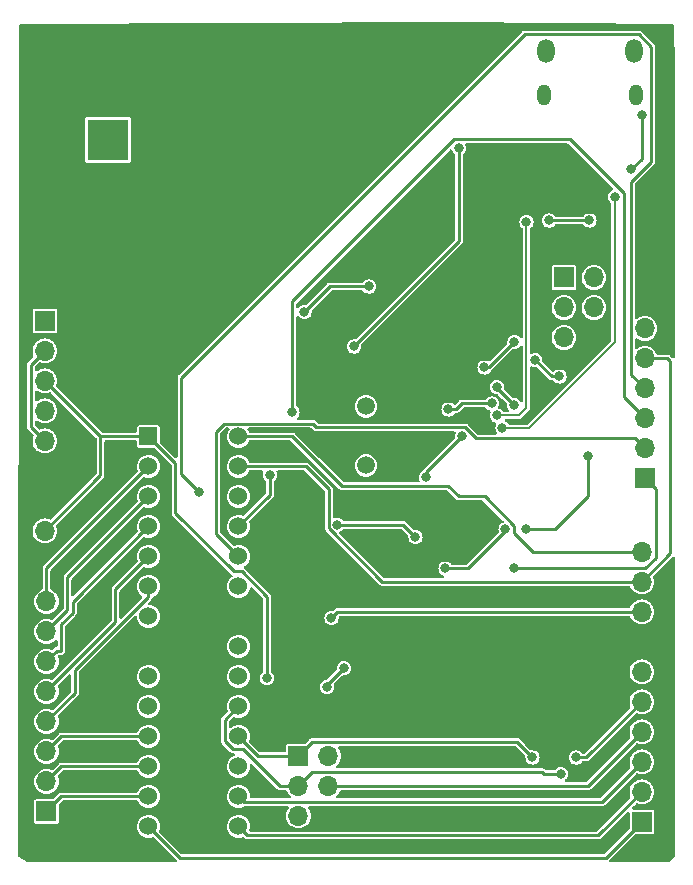
<source format=gbr>
%TF.GenerationSoftware,KiCad,Pcbnew,7.0.6*%
%TF.CreationDate,2024-03-19T20:52:53+13:00*%
%TF.ProjectId,Arduino Uno R3,41726475-696e-46f2-9055-6e6f2052332e,rev?*%
%TF.SameCoordinates,Original*%
%TF.FileFunction,Copper,L2,Bot*%
%TF.FilePolarity,Positive*%
%FSLAX46Y46*%
G04 Gerber Fmt 4.6, Leading zero omitted, Abs format (unit mm)*
G04 Created by KiCad (PCBNEW 7.0.6) date 2024-03-19 20:52:53*
%MOMM*%
%LPD*%
G01*
G04 APERTURE LIST*
G04 Aperture macros list*
%AMRoundRect*
0 Rectangle with rounded corners*
0 $1 Rounding radius*
0 $2 $3 $4 $5 $6 $7 $8 $9 X,Y pos of 4 corners*
0 Add a 4 corners polygon primitive as box body*
4,1,4,$2,$3,$4,$5,$6,$7,$8,$9,$2,$3,0*
0 Add four circle primitives for the rounded corners*
1,1,$1+$1,$2,$3*
1,1,$1+$1,$4,$5*
1,1,$1+$1,$6,$7*
1,1,$1+$1,$8,$9*
0 Add four rect primitives between the rounded corners*
20,1,$1+$1,$2,$3,$4,$5,0*
20,1,$1+$1,$4,$5,$6,$7,0*
20,1,$1+$1,$6,$7,$8,$9,0*
20,1,$1+$1,$8,$9,$2,$3,0*%
G04 Aperture macros list end*
%TA.AperFunction,ComponentPad*%
%ADD10C,1.500000*%
%TD*%
%TA.AperFunction,ComponentPad*%
%ADD11R,1.524000X1.524000*%
%TD*%
%TA.AperFunction,ComponentPad*%
%ADD12C,1.524000*%
%TD*%
%TA.AperFunction,ComponentPad*%
%ADD13R,1.700000X1.700000*%
%TD*%
%TA.AperFunction,ComponentPad*%
%ADD14O,1.700000X1.700000*%
%TD*%
%TA.AperFunction,ComponentPad*%
%ADD15O,1.150000X1.800000*%
%TD*%
%TA.AperFunction,ComponentPad*%
%ADD16O,1.450000X2.000000*%
%TD*%
%TA.AperFunction,ComponentPad*%
%ADD17RoundRect,0.875000X-0.875000X0.875000X-0.875000X-0.875000X0.875000X-0.875000X0.875000X0.875000X0*%
%TD*%
%TA.AperFunction,ComponentPad*%
%ADD18RoundRect,0.750000X-1.000000X0.750000X-1.000000X-0.750000X1.000000X-0.750000X1.000000X0.750000X0*%
%TD*%
%TA.AperFunction,ComponentPad*%
%ADD19R,3.500000X3.500000*%
%TD*%
%TA.AperFunction,ViaPad*%
%ADD20C,0.800000*%
%TD*%
%TA.AperFunction,Conductor*%
%ADD21C,0.250000*%
%TD*%
%TA.AperFunction,Conductor*%
%ADD22C,0.200000*%
%TD*%
G04 APERTURE END LIST*
D10*
%TO.P,Y3,1*%
%TO.N,Net-(U5-PC0)*%
X162433000Y-80438000D03*
%TO.P,Y3,2*%
%TO.N,Net-(U5-XTAL1)*%
X162433000Y-75438000D03*
%TD*%
D11*
%TO.P,U7,1,(PCINT14/RESET)PC6*%
%TO.N,Vin*%
X144018000Y-77978000D03*
D12*
%TO.P,U7,2,(PCINT16/RXD)PD0*%
%TO.N,/ATMEGA328P_subsystem/ARD_DIG0*%
X144018000Y-80518000D03*
%TO.P,U7,3,(PCINT17/TXD)PD1*%
%TO.N,/ATMEGA328P_subsystem/ARD_DIG1*%
X144018000Y-83058000D03*
%TO.P,U7,4,(PCINT18/INT0)_PD2*%
%TO.N,/ATMEGA328P_subsystem/ARD_DIG2*%
X144018000Y-85598000D03*
%TO.P,U7,5,(PCINT19/OC2B/INT1)_PD3*%
%TO.N,/ATMEGA328P_subsystem/ARD_DIG3*%
X144018000Y-88138000D03*
%TO.P,U7,6,(PCINT20/XCK/T0)_PD4*%
%TO.N,/ATMEGA328P_subsystem/ARD_DIG4*%
X144018000Y-90678000D03*
%TO.P,U7,7,VCC*%
%TO.N,5V_LDO*%
X144018000Y-93218000D03*
%TO.P,U7,8,GND*%
%TO.N,GND*%
X144018000Y-95758000D03*
%TO.P,U7,9,(PCINT6/XTAL1/TOSC1)_PB6*%
%TO.N,Net-(U7A-(PCINT6{slash}XTAL1{slash}TOSC1)_PB6)*%
X144018000Y-98298000D03*
%TO.P,U7,10,(PCINT7/XTAL2/TOSC2)_PB7*%
%TO.N,Net-(U7A-(PCINT7{slash}XTAL2{slash}TOSC2)_PB7)*%
X144018000Y-100838000D03*
%TO.P,U7,11,(PCINT21/OC0B/T1)_PD5*%
%TO.N,/ATMEGA328P_subsystem/ARD_DIG5*%
X144018000Y-103378000D03*
%TO.P,U7,12,(PCINT22/OC0A/AIN0)_PD6*%
%TO.N,/ATMEGA328P_subsystem/ARD_DIG6*%
X144018000Y-105918000D03*
%TO.P,U7,13,(PCINT23/AIN1)_PD7*%
%TO.N,/ATMEGA328P_subsystem/ARD_DIG7*%
X144018000Y-108458000D03*
%TO.P,U7,14,(PCINT0/CLKO/ICP1)_PB0*%
%TO.N,/ATMEGA328P_subsystem/ARD_DIG8*%
X144018000Y-110998000D03*
%TO.P,U7,15,PB1_(OC1A/PCINT1)*%
%TO.N,/ATMEGA328P_subsystem/ARD_DIG9*%
X151638000Y-110998000D03*
%TO.P,U7,16,PB2_(SS/OC1B/PCINT2)*%
%TO.N,/ATMEGA328P_subsystem/ARD_DIG10{slash}SPI_SS*%
X151638000Y-108458000D03*
%TO.P,U7,17,PB3_(MOSI/OC2A/PCINT3)*%
%TO.N,/ATMEGA328P_subsystem/328P_ICSP_MOSI*%
X151638000Y-105918000D03*
%TO.P,U7,18,PB4_(MISO/PCINT4)*%
%TO.N,/ATMEGA328P_subsystem/328P_ICSP_MISO*%
X151638000Y-103378000D03*
%TO.P,U7,19,PB5_(SCK/PCINT5)*%
%TO.N,SCK*%
X151638000Y-100838000D03*
%TO.P,U7,20,AVCC*%
%TO.N,5V_LDO*%
X151638000Y-98298000D03*
%TO.P,U7,21,AREF*%
%TO.N,/ATMEGA328P_subsystem/AREF*%
X151638000Y-95758000D03*
%TO.P,U7,22,GND*%
%TO.N,GND*%
X151638000Y-93218000D03*
%TO.P,U7,23,PC0_(ADC0/PCINT8)*%
%TO.N,/ATMEGA328P_subsystem/ARD_AN0*%
X151638000Y-90678000D03*
%TO.P,U7,24,PC1_(ADC1/PCINT9)*%
%TO.N,/ATMEGA328P_subsystem/ARD_AN1*%
X151638000Y-88138000D03*
%TO.P,U7,25,PC2_(ADC2/PCINT10)*%
%TO.N,/ATMEGA328P_subsystem/ARD_AN2*%
X151638000Y-85598000D03*
%TO.P,U7,26,PC3_(ADC3/PCINT11)*%
%TO.N,/ATMEGA328P_subsystem/ARD_AN3*%
X151638000Y-83058000D03*
%TO.P,U7,27,PC4_(ADC4/SDA/PCINT12)*%
%TO.N,/ATMEGA328P_subsystem/ARD_AN4{slash}SDA*%
X151638000Y-80518000D03*
%TO.P,U7,28,PC5_(ADC5/SCL/PCINT13)*%
%TO.N,/ATMEGA328P_subsystem/ARD_AN5{slash}SCL*%
X151638000Y-77978000D03*
%TD*%
D13*
%TO.P,J8,1,Pin_1*%
%TO.N,/ATMEGA328P_subsystem/ARD_DIG7*%
X135382000Y-109728000D03*
D14*
%TO.P,J8,2,Pin_2*%
%TO.N,/ATMEGA328P_subsystem/ARD_DIG6*%
X135382000Y-107188000D03*
%TO.P,J8,3,Pin_3*%
%TO.N,/ATMEGA328P_subsystem/ARD_DIG5*%
X135382000Y-104648000D03*
%TO.P,J8,4,Pin_4*%
%TO.N,/ATMEGA328P_subsystem/ARD_DIG4*%
X135382000Y-102108000D03*
%TO.P,J8,5,Pin_5*%
%TO.N,/ATMEGA328P_subsystem/ARD_DIG3*%
X135382000Y-99568000D03*
%TO.P,J8,6,Pin_6*%
%TO.N,/ATMEGA328P_subsystem/ARD_DIG2*%
X135382000Y-97028000D03*
%TO.P,J8,7,Pin_7*%
%TO.N,/ATMEGA328P_subsystem/ARD_DIG1*%
X135382000Y-94488000D03*
%TO.P,J8,8,Pin_8*%
%TO.N,/ATMEGA328P_subsystem/ARD_DIG0*%
X135382000Y-91948000D03*
%TD*%
%TO.P,J7,10,Pin_10*%
%TO.N,/ATMEGA328P_subsystem/ARD_AN5{slash}SCL*%
X185801000Y-87757000D03*
%TO.P,J7,9,Pin_9*%
%TO.N,/ATMEGA328P_subsystem/ARD_AN4{slash}SDA*%
X185801000Y-90297000D03*
%TO.P,J7,8,Pin_8*%
%TO.N,/ATMEGA328P_subsystem/AREF*%
X185801000Y-92837000D03*
%TO.P,J7,7,Pin_7*%
%TO.N,GND*%
X185801000Y-95377000D03*
%TO.P,J7,6,Pin_6*%
%TO.N,SCK*%
X185801000Y-97917000D03*
%TO.P,J7,5,Pin_5*%
%TO.N,/ATMEGA328P_subsystem/328P_ICSP_MISO*%
X185801000Y-100457000D03*
%TO.P,J7,4,Pin_4*%
%TO.N,/ATMEGA328P_subsystem/328P_ICSP_MOSI*%
X185801000Y-102997000D03*
%TO.P,J7,3,Pin_3*%
%TO.N,/ATMEGA328P_subsystem/ARD_DIG10{slash}SPI_SS*%
X185801000Y-105537000D03*
%TO.P,J7,2,Pin_2*%
%TO.N,/ATMEGA328P_subsystem/ARD_DIG9*%
X185801000Y-108077000D03*
D13*
%TO.P,J7,1,Pin_1*%
%TO.N,/ATMEGA328P_subsystem/ARD_DIG8*%
X185801000Y-110617000D03*
%TD*%
%TO.P,J6,1,Pin_1*%
%TO.N,/ATMEGA328P_subsystem/ARD_AN0*%
X186055000Y-81534000D03*
D14*
%TO.P,J6,2,Pin_2*%
%TO.N,/ATMEGA328P_subsystem/ARD_AN1*%
X186055000Y-78994000D03*
%TO.P,J6,3,Pin_3*%
%TO.N,/ATMEGA328P_subsystem/ARD_AN2*%
X186055000Y-76454000D03*
%TO.P,J6,4,Pin_4*%
%TO.N,/ATMEGA328P_subsystem/ARD_AN3*%
X186055000Y-73914000D03*
%TO.P,J6,5,Pin_5*%
%TO.N,/ATMEGA328P_subsystem/ARD_AN4{slash}SDA*%
X186055000Y-71374000D03*
%TO.P,J6,6,Pin_6*%
%TO.N,/ATMEGA328P_subsystem/ARD_AN5{slash}SCL*%
X186055000Y-68834000D03*
%TD*%
D13*
%TO.P,J5,1,Pin_1*%
%TO.N,unconnected-(J5-Pin_1-Pad1)*%
X135255000Y-68199000D03*
D14*
%TO.P,J5,2,Pin_2*%
%TO.N,5V_LDO*%
X135255000Y-70739000D03*
%TO.P,J5,3,Pin_3*%
%TO.N,Vin*%
X135255000Y-73279000D03*
%TO.P,J5,4,Pin_4*%
%TO.N,3V3_LDO*%
X135255000Y-75819000D03*
%TO.P,J5,5,Pin_5*%
%TO.N,5V_LDO*%
X135255000Y-78359000D03*
%TO.P,J5,6,Pin_6*%
%TO.N,GND*%
X135255000Y-80899000D03*
%TO.P,J5,7,Pin_7*%
X135255000Y-83439000D03*
%TO.P,J5,8,Pin_8*%
%TO.N,Vin*%
X135255000Y-85979000D03*
%TD*%
D13*
%TO.P,J4,1,1*%
%TO.N,/ATMEGA328P_subsystem/328P_ICSP_MISO*%
X156718000Y-105029000D03*
D14*
%TO.P,J4,2,2*%
%TO.N,5V_LDO*%
X159258000Y-105029000D03*
%TO.P,J4,3,3*%
%TO.N,SCK*%
X156718000Y-107569000D03*
%TO.P,J4,4,4*%
%TO.N,/ATMEGA328P_subsystem/328P_ICSP_MOSI*%
X159258000Y-107569000D03*
%TO.P,J4,5,5*%
%TO.N,Vin*%
X156718000Y-110109000D03*
%TO.P,J4,6,6*%
%TO.N,GND*%
X159258000Y-110109000D03*
%TD*%
D13*
%TO.P,J3,1,1*%
%TO.N,/ATMEGA16U2/ICSP_MISO*%
X179197000Y-64516000D03*
D14*
%TO.P,J3,2,2*%
%TO.N,5V_LDO*%
X181737000Y-64516000D03*
%TO.P,J3,3,3*%
%TO.N,/ATMEGA16U2/ICSP_SCK*%
X179197000Y-67056000D03*
%TO.P,J3,4,4*%
%TO.N,/ATMEGA16U2/ICSP_MOSI*%
X181737000Y-67056000D03*
%TO.P,J3,5,5*%
%TO.N,Net-(D4-A)*%
X179197000Y-69596000D03*
%TO.P,J3,6,6*%
%TO.N,GND*%
X181737000Y-69596000D03*
%TD*%
D15*
%TO.P,J2,6,Shield_2*%
%TO.N,Net-(J2-Shield)*%
X185271000Y-49105000D03*
X177521000Y-49105000D03*
D16*
X185121000Y-45305000D03*
X177671000Y-45305000D03*
%TD*%
D17*
%TO.P,J1,3*%
%TO.N,GND*%
X135889000Y-49863000D03*
D18*
%TO.P,J1,2*%
X140589000Y-46863000D03*
D19*
%TO.P,J1,1*%
%TO.N,Net-(D1-A)*%
X140589000Y-52863000D03*
%TD*%
D20*
%TO.N,GND*%
X186309000Y-60452000D03*
X182626000Y-60706000D03*
X166243000Y-83185000D03*
X160528000Y-88646000D03*
X163449000Y-88392000D03*
X149479000Y-95377000D03*
X158369000Y-59436000D03*
X173482000Y-53975000D03*
X166370000Y-96266000D03*
X139192000Y-98298000D03*
X168656000Y-65151000D03*
X168656000Y-68199000D03*
X171196000Y-91567000D03*
X167640000Y-59944000D03*
X165862000Y-80772000D03*
%TO.N,5V_LDO*%
X160576717Y-97595131D03*
X159131000Y-99187000D03*
%TO.N,SCK*%
X178943000Y-106553000D03*
%TO.N,3V3_LDO*%
X157226000Y-67437000D03*
X162687000Y-65278000D03*
%TO.N,/ATMEGA328P_subsystem/ARD_AN2*%
X154305000Y-81242500D03*
X156210000Y-75946000D03*
%TO.N,/ATMEGA328P_subsystem/ARD_AN3*%
X148336000Y-82695500D03*
%TO.N,/ATMEGA328P_subsystem/ARD_AN0*%
X175006000Y-89154000D03*
%TO.N,/ATMEGA328P_subsystem/AREF*%
X159512000Y-93345000D03*
%TO.N,/ATMEGA328P_subsystem/328P_ICSP_MISO*%
X176530000Y-105156000D03*
X180213000Y-105156000D03*
%TO.N,Vin*%
X154051000Y-98425000D03*
%TO.N,/ATMEGA16U2/SERIAL_Rx*%
X166624000Y-86487000D03*
X160020000Y-85471000D03*
%TO.N,/ATMEGA16U2/DTR*%
X174244000Y-85852500D03*
X169164000Y-89154000D03*
%TO.N,USBVCC*%
X173101000Y-75184000D03*
X169418000Y-75692000D03*
%TO.N,5V_LDO*%
X167513000Y-81444500D03*
X170561000Y-77978000D03*
%TO.N,/ATMEGA16U2/ICSP_SCK*%
X176022000Y-85852000D03*
X181229000Y-79629000D03*
%TO.N,Net-(D4-A)*%
X176752500Y-71501000D03*
X178816000Y-72898000D03*
%TO.N,5V_LDO*%
X172466000Y-72136000D03*
X175006000Y-69977000D03*
X181356000Y-59690000D03*
X177927000Y-59690000D03*
%TO.N,Net-(U5-UCAP)*%
X174968500Y-75311000D03*
X173519500Y-73787000D03*
%TO.N,/ATMEGA16U2/USB_RD-*%
X173519500Y-76200000D03*
X176022000Y-59817000D03*
%TO.N,/ATMEGA16U2/USB_RD+*%
X173990000Y-77280500D03*
X183515000Y-57695500D03*
%TO.N,Net-(J2-Shield)*%
X184912000Y-55372000D03*
X185801000Y-50800000D03*
%TO.N,USBVCC*%
X161417000Y-70358000D03*
X170307000Y-53594000D03*
%TD*%
D21*
%TO.N,/ATMEGA328P_subsystem/ARD_DIG2*%
X136652000Y-93854396D02*
X136652000Y-96139000D01*
X136271000Y-96139000D02*
X135382000Y-97028000D01*
X137610000Y-92896396D02*
X136652000Y-93854396D01*
X137610000Y-92006000D02*
X137610000Y-92896396D01*
X136652000Y-96139000D02*
X136271000Y-96139000D01*
X144018000Y-85598000D02*
X137610000Y-92006000D01*
%TO.N,GND*%
X168656000Y-65151000D02*
X168656000Y-68199000D01*
%TO.N,5V_LDO*%
X159131000Y-99040848D02*
X160576717Y-97595131D01*
X159131000Y-99187000D02*
X159131000Y-99040848D01*
X167513000Y-81026000D02*
X170561000Y-77978000D01*
X167513000Y-81444500D02*
X167513000Y-81026000D01*
%TO.N,/ATMEGA328P_subsystem/ARD_AN5{slash}SCL*%
X156210000Y-77978000D02*
X151638000Y-77978000D01*
X160401000Y-82169000D02*
X156210000Y-77978000D01*
X169418000Y-82169000D02*
X160401000Y-82169000D01*
X172474805Y-83058000D02*
X170307000Y-83058000D01*
X174969000Y-86152805D02*
X174969000Y-85552195D01*
X174969000Y-85552195D02*
X172474805Y-83058000D01*
X170307000Y-83058000D02*
X169418000Y-82169000D01*
X176573195Y-87757000D02*
X174969000Y-86152805D01*
X185801000Y-87757000D02*
X176573195Y-87757000D01*
%TO.N,/ATMEGA16U2/ICSP_SCK*%
X178435000Y-85852000D02*
X176022000Y-85852000D01*
X181229000Y-83058000D02*
X178435000Y-85852000D01*
X181229000Y-79629000D02*
X181229000Y-83058000D01*
%TO.N,SCK*%
X177483000Y-106553000D02*
X177324000Y-106394000D01*
X178943000Y-106553000D02*
X177483000Y-106553000D01*
%TO.N,3V3_LDO*%
X159385000Y-65278000D02*
X157226000Y-67437000D01*
X162687000Y-65278000D02*
X159385000Y-65278000D01*
%TO.N,5V_LDO*%
X134080000Y-71914000D02*
X134080000Y-77184000D01*
X134080000Y-77184000D02*
X135255000Y-78359000D01*
X135255000Y-70739000D02*
X134080000Y-71914000D01*
%TO.N,/ATMEGA328P_subsystem/ARD_AN2*%
X154305000Y-82931000D02*
X151638000Y-85598000D01*
X154305000Y-81242500D02*
X154305000Y-82931000D01*
X184240000Y-57395195D02*
X179676805Y-52832000D01*
X156210000Y-66548000D02*
X156210000Y-75946000D01*
X184240000Y-74639000D02*
X184240000Y-57395195D01*
X169926000Y-52832000D02*
X156210000Y-66548000D01*
X186055000Y-76454000D02*
X184240000Y-74639000D01*
X179676805Y-52832000D02*
X169926000Y-52832000D01*
%TO.N,/ATMEGA328P_subsystem/ARD_AN4{slash}SDA*%
X159295000Y-82460000D02*
X157353000Y-80518000D01*
X159295000Y-85771305D02*
X159295000Y-82460000D01*
X163820695Y-90297000D02*
X159295000Y-85771305D01*
X185801000Y-90297000D02*
X163820695Y-90297000D01*
X157353000Y-80518000D02*
X151638000Y-80518000D01*
%TO.N,/ATMEGA328P_subsystem/ARD_AN3*%
X146812000Y-81171500D02*
X148336000Y-82695500D01*
X185517924Y-43942000D02*
X175895000Y-43942000D01*
X146812000Y-73025000D02*
X146812000Y-81171500D01*
X175895000Y-43942000D02*
X146812000Y-73025000D01*
X186563000Y-54746305D02*
X186563000Y-44987076D01*
X186563000Y-44987076D02*
X185517924Y-43942000D01*
X184880000Y-72739000D02*
X184880000Y-56429305D01*
X184880000Y-56429305D02*
X186563000Y-54746305D01*
X186055000Y-73914000D02*
X184880000Y-72739000D01*
%TO.N,/ATMEGA328P_subsystem/ARD_AN1*%
X149733000Y-86233000D02*
X151638000Y-88138000D01*
X150439000Y-76891000D02*
X149733000Y-77597000D01*
X170824305Y-77216000D02*
X158242000Y-77216000D01*
X157917000Y-76891000D02*
X150439000Y-76891000D01*
X149733000Y-77597000D02*
X149733000Y-86233000D01*
X171752305Y-78144000D02*
X170824305Y-77216000D01*
X158242000Y-77216000D02*
X157917000Y-76891000D01*
X185205000Y-78144000D02*
X171752305Y-78144000D01*
X186055000Y-78994000D02*
X185205000Y-78144000D01*
%TO.N,/ATMEGA328P_subsystem/ARD_AN0*%
X175038000Y-89122000D02*
X175006000Y-89154000D01*
X186976000Y-88243701D02*
X186097701Y-89122000D01*
X186097701Y-89122000D02*
X175038000Y-89122000D01*
X186976000Y-82455000D02*
X186976000Y-88243701D01*
X186055000Y-81534000D02*
X186976000Y-82455000D01*
%TO.N,/ATMEGA328P_subsystem/ARD_AN4{slash}SDA*%
X187960000Y-71374000D02*
X186055000Y-71374000D01*
X188214000Y-71628000D02*
X187960000Y-71374000D01*
X188214000Y-87884000D02*
X188214000Y-71628000D01*
X185801000Y-90297000D02*
X188214000Y-87884000D01*
%TO.N,/ATMEGA328P_subsystem/AREF*%
X160020000Y-92837000D02*
X159512000Y-93345000D01*
X185801000Y-92837000D02*
X160020000Y-92837000D01*
%TO.N,/ATMEGA328P_subsystem/328P_ICSP_MISO*%
X157893000Y-103854000D02*
X156718000Y-105029000D01*
X175228000Y-103854000D02*
X157893000Y-103854000D01*
X176530000Y-105156000D02*
X175228000Y-103854000D01*
X185801000Y-100457000D02*
X181102000Y-105156000D01*
X181102000Y-105156000D02*
X180213000Y-105156000D01*
%TO.N,/ATMEGA328P_subsystem/328P_ICSP_MOSI*%
X181229000Y-107569000D02*
X159258000Y-107569000D01*
X185801000Y-102997000D02*
X181229000Y-107569000D01*
%TO.N,SCK*%
X157893000Y-106394000D02*
X177324000Y-106394000D01*
X156718000Y-107569000D02*
X157893000Y-106394000D01*
%TO.N,/ATMEGA328P_subsystem/ARD_DIG10{slash}SPI_SS*%
X152114000Y-108934000D02*
X182404000Y-108934000D01*
X182404000Y-108934000D02*
X185801000Y-105537000D01*
X151638000Y-108458000D02*
X152114000Y-108934000D01*
%TO.N,/ATMEGA328P_subsystem/ARD_DIG9*%
X182118001Y-111759999D02*
X185801000Y-108077000D01*
X152399999Y-111759999D02*
X182118001Y-111759999D01*
X151638000Y-110998000D02*
X152399999Y-111759999D01*
%TO.N,/ATMEGA328P_subsystem/ARD_DIG8*%
X182753000Y-113665000D02*
X185801000Y-110617000D01*
X146685000Y-113665000D02*
X182753000Y-113665000D01*
X144018000Y-110998000D02*
X146685000Y-113665000D01*
%TO.N,/ATMEGA328P_subsystem/ARD_DIG7*%
X136652000Y-108458000D02*
X135382000Y-109728000D01*
X144018000Y-108458000D02*
X136652000Y-108458000D01*
%TO.N,/ATMEGA328P_subsystem/ARD_DIG6*%
X136652000Y-105918000D02*
X135382000Y-107188000D01*
X144018000Y-105918000D02*
X136652000Y-105918000D01*
%TO.N,/ATMEGA328P_subsystem/ARD_DIG5*%
X136652000Y-103378000D02*
X135382000Y-104648000D01*
X144018000Y-103378000D02*
X136652000Y-103378000D01*
%TO.N,/ATMEGA328P_subsystem/ARD_DIG4*%
X137795000Y-99695000D02*
X135382000Y-102108000D01*
X137795000Y-97791396D02*
X137795000Y-99695000D01*
X144018000Y-91568396D02*
X137795000Y-97791396D01*
X144018000Y-90678000D02*
X144018000Y-91568396D01*
%TO.N,/ATMEGA328P_subsystem/ARD_DIG3*%
X141224000Y-93726000D02*
X135382000Y-99568000D01*
X141224000Y-90932000D02*
X141224000Y-93726000D01*
X144018000Y-88138000D02*
X141224000Y-90932000D01*
%TO.N,/ATMEGA328P_subsystem/ARD_DIG1*%
X137160000Y-92710000D02*
X135382000Y-94488000D01*
X137160000Y-89916000D02*
X137160000Y-92710000D01*
X144018000Y-83058000D02*
X137160000Y-89916000D01*
%TO.N,/ATMEGA328P_subsystem/ARD_DIG0*%
X135382000Y-89154000D02*
X135382000Y-91948000D01*
X144018000Y-80518000D02*
X135382000Y-89154000D01*
%TO.N,Vin*%
X139954000Y-81280000D02*
X135255000Y-85979000D01*
X139954000Y-77978000D02*
X139954000Y-81280000D01*
X139954000Y-77978000D02*
X135255000Y-73279000D01*
X144018000Y-77978000D02*
X139954000Y-77978000D01*
X146304000Y-80264000D02*
X144018000Y-77978000D01*
X146304000Y-84455000D02*
X146304000Y-80264000D01*
X151257000Y-89408000D02*
X146304000Y-84455000D01*
X151905251Y-89408000D02*
X151257000Y-89408000D01*
X154051000Y-91553749D02*
X151905251Y-89408000D01*
X154051000Y-98425000D02*
X154051000Y-91553749D01*
%TO.N,/ATMEGA16U2/SERIAL_Rx*%
X165608000Y-85471000D02*
X166624000Y-86487000D01*
X160020000Y-85471000D02*
X165608000Y-85471000D01*
%TO.N,SCK*%
X150495000Y-103772251D02*
X150495000Y-101981000D01*
X151187749Y-104465000D02*
X150495000Y-103772251D01*
X152019000Y-104465000D02*
X151187749Y-104465000D01*
X155123000Y-107569000D02*
X152019000Y-104465000D01*
X150495000Y-101981000D02*
X151638000Y-100838000D01*
X156718000Y-107569000D02*
X155123000Y-107569000D01*
%TO.N,/ATMEGA328P_subsystem/328P_ICSP_MISO*%
X153289000Y-105029000D02*
X151638000Y-103378000D01*
X156718000Y-105029000D02*
X153289000Y-105029000D01*
%TO.N,/ATMEGA16U2/DTR*%
X174244000Y-85979000D02*
X174244000Y-85852500D01*
X171069000Y-89154000D02*
X174244000Y-85979000D01*
X169164000Y-89154000D02*
X171069000Y-89154000D01*
D22*
%TO.N,/ATMEGA16U2/USB_RD-*%
X176022000Y-75565000D02*
X176022000Y-59817000D01*
X175387000Y-76200000D02*
X176022000Y-75565000D01*
X173519500Y-76200000D02*
X175387000Y-76200000D01*
D21*
%TO.N,USBVCC*%
X170561000Y-75184000D02*
X173101000Y-75184000D01*
X170053000Y-75692000D02*
X170561000Y-75184000D01*
X169418000Y-75692000D02*
X170053000Y-75692000D01*
%TO.N,Net-(D4-A)*%
X178149500Y-72898000D02*
X176752500Y-71501000D01*
X178816000Y-72898000D02*
X178149500Y-72898000D01*
%TO.N,5V_LDO*%
X172847000Y-72136000D02*
X172466000Y-72136000D01*
X175006000Y-69977000D02*
X172847000Y-72136000D01*
X177927000Y-59690000D02*
X181356000Y-59690000D01*
%TO.N,Net-(U5-UCAP)*%
X173519500Y-73862000D02*
X174968500Y-75311000D01*
D22*
%TO.N,/ATMEGA16U2/USB_RD+*%
X173990000Y-77280500D02*
X176211500Y-77280500D01*
X183515000Y-69977000D02*
X183515000Y-57695500D01*
X176211500Y-77280500D02*
X183515000Y-69977000D01*
D21*
%TO.N,Net-(J2-Shield)*%
X185801000Y-54483000D02*
X184912000Y-55372000D01*
X185801000Y-50800000D02*
X185801000Y-54483000D01*
%TO.N,USBVCC*%
X170307000Y-61468000D02*
X170307000Y-53594000D01*
X161417000Y-70358000D02*
X170307000Y-61468000D01*
%TD*%
%TA.AperFunction,Conductor*%
%TO.N,GND*%
G36*
X188348867Y-43052205D02*
G01*
X188415771Y-43072336D01*
X188461173Y-43125444D01*
X188471969Y-43172071D01*
X188595000Y-46863000D01*
X188595000Y-71249312D01*
X188575315Y-71316351D01*
X188522511Y-71362106D01*
X188453353Y-71372050D01*
X188389797Y-71343025D01*
X188383319Y-71336993D01*
X188295638Y-71249312D01*
X188202119Y-71155793D01*
X188198474Y-71151814D01*
X188172456Y-71120807D01*
X188172455Y-71120806D01*
X188161058Y-71114226D01*
X188137392Y-71100561D01*
X188132831Y-71097655D01*
X188119687Y-71088452D01*
X188099684Y-71074446D01*
X188099681Y-71074445D01*
X188094861Y-71072197D01*
X188078055Y-71065235D01*
X188073043Y-71063411D01*
X188033190Y-71056383D01*
X188027910Y-71055212D01*
X187988808Y-71044735D01*
X187953892Y-71047790D01*
X187948481Y-71048264D01*
X187943078Y-71048500D01*
X187145583Y-71048500D01*
X187078544Y-71028815D01*
X187032789Y-70976011D01*
X187031021Y-70971951D01*
X187030233Y-70970051D01*
X187030232Y-70970046D01*
X186932685Y-70787550D01*
X186880702Y-70724209D01*
X186801410Y-70627589D01*
X186663289Y-70514238D01*
X186641450Y-70496315D01*
X186458954Y-70398768D01*
X186260934Y-70338700D01*
X186260932Y-70338699D01*
X186260934Y-70338699D01*
X186055000Y-70318417D01*
X185849067Y-70338699D01*
X185651043Y-70398769D01*
X185468546Y-70496317D01*
X185408164Y-70545871D01*
X185343853Y-70573183D01*
X185274986Y-70561391D01*
X185223426Y-70514238D01*
X185205500Y-70450017D01*
X185205500Y-69757982D01*
X185225185Y-69690943D01*
X185277989Y-69645188D01*
X185347147Y-69635244D01*
X185408165Y-69662129D01*
X185458819Y-69703699D01*
X185468550Y-69711685D01*
X185651046Y-69809232D01*
X185849066Y-69869300D01*
X185849065Y-69869300D01*
X185867529Y-69871118D01*
X186055000Y-69889583D01*
X186260934Y-69869300D01*
X186458954Y-69809232D01*
X186641450Y-69711685D01*
X186801410Y-69580410D01*
X186932685Y-69420450D01*
X187030232Y-69237954D01*
X187090300Y-69039934D01*
X187110583Y-68834000D01*
X187090300Y-68628066D01*
X187030232Y-68430046D01*
X186932685Y-68247550D01*
X186880702Y-68184209D01*
X186801410Y-68087589D01*
X186663289Y-67974238D01*
X186641450Y-67956315D01*
X186458954Y-67858768D01*
X186260934Y-67798700D01*
X186260932Y-67798699D01*
X186260934Y-67798699D01*
X186055000Y-67778417D01*
X185849067Y-67798699D01*
X185651043Y-67858769D01*
X185468546Y-67956317D01*
X185408164Y-68005871D01*
X185343853Y-68033183D01*
X185274986Y-68021391D01*
X185223426Y-67974238D01*
X185205500Y-67910017D01*
X185205500Y-56615493D01*
X185225185Y-56548454D01*
X185241819Y-56527812D01*
X185582456Y-56187175D01*
X186781221Y-54988409D01*
X186785172Y-54984789D01*
X186816194Y-54958760D01*
X186836444Y-54923683D01*
X186839333Y-54919150D01*
X186862553Y-54885989D01*
X186862555Y-54885981D01*
X186864816Y-54881133D01*
X186871754Y-54864384D01*
X186873583Y-54859357D01*
X186873588Y-54859350D01*
X186880622Y-54819452D01*
X186881779Y-54814234D01*
X186892263Y-54775112D01*
X186888735Y-54734794D01*
X186888500Y-54729391D01*
X186888500Y-45003996D01*
X186888736Y-44998589D01*
X186892264Y-44958269D01*
X186883338Y-44924959D01*
X186881782Y-44919152D01*
X186880616Y-44913894D01*
X186873588Y-44874031D01*
X186873586Y-44874028D01*
X186873586Y-44874026D01*
X186871760Y-44869009D01*
X186864820Y-44852252D01*
X186862554Y-44847395D01*
X186862554Y-44847392D01*
X186839339Y-44814238D01*
X186836433Y-44809675D01*
X186816196Y-44774624D01*
X186816195Y-44774623D01*
X186816194Y-44774621D01*
X186785177Y-44748594D01*
X186781193Y-44744943D01*
X186303750Y-44267500D01*
X185760043Y-43723793D01*
X185756398Y-43719814D01*
X185730380Y-43688807D01*
X185730379Y-43688806D01*
X185718982Y-43682226D01*
X185695316Y-43668561D01*
X185690755Y-43665655D01*
X185677611Y-43656452D01*
X185657608Y-43642446D01*
X185657605Y-43642445D01*
X185652785Y-43640197D01*
X185635979Y-43633235D01*
X185630967Y-43631411D01*
X185591114Y-43624383D01*
X185585834Y-43623212D01*
X185546732Y-43612735D01*
X185511816Y-43615790D01*
X185506405Y-43616264D01*
X185501002Y-43616500D01*
X175911922Y-43616500D01*
X175906518Y-43616264D01*
X175901107Y-43615790D01*
X175866192Y-43612735D01*
X175866191Y-43612735D01*
X175827091Y-43623212D01*
X175821811Y-43624383D01*
X175781959Y-43631410D01*
X175776961Y-43633229D01*
X175760117Y-43640206D01*
X175755313Y-43642446D01*
X175722166Y-43665656D01*
X175717606Y-43668562D01*
X175682548Y-43688804D01*
X175682540Y-43688810D01*
X175656523Y-43719815D01*
X175652869Y-43723804D01*
X146593803Y-72782870D01*
X146589814Y-72786525D01*
X146558805Y-72812545D01*
X146538562Y-72847606D01*
X146535656Y-72852166D01*
X146512446Y-72885313D01*
X146510206Y-72890117D01*
X146503229Y-72906961D01*
X146501410Y-72911959D01*
X146494383Y-72951811D01*
X146493212Y-72957091D01*
X146482735Y-72996191D01*
X146485483Y-73027594D01*
X146486246Y-73036315D01*
X146486264Y-73036513D01*
X146486500Y-73041920D01*
X146486500Y-79686811D01*
X146466815Y-79753850D01*
X146414011Y-79799605D01*
X146344853Y-79809549D01*
X146281297Y-79780524D01*
X146274819Y-79774492D01*
X145016819Y-78516492D01*
X144983334Y-78455169D01*
X144980500Y-78428811D01*
X144980500Y-77196249D01*
X144980499Y-77196247D01*
X144968868Y-77137770D01*
X144968867Y-77137769D01*
X144924552Y-77071447D01*
X144858230Y-77027132D01*
X144858229Y-77027131D01*
X144799752Y-77015500D01*
X144799748Y-77015500D01*
X143236252Y-77015500D01*
X143236247Y-77015500D01*
X143177770Y-77027131D01*
X143177769Y-77027132D01*
X143111447Y-77071447D01*
X143067132Y-77137769D01*
X143067131Y-77137770D01*
X143055500Y-77196247D01*
X143055500Y-77528500D01*
X143035815Y-77595539D01*
X142983011Y-77641294D01*
X142931500Y-77652500D01*
X140140188Y-77652500D01*
X140073149Y-77632815D01*
X140052507Y-77616181D01*
X136256321Y-73819995D01*
X136222836Y-73758672D01*
X136227820Y-73688980D01*
X136229446Y-73684850D01*
X136230227Y-73682962D01*
X136230232Y-73682954D01*
X136290300Y-73484934D01*
X136310583Y-73279000D01*
X136290300Y-73073066D01*
X136230232Y-72875046D01*
X136132685Y-72692550D01*
X136039637Y-72579170D01*
X136001410Y-72532589D01*
X135854897Y-72412351D01*
X135841450Y-72401315D01*
X135658954Y-72303768D01*
X135460934Y-72243700D01*
X135460932Y-72243699D01*
X135460934Y-72243699D01*
X135255000Y-72223417D01*
X135049067Y-72243699D01*
X134851043Y-72303769D01*
X134668546Y-72401317D01*
X134608164Y-72450871D01*
X134543853Y-72478183D01*
X134474986Y-72466391D01*
X134423426Y-72419238D01*
X134405500Y-72355017D01*
X134405500Y-72100187D01*
X134425185Y-72033148D01*
X134441819Y-72012506D01*
X134569134Y-71885191D01*
X134714005Y-71740319D01*
X134775326Y-71706836D01*
X134845017Y-71711820D01*
X134849132Y-71713439D01*
X134851038Y-71714227D01*
X134851046Y-71714232D01*
X135049066Y-71774300D01*
X135049065Y-71774300D01*
X135058234Y-71775203D01*
X135255000Y-71794583D01*
X135460934Y-71774300D01*
X135658954Y-71714232D01*
X135841450Y-71616685D01*
X136001410Y-71485410D01*
X136132685Y-71325450D01*
X136230232Y-71142954D01*
X136290300Y-70944934D01*
X136310583Y-70739000D01*
X136290300Y-70533066D01*
X136230232Y-70335046D01*
X136132685Y-70152550D01*
X136052759Y-70055159D01*
X136001410Y-69992589D01*
X135874999Y-69888848D01*
X135841450Y-69861315D01*
X135658954Y-69763768D01*
X135460934Y-69703700D01*
X135460932Y-69703699D01*
X135460934Y-69703699D01*
X135273463Y-69685235D01*
X135255000Y-69683417D01*
X135254999Y-69683417D01*
X135049067Y-69703699D01*
X134851043Y-69763769D01*
X134745401Y-69820237D01*
X134668550Y-69861315D01*
X134668548Y-69861316D01*
X134668547Y-69861317D01*
X134508589Y-69992589D01*
X134377317Y-70152547D01*
X134377315Y-70152550D01*
X134351290Y-70201239D01*
X134279769Y-70335043D01*
X134219699Y-70533067D01*
X134199417Y-70739000D01*
X134219699Y-70944932D01*
X134227895Y-70971951D01*
X134279768Y-71142954D01*
X134279772Y-71142962D01*
X134280559Y-71144862D01*
X134280675Y-71145941D01*
X134281537Y-71148783D01*
X134280998Y-71148946D01*
X134288027Y-71214331D01*
X134256751Y-71276810D01*
X134253678Y-71279994D01*
X133861803Y-71671870D01*
X133857814Y-71675525D01*
X133826805Y-71701545D01*
X133806562Y-71736606D01*
X133803656Y-71741166D01*
X133780446Y-71774313D01*
X133778206Y-71779117D01*
X133771229Y-71795961D01*
X133769410Y-71800959D01*
X133762383Y-71840811D01*
X133761212Y-71846091D01*
X133750735Y-71885191D01*
X133750735Y-71885194D01*
X133754263Y-71925515D01*
X133754499Y-71930920D01*
X133754499Y-77167077D01*
X133754263Y-77172483D01*
X133750735Y-77212805D01*
X133750735Y-77212806D01*
X133761212Y-77251910D01*
X133762383Y-77257190D01*
X133769411Y-77297043D01*
X133771235Y-77302055D01*
X133778197Y-77318861D01*
X133780445Y-77323681D01*
X133780446Y-77323684D01*
X133794452Y-77343687D01*
X133803655Y-77356831D01*
X133806561Y-77361392D01*
X133826806Y-77396455D01*
X133857815Y-77422475D01*
X133861805Y-77426131D01*
X134253678Y-77818004D01*
X134287163Y-77879327D01*
X134282179Y-77949019D01*
X134280563Y-77953126D01*
X134279771Y-77955038D01*
X134279769Y-77955043D01*
X134279768Y-77955046D01*
X134260197Y-78019563D01*
X134219699Y-78153067D01*
X134199417Y-78358999D01*
X134219699Y-78564932D01*
X134233374Y-78610011D01*
X134279768Y-78762954D01*
X134377315Y-78945450D01*
X134377317Y-78945452D01*
X134508589Y-79105410D01*
X134605209Y-79184702D01*
X134668550Y-79236685D01*
X134851046Y-79334232D01*
X135049066Y-79394300D01*
X135049065Y-79394300D01*
X135069347Y-79396297D01*
X135255000Y-79414583D01*
X135460934Y-79394300D01*
X135658954Y-79334232D01*
X135841450Y-79236685D01*
X136001410Y-79105410D01*
X136132685Y-78945450D01*
X136230232Y-78762954D01*
X136290300Y-78564934D01*
X136310583Y-78359000D01*
X136290300Y-78153066D01*
X136230232Y-77955046D01*
X136132685Y-77772550D01*
X136060164Y-77684182D01*
X136001410Y-77612589D01*
X135872039Y-77506419D01*
X135841450Y-77481315D01*
X135658954Y-77383768D01*
X135460934Y-77323700D01*
X135460932Y-77323699D01*
X135460934Y-77323699D01*
X135255000Y-77303417D01*
X135049067Y-77323699D01*
X134946364Y-77354854D01*
X134851046Y-77383768D01*
X134851043Y-77383769D01*
X134851038Y-77383771D01*
X134849126Y-77384563D01*
X134848045Y-77384679D01*
X134845217Y-77385537D01*
X134845054Y-77385000D01*
X134779656Y-77392024D01*
X134717180Y-77360743D01*
X134714004Y-77357678D01*
X134441819Y-77085493D01*
X134408334Y-77024170D01*
X134405500Y-76997812D01*
X134405500Y-76742982D01*
X134425185Y-76675943D01*
X134477989Y-76630188D01*
X134547147Y-76620244D01*
X134608165Y-76647129D01*
X134666765Y-76695220D01*
X134668550Y-76696685D01*
X134851046Y-76794232D01*
X135049066Y-76854300D01*
X135049065Y-76854300D01*
X135067529Y-76856118D01*
X135255000Y-76874583D01*
X135460934Y-76854300D01*
X135658954Y-76794232D01*
X135841450Y-76696685D01*
X136001410Y-76565410D01*
X136132685Y-76405450D01*
X136230232Y-76222954D01*
X136290300Y-76024934D01*
X136310583Y-75819000D01*
X136290300Y-75613066D01*
X136230232Y-75415046D01*
X136132685Y-75232550D01*
X136079270Y-75167463D01*
X136001410Y-75072589D01*
X135863289Y-74959238D01*
X135841450Y-74941315D01*
X135658954Y-74843768D01*
X135460934Y-74783700D01*
X135460932Y-74783699D01*
X135460934Y-74783699D01*
X135273463Y-74765235D01*
X135255000Y-74763417D01*
X135254999Y-74763417D01*
X135049067Y-74783699D01*
X134851043Y-74843769D01*
X134668546Y-74941317D01*
X134608164Y-74990871D01*
X134543853Y-75018183D01*
X134474986Y-75006391D01*
X134423426Y-74959238D01*
X134405500Y-74895017D01*
X134405500Y-74202982D01*
X134425185Y-74135943D01*
X134477989Y-74090188D01*
X134547147Y-74080244D01*
X134608165Y-74107129D01*
X134668546Y-74156682D01*
X134668550Y-74156685D01*
X134851046Y-74254232D01*
X135049066Y-74314300D01*
X135049065Y-74314300D01*
X135069348Y-74316297D01*
X135255000Y-74334583D01*
X135460934Y-74314300D01*
X135658954Y-74254232D01*
X135658962Y-74254227D01*
X135660850Y-74253446D01*
X135661924Y-74253330D01*
X135664784Y-74252463D01*
X135664948Y-74253004D01*
X135730318Y-74245970D01*
X135792801Y-74277238D01*
X135795995Y-74280321D01*
X139592181Y-78076507D01*
X139625666Y-78137830D01*
X139628500Y-78164188D01*
X139628500Y-81093811D01*
X139608815Y-81160850D01*
X139592181Y-81181492D01*
X135795994Y-84977678D01*
X135734671Y-85011163D01*
X135664979Y-85006179D01*
X135660862Y-85004559D01*
X135658962Y-85003772D01*
X135658954Y-85003768D01*
X135460934Y-84943700D01*
X135460932Y-84943699D01*
X135460934Y-84943699D01*
X135273463Y-84925235D01*
X135255000Y-84923417D01*
X135254999Y-84923417D01*
X135049067Y-84943699D01*
X134851043Y-85003769D01*
X134778743Y-85042415D01*
X134668550Y-85101315D01*
X134668548Y-85101316D01*
X134668547Y-85101317D01*
X134508589Y-85232589D01*
X134388137Y-85379363D01*
X134377315Y-85392550D01*
X134353020Y-85438003D01*
X134279769Y-85575043D01*
X134219699Y-85773067D01*
X134199417Y-85979000D01*
X134219699Y-86184932D01*
X134219700Y-86184934D01*
X134279768Y-86382954D01*
X134377315Y-86565450D01*
X134377317Y-86565452D01*
X134508589Y-86725410D01*
X134577263Y-86781768D01*
X134668550Y-86856685D01*
X134851046Y-86954232D01*
X135049066Y-87014300D01*
X135049065Y-87014300D01*
X135067529Y-87016118D01*
X135255000Y-87034583D01*
X135460934Y-87014300D01*
X135658954Y-86954232D01*
X135841450Y-86856685D01*
X136001410Y-86725410D01*
X136132685Y-86565450D01*
X136230232Y-86382954D01*
X136290300Y-86184934D01*
X136310583Y-85979000D01*
X136290300Y-85773066D01*
X136230232Y-85575046D01*
X136230227Y-85575038D01*
X136229439Y-85573132D01*
X136229322Y-85572051D01*
X136228463Y-85569217D01*
X136229000Y-85569053D01*
X136221973Y-85503663D01*
X136253250Y-85441185D01*
X136256293Y-85438031D01*
X140172204Y-81522120D01*
X140176166Y-81518489D01*
X140207194Y-81492455D01*
X140227438Y-81457390D01*
X140230335Y-81452841D01*
X140253554Y-81419684D01*
X140253554Y-81419681D01*
X140255818Y-81414827D01*
X140262748Y-81398098D01*
X140264586Y-81393048D01*
X140264588Y-81393045D01*
X140271616Y-81353185D01*
X140272782Y-81347919D01*
X140283264Y-81308806D01*
X140279735Y-81268477D01*
X140279500Y-81263074D01*
X140279500Y-78427500D01*
X140299185Y-78360461D01*
X140351989Y-78314706D01*
X140403500Y-78303500D01*
X142931500Y-78303500D01*
X142998539Y-78323185D01*
X143044294Y-78375989D01*
X143055500Y-78427500D01*
X143055500Y-78759752D01*
X143067131Y-78818229D01*
X143067132Y-78818230D01*
X143111447Y-78884552D01*
X143177769Y-78928867D01*
X143177770Y-78928868D01*
X143236247Y-78940499D01*
X143236250Y-78940500D01*
X143236252Y-78940500D01*
X144468812Y-78940500D01*
X144535851Y-78960185D01*
X144556493Y-78976819D01*
X145942181Y-80362507D01*
X145975666Y-80423830D01*
X145978500Y-80450188D01*
X145978500Y-84438078D01*
X145978264Y-84443485D01*
X145974735Y-84483808D01*
X145985212Y-84522910D01*
X145986383Y-84528190D01*
X145993411Y-84568043D01*
X145995235Y-84573055D01*
X146002197Y-84589861D01*
X146004445Y-84594681D01*
X146004446Y-84594684D01*
X146018452Y-84614687D01*
X146027655Y-84627831D01*
X146030561Y-84632392D01*
X146050806Y-84667455D01*
X146081815Y-84693475D01*
X146085805Y-84697131D01*
X151014863Y-89626189D01*
X151018518Y-89630178D01*
X151044541Y-89661190D01*
X151044543Y-89661191D01*
X151044545Y-89661194D01*
X151044547Y-89661195D01*
X151044548Y-89661196D01*
X151074438Y-89678453D01*
X151122654Y-89729020D01*
X151135877Y-89797627D01*
X151109908Y-89862492D01*
X151091104Y-89881693D01*
X150954114Y-89994119D01*
X150833838Y-90140674D01*
X150833834Y-90140681D01*
X150744466Y-90307877D01*
X150744465Y-90307880D01*
X150689426Y-90489318D01*
X150670843Y-90677999D01*
X150689426Y-90866681D01*
X150700501Y-90903191D01*
X150744463Y-91048115D01*
X150744464Y-91048118D01*
X150744465Y-91048119D01*
X150744465Y-91048120D01*
X150833834Y-91215318D01*
X150833838Y-91215325D01*
X150954116Y-91361883D01*
X151100674Y-91482161D01*
X151100681Y-91482165D01*
X151267877Y-91571533D01*
X151267878Y-91571533D01*
X151267885Y-91571537D01*
X151449317Y-91626573D01*
X151449316Y-91626573D01*
X151466233Y-91628239D01*
X151638000Y-91645157D01*
X151826683Y-91626573D01*
X152008115Y-91571537D01*
X152175324Y-91482162D01*
X152321883Y-91361883D01*
X152442162Y-91215324D01*
X152529916Y-91051148D01*
X152531535Y-91048120D01*
X152531534Y-91048119D01*
X152531537Y-91048115D01*
X152586573Y-90866683D01*
X152589300Y-90838988D01*
X152615458Y-90774202D01*
X152672492Y-90733841D01*
X152742292Y-90730722D01*
X152800384Y-90763458D01*
X153689182Y-91652257D01*
X153722666Y-91713578D01*
X153725500Y-91739936D01*
X153725500Y-97856699D01*
X153705815Y-97923738D01*
X153676988Y-97955074D01*
X153622720Y-97996715D01*
X153526463Y-98122160D01*
X153465956Y-98268237D01*
X153465955Y-98268239D01*
X153445318Y-98424998D01*
X153445318Y-98425001D01*
X153465955Y-98581760D01*
X153465956Y-98581762D01*
X153499383Y-98662463D01*
X153526464Y-98727841D01*
X153622718Y-98853282D01*
X153748159Y-98949536D01*
X153894238Y-99010044D01*
X153972619Y-99020363D01*
X154050999Y-99030682D01*
X154051000Y-99030682D01*
X154051001Y-99030682D01*
X154103253Y-99023802D01*
X154207762Y-99010044D01*
X154353841Y-98949536D01*
X154479282Y-98853282D01*
X154575536Y-98727841D01*
X154636044Y-98581762D01*
X154656682Y-98425000D01*
X154636044Y-98268238D01*
X154575536Y-98122159D01*
X154479282Y-97996718D01*
X154479280Y-97996716D01*
X154479279Y-97996715D01*
X154425012Y-97955074D01*
X154383810Y-97898646D01*
X154376500Y-97856699D01*
X154376500Y-93345001D01*
X158906318Y-93345001D01*
X158926955Y-93501760D01*
X158926956Y-93501762D01*
X158932513Y-93515179D01*
X158987464Y-93647841D01*
X159083718Y-93773282D01*
X159209159Y-93869536D01*
X159355238Y-93930044D01*
X159433618Y-93940363D01*
X159511999Y-93950682D01*
X159512000Y-93950682D01*
X159512001Y-93950682D01*
X159564253Y-93943802D01*
X159668762Y-93930044D01*
X159814841Y-93869536D01*
X159940282Y-93773282D01*
X160036536Y-93647841D01*
X160097044Y-93501762D01*
X160117682Y-93345000D01*
X160112111Y-93302685D01*
X160122876Y-93233651D01*
X160169256Y-93181395D01*
X160235050Y-93162500D01*
X184710417Y-93162500D01*
X184777456Y-93182185D01*
X184823211Y-93234989D01*
X184824979Y-93239049D01*
X184825768Y-93240954D01*
X184923315Y-93423450D01*
X184923317Y-93423452D01*
X185054589Y-93583410D01*
X185087376Y-93610317D01*
X185214550Y-93714685D01*
X185397046Y-93812232D01*
X185595066Y-93872300D01*
X185595065Y-93872300D01*
X185615348Y-93874297D01*
X185801000Y-93892583D01*
X186006934Y-93872300D01*
X186204954Y-93812232D01*
X186387450Y-93714685D01*
X186547410Y-93583410D01*
X186678685Y-93423450D01*
X186776232Y-93240954D01*
X186836300Y-93042934D01*
X186856583Y-92837000D01*
X186836300Y-92631066D01*
X186776232Y-92433046D01*
X186678685Y-92250550D01*
X186588637Y-92140825D01*
X186547410Y-92090589D01*
X186387452Y-91959317D01*
X186387453Y-91959317D01*
X186387450Y-91959315D01*
X186204954Y-91861768D01*
X186006934Y-91801700D01*
X186006932Y-91801699D01*
X186006934Y-91801699D01*
X185819463Y-91783235D01*
X185801000Y-91781417D01*
X185800999Y-91781417D01*
X185595067Y-91801699D01*
X185397043Y-91861769D01*
X185286898Y-91920643D01*
X185214550Y-91959315D01*
X185214548Y-91959316D01*
X185214547Y-91959317D01*
X185054589Y-92090589D01*
X184923317Y-92250547D01*
X184923315Y-92250550D01*
X184913225Y-92269427D01*
X184825768Y-92433045D01*
X184824979Y-92434951D01*
X184824298Y-92435796D01*
X184822896Y-92438419D01*
X184822398Y-92438153D01*
X184781138Y-92489355D01*
X184714844Y-92511421D01*
X184710417Y-92511500D01*
X160036910Y-92511500D01*
X160031506Y-92511264D01*
X160025993Y-92510781D01*
X159991192Y-92507736D01*
X159952105Y-92518210D01*
X159946825Y-92519381D01*
X159906957Y-92526411D01*
X159901983Y-92528221D01*
X159885118Y-92535207D01*
X159880313Y-92537447D01*
X159847162Y-92560659D01*
X159842603Y-92563563D01*
X159807545Y-92583805D01*
X159781528Y-92614809D01*
X159777874Y-92618797D01*
X159683684Y-92712988D01*
X159622361Y-92746473D01*
X159579817Y-92748246D01*
X159512001Y-92739318D01*
X159511999Y-92739318D01*
X159355239Y-92759955D01*
X159355237Y-92759956D01*
X159209160Y-92820463D01*
X159083718Y-92916718D01*
X158987463Y-93042160D01*
X158926956Y-93188237D01*
X158926955Y-93188239D01*
X158906318Y-93344998D01*
X158906318Y-93345001D01*
X154376500Y-93345001D01*
X154376500Y-91570658D01*
X154376736Y-91565251D01*
X154378592Y-91544046D01*
X154380263Y-91524942D01*
X154380262Y-91524941D01*
X154380263Y-91524940D01*
X154369785Y-91485839D01*
X154368618Y-91480579D01*
X154361588Y-91440704D01*
X154361587Y-91440702D01*
X154359760Y-91435682D01*
X154352820Y-91418925D01*
X154350554Y-91414068D01*
X154350554Y-91414065D01*
X154327337Y-91380908D01*
X154324435Y-91376354D01*
X154304194Y-91341294D01*
X154273182Y-91315271D01*
X154269210Y-91311632D01*
X152147370Y-89189793D01*
X152143725Y-89185814D01*
X152110732Y-89146494D01*
X152113952Y-89143791D01*
X152087096Y-89103378D01*
X152086024Y-89033516D01*
X152122892Y-88974166D01*
X152147065Y-88957266D01*
X152175324Y-88942162D01*
X152321883Y-88821883D01*
X152442162Y-88675324D01*
X152499017Y-88568956D01*
X152531535Y-88508120D01*
X152531534Y-88508119D01*
X152531537Y-88508115D01*
X152586573Y-88326683D01*
X152605157Y-88138000D01*
X152586573Y-87949317D01*
X152531537Y-87767885D01*
X152531533Y-87767877D01*
X152442165Y-87600681D01*
X152442161Y-87600674D01*
X152321883Y-87454116D01*
X152175325Y-87333838D01*
X152175318Y-87333834D01*
X152008122Y-87244466D01*
X152008119Y-87244465D01*
X152008118Y-87244464D01*
X152008115Y-87244463D01*
X151826683Y-87189427D01*
X151826681Y-87189426D01*
X151826683Y-87189426D01*
X151638000Y-87170843D01*
X151449318Y-87189426D01*
X151326948Y-87226546D01*
X151290595Y-87237574D01*
X151220729Y-87238197D01*
X151166920Y-87206594D01*
X150094819Y-86134493D01*
X150061334Y-86073170D01*
X150058500Y-86046812D01*
X150058500Y-83058000D01*
X150670843Y-83058000D01*
X150689426Y-83246681D01*
X150689427Y-83246683D01*
X150744463Y-83428115D01*
X150744464Y-83428118D01*
X150744465Y-83428119D01*
X150744466Y-83428122D01*
X150833834Y-83595318D01*
X150833838Y-83595325D01*
X150954116Y-83741883D01*
X151100674Y-83862161D01*
X151100681Y-83862165D01*
X151267877Y-83951533D01*
X151267878Y-83951533D01*
X151267885Y-83951537D01*
X151449317Y-84006573D01*
X151449316Y-84006573D01*
X151466233Y-84008239D01*
X151638000Y-84025157D01*
X151826683Y-84006573D01*
X152008115Y-83951537D01*
X152175324Y-83862162D01*
X152321883Y-83741883D01*
X152442162Y-83595324D01*
X152531537Y-83428115D01*
X152586573Y-83246683D01*
X152605157Y-83058000D01*
X152586573Y-82869317D01*
X152531537Y-82687885D01*
X152509249Y-82646187D01*
X152442165Y-82520681D01*
X152442161Y-82520674D01*
X152321883Y-82374116D01*
X152175325Y-82253838D01*
X152175318Y-82253834D01*
X152008122Y-82164466D01*
X152008119Y-82164465D01*
X152008118Y-82164464D01*
X152008115Y-82164463D01*
X151826683Y-82109427D01*
X151826681Y-82109426D01*
X151826683Y-82109426D01*
X151638000Y-82090843D01*
X151449318Y-82109426D01*
X151342194Y-82141921D01*
X151267885Y-82164463D01*
X151267882Y-82164464D01*
X151267880Y-82164465D01*
X151267877Y-82164466D01*
X151100681Y-82253834D01*
X151100674Y-82253838D01*
X150954116Y-82374116D01*
X150833838Y-82520674D01*
X150833834Y-82520681D01*
X150744466Y-82687877D01*
X150744465Y-82687880D01*
X150744464Y-82687882D01*
X150744463Y-82687885D01*
X150728538Y-82740383D01*
X150689426Y-82869318D01*
X150670843Y-83058000D01*
X150058500Y-83058000D01*
X150058500Y-77783187D01*
X150078185Y-77716148D01*
X150094819Y-77695506D01*
X150537507Y-77252819D01*
X150598830Y-77219334D01*
X150625188Y-77216500D01*
X150755638Y-77216500D01*
X150822677Y-77236185D01*
X150868432Y-77288989D01*
X150878376Y-77358147D01*
X150851492Y-77419164D01*
X150833838Y-77440675D01*
X150833834Y-77440681D01*
X150744466Y-77607877D01*
X150744465Y-77607880D01*
X150744464Y-77607882D01*
X150744463Y-77607885D01*
X150728538Y-77660383D01*
X150689426Y-77789318D01*
X150670843Y-77978000D01*
X150689426Y-78166681D01*
X150689427Y-78166683D01*
X150744463Y-78348115D01*
X150744464Y-78348118D01*
X150744465Y-78348119D01*
X150744466Y-78348122D01*
X150833834Y-78515318D01*
X150833838Y-78515325D01*
X150954116Y-78661883D01*
X151100674Y-78782161D01*
X151100681Y-78782165D01*
X151267877Y-78871533D01*
X151267878Y-78871533D01*
X151267885Y-78871537D01*
X151449317Y-78926573D01*
X151449316Y-78926573D01*
X151466233Y-78928239D01*
X151638000Y-78945157D01*
X151826683Y-78926573D01*
X152008115Y-78871537D01*
X152175324Y-78782162D01*
X152321883Y-78661883D01*
X152442162Y-78515324D01*
X152470871Y-78461613D01*
X152520349Y-78369047D01*
X152569311Y-78319203D01*
X152629707Y-78303500D01*
X156023812Y-78303500D01*
X156090851Y-78323185D01*
X156111493Y-78339819D01*
X160158863Y-82387189D01*
X160162518Y-82391178D01*
X160188541Y-82422190D01*
X160188543Y-82422191D01*
X160188545Y-82422194D01*
X160188547Y-82422195D01*
X160188548Y-82422196D01*
X160223599Y-82442433D01*
X160228162Y-82445339D01*
X160261316Y-82468554D01*
X160261319Y-82468554D01*
X160266176Y-82470820D01*
X160282933Y-82477760D01*
X160287950Y-82479586D01*
X160287952Y-82479586D01*
X160287955Y-82479588D01*
X160327818Y-82486616D01*
X160333076Y-82487782D01*
X160372193Y-82498264D01*
X160412518Y-82494735D01*
X160417922Y-82494500D01*
X169231812Y-82494500D01*
X169298851Y-82514185D01*
X169319493Y-82530819D01*
X170064863Y-83276189D01*
X170068518Y-83280178D01*
X170094541Y-83311190D01*
X170094543Y-83311191D01*
X170094545Y-83311194D01*
X170094547Y-83311195D01*
X170094548Y-83311196D01*
X170129599Y-83331433D01*
X170134162Y-83334339D01*
X170167316Y-83357554D01*
X170167319Y-83357554D01*
X170172176Y-83359820D01*
X170188933Y-83366760D01*
X170193953Y-83368587D01*
X170193955Y-83368588D01*
X170229806Y-83374909D01*
X170233808Y-83375615D01*
X170239080Y-83376783D01*
X170278193Y-83387264D01*
X170318522Y-83383735D01*
X170323924Y-83383500D01*
X172288617Y-83383500D01*
X172355656Y-83403185D01*
X172376298Y-83419819D01*
X174052672Y-85096194D01*
X174086157Y-85157517D01*
X174081173Y-85227209D01*
X174039301Y-85283142D01*
X174012445Y-85298436D01*
X173941159Y-85327964D01*
X173815718Y-85424218D01*
X173719463Y-85549660D01*
X173658956Y-85695737D01*
X173658955Y-85695739D01*
X173638318Y-85852498D01*
X173638318Y-85852501D01*
X173658955Y-86009260D01*
X173660388Y-86014605D01*
X173658725Y-86084455D01*
X173628294Y-86134379D01*
X170970493Y-88792181D01*
X170909170Y-88825666D01*
X170882812Y-88828500D01*
X169732299Y-88828500D01*
X169665260Y-88808815D01*
X169633923Y-88779986D01*
X169592283Y-88725719D01*
X169526599Y-88675318D01*
X169466841Y-88629464D01*
X169417627Y-88609079D01*
X169320762Y-88568956D01*
X169320760Y-88568955D01*
X169164001Y-88548318D01*
X169163999Y-88548318D01*
X169007239Y-88568955D01*
X169007237Y-88568956D01*
X168861160Y-88629463D01*
X168735718Y-88725718D01*
X168639463Y-88851160D01*
X168578956Y-88997237D01*
X168578955Y-88997239D01*
X168558318Y-89153998D01*
X168558318Y-89154001D01*
X168578955Y-89310760D01*
X168578956Y-89310762D01*
X168627843Y-89428787D01*
X168639464Y-89456841D01*
X168735718Y-89582282D01*
X168861159Y-89678536D01*
X168992500Y-89732939D01*
X169046903Y-89776780D01*
X169068968Y-89843074D01*
X169051689Y-89910773D01*
X169000552Y-89958384D01*
X168945047Y-89971500D01*
X164006884Y-89971500D01*
X163939845Y-89951815D01*
X163919203Y-89935181D01*
X162066522Y-88082500D01*
X160211325Y-86227304D01*
X160177841Y-86165982D01*
X160182825Y-86096290D01*
X160224697Y-86040357D01*
X160251544Y-86025068D01*
X160322841Y-85995536D01*
X160448282Y-85899282D01*
X160489923Y-85845013D01*
X160546351Y-85803811D01*
X160588299Y-85796500D01*
X165421812Y-85796500D01*
X165488851Y-85816185D01*
X165509493Y-85832819D01*
X165991988Y-86315314D01*
X166025473Y-86376637D01*
X166027246Y-86419179D01*
X166018318Y-86486997D01*
X166018318Y-86487001D01*
X166038955Y-86643760D01*
X166038956Y-86643762D01*
X166062837Y-86701417D01*
X166099464Y-86789841D01*
X166195718Y-86915282D01*
X166321159Y-87011536D01*
X166467238Y-87072044D01*
X166545618Y-87082363D01*
X166623999Y-87092682D01*
X166624000Y-87092682D01*
X166624001Y-87092682D01*
X166676254Y-87085802D01*
X166780762Y-87072044D01*
X166926841Y-87011536D01*
X167052282Y-86915282D01*
X167148536Y-86789841D01*
X167209044Y-86643762D01*
X167229682Y-86487000D01*
X167228119Y-86475131D01*
X167215205Y-86377036D01*
X167209044Y-86330238D01*
X167148536Y-86184159D01*
X167052282Y-86058718D01*
X166926841Y-85962464D01*
X166882593Y-85944136D01*
X166780762Y-85901956D01*
X166780760Y-85901955D01*
X166624001Y-85881318D01*
X166623997Y-85881318D01*
X166556179Y-85890246D01*
X166487144Y-85879480D01*
X166452314Y-85854988D01*
X166163723Y-85566397D01*
X165850119Y-85252793D01*
X165846474Y-85248814D01*
X165820456Y-85217807D01*
X165820455Y-85217806D01*
X165809058Y-85211226D01*
X165785392Y-85197561D01*
X165780831Y-85194655D01*
X165760940Y-85180728D01*
X165747684Y-85171446D01*
X165747681Y-85171445D01*
X165742861Y-85169197D01*
X165726055Y-85162235D01*
X165721043Y-85160411D01*
X165681190Y-85153383D01*
X165675910Y-85152212D01*
X165636808Y-85141735D01*
X165601892Y-85144790D01*
X165596481Y-85145264D01*
X165591078Y-85145500D01*
X160588299Y-85145500D01*
X160521260Y-85125815D01*
X160489923Y-85096986D01*
X160448283Y-85042719D01*
X160447887Y-85042415D01*
X160322841Y-84946464D01*
X160316168Y-84943700D01*
X160176762Y-84885956D01*
X160176760Y-84885955D01*
X160020001Y-84865318D01*
X160019999Y-84865318D01*
X159863239Y-84885955D01*
X159863234Y-84885957D01*
X159791952Y-84915483D01*
X159722483Y-84922952D01*
X159660004Y-84891676D01*
X159624352Y-84831587D01*
X159620500Y-84800922D01*
X159620500Y-82476920D01*
X159620736Y-82471513D01*
X159621549Y-82462229D01*
X159624264Y-82431193D01*
X159613782Y-82392076D01*
X159612616Y-82386818D01*
X159605588Y-82346955D01*
X159605586Y-82346952D01*
X159605586Y-82346950D01*
X159603760Y-82341933D01*
X159596820Y-82325176D01*
X159594554Y-82320319D01*
X159594554Y-82320316D01*
X159571339Y-82287162D01*
X159568433Y-82282599D01*
X159548196Y-82247548D01*
X159548195Y-82247547D01*
X159548194Y-82247545D01*
X159517177Y-82221518D01*
X159513193Y-82217867D01*
X158558400Y-81263074D01*
X157595119Y-80299793D01*
X157591474Y-80295814D01*
X157565456Y-80264807D01*
X157565455Y-80264806D01*
X157542702Y-80251669D01*
X157530392Y-80244561D01*
X157525831Y-80241655D01*
X157512687Y-80232452D01*
X157492684Y-80218446D01*
X157492681Y-80218445D01*
X157487861Y-80216197D01*
X157471055Y-80209235D01*
X157466043Y-80207411D01*
X157426190Y-80200383D01*
X157420910Y-80199212D01*
X157381808Y-80188735D01*
X157346892Y-80191790D01*
X157341481Y-80192264D01*
X157336078Y-80192500D01*
X152629707Y-80192500D01*
X152562668Y-80172815D01*
X152520349Y-80126953D01*
X152442165Y-79980681D01*
X152442161Y-79980674D01*
X152321883Y-79834116D01*
X152175325Y-79713838D01*
X152175318Y-79713834D01*
X152008122Y-79624466D01*
X152008119Y-79624465D01*
X152008118Y-79624464D01*
X152008115Y-79624463D01*
X151826683Y-79569427D01*
X151826681Y-79569426D01*
X151826683Y-79569426D01*
X151638000Y-79550843D01*
X151449318Y-79569426D01*
X151342194Y-79601921D01*
X151267885Y-79624463D01*
X151267882Y-79624464D01*
X151267880Y-79624465D01*
X151267877Y-79624466D01*
X151100681Y-79713834D01*
X151100674Y-79713838D01*
X150954116Y-79834116D01*
X150833838Y-79980674D01*
X150833834Y-79980681D01*
X150744466Y-80147877D01*
X150744465Y-80147880D01*
X150744464Y-80147882D01*
X150744463Y-80147885D01*
X150728538Y-80200383D01*
X150689426Y-80329318D01*
X150670843Y-80517999D01*
X150689426Y-80706681D01*
X150689427Y-80706683D01*
X150744463Y-80888115D01*
X150744464Y-80888118D01*
X150744465Y-80888119D01*
X150744466Y-80888122D01*
X150833834Y-81055318D01*
X150833838Y-81055325D01*
X150954116Y-81201883D01*
X151100674Y-81322161D01*
X151100681Y-81322165D01*
X151267877Y-81411533D01*
X151267878Y-81411533D01*
X151267885Y-81411537D01*
X151449317Y-81466573D01*
X151449316Y-81466573D01*
X151466233Y-81468239D01*
X151638000Y-81485157D01*
X151826683Y-81466573D01*
X152008115Y-81411537D01*
X152175324Y-81322162D01*
X152321883Y-81201883D01*
X152442162Y-81055324D01*
X152520348Y-80909047D01*
X152569311Y-80859203D01*
X152629707Y-80843500D01*
X153634715Y-80843500D01*
X153701754Y-80863185D01*
X153747509Y-80915989D01*
X153757453Y-80985147D01*
X153749276Y-81014952D01*
X153719957Y-81085734D01*
X153719955Y-81085739D01*
X153699318Y-81242498D01*
X153699318Y-81242501D01*
X153719955Y-81399260D01*
X153719956Y-81399262D01*
X153770055Y-81520213D01*
X153780464Y-81545341D01*
X153876718Y-81670782D01*
X153930987Y-81712424D01*
X153972189Y-81768849D01*
X153979500Y-81810798D01*
X153979500Y-82744811D01*
X153959815Y-82811850D01*
X153943181Y-82832492D01*
X152109079Y-84666593D01*
X152047756Y-84700078D01*
X151985404Y-84697573D01*
X151826682Y-84649426D01*
X151826683Y-84649426D01*
X151638000Y-84630843D01*
X151449318Y-84649426D01*
X151342194Y-84681921D01*
X151267885Y-84704463D01*
X151267882Y-84704464D01*
X151267880Y-84704465D01*
X151267877Y-84704466D01*
X151100681Y-84793834D01*
X151100674Y-84793838D01*
X150954116Y-84914116D01*
X150833838Y-85060674D01*
X150833834Y-85060681D01*
X150744466Y-85227877D01*
X150744465Y-85227880D01*
X150744464Y-85227882D01*
X150744463Y-85227885D01*
X150727701Y-85283142D01*
X150689426Y-85409318D01*
X150670843Y-85597999D01*
X150689426Y-85786681D01*
X150698376Y-85816185D01*
X150744463Y-85968115D01*
X150744464Y-85968118D01*
X150744465Y-85968119D01*
X150744466Y-85968122D01*
X150833834Y-86135318D01*
X150833838Y-86135325D01*
X150954116Y-86281883D01*
X151100674Y-86402161D01*
X151100681Y-86402165D01*
X151267877Y-86491533D01*
X151267878Y-86491533D01*
X151267885Y-86491537D01*
X151449317Y-86546573D01*
X151449316Y-86546573D01*
X151466233Y-86548239D01*
X151638000Y-86565157D01*
X151826683Y-86546573D01*
X152008115Y-86491537D01*
X152175324Y-86402162D01*
X152321883Y-86281883D01*
X152442162Y-86135324D01*
X152531537Y-85968115D01*
X152586573Y-85786683D01*
X152605157Y-85598000D01*
X152586573Y-85409317D01*
X152538424Y-85250591D01*
X152537802Y-85180728D01*
X152569403Y-85126921D01*
X154523204Y-83173120D01*
X154527166Y-83169489D01*
X154558194Y-83143455D01*
X154578438Y-83108390D01*
X154581335Y-83103841D01*
X154604554Y-83070684D01*
X154604554Y-83070681D01*
X154606819Y-83065824D01*
X154613747Y-83049099D01*
X154615584Y-83044050D01*
X154615588Y-83044045D01*
X154622619Y-83004162D01*
X154623777Y-82998940D01*
X154634264Y-82959807D01*
X154630735Y-82919478D01*
X154630500Y-82914075D01*
X154630500Y-81810798D01*
X154650185Y-81743759D01*
X154679010Y-81712425D01*
X154733282Y-81670782D01*
X154829536Y-81545341D01*
X154890044Y-81399262D01*
X154910682Y-81242500D01*
X154909317Y-81232135D01*
X154890044Y-81085739D01*
X154890042Y-81085734D01*
X154860724Y-81014952D01*
X154853255Y-80945483D01*
X154884530Y-80883004D01*
X154944620Y-80847352D01*
X154975285Y-80843500D01*
X157166812Y-80843500D01*
X157233851Y-80863185D01*
X157254493Y-80879819D01*
X158933181Y-82558506D01*
X158966666Y-82619829D01*
X158969500Y-82646187D01*
X158969500Y-85754383D01*
X158969264Y-85759790D01*
X158965735Y-85800113D01*
X158976212Y-85839215D01*
X158977383Y-85844495D01*
X158984411Y-85884348D01*
X158986235Y-85889360D01*
X158993197Y-85906166D01*
X158995445Y-85910986D01*
X158995446Y-85910989D01*
X159009452Y-85930992D01*
X159018655Y-85944136D01*
X159021561Y-85948697D01*
X159041806Y-85983760D01*
X159072815Y-86009780D01*
X159076805Y-86013436D01*
X163578563Y-90515195D01*
X163582218Y-90519184D01*
X163608236Y-90550190D01*
X163608238Y-90550191D01*
X163608240Y-90550194D01*
X163643300Y-90570435D01*
X163647854Y-90573337D01*
X163681011Y-90596554D01*
X163681014Y-90596554D01*
X163685871Y-90598820D01*
X163702628Y-90605760D01*
X163707648Y-90607587D01*
X163707650Y-90607588D01*
X163747525Y-90614618D01*
X163752782Y-90615784D01*
X163791888Y-90626263D01*
X163832205Y-90622735D01*
X163837607Y-90622500D01*
X184710417Y-90622500D01*
X184777456Y-90642185D01*
X184823211Y-90694989D01*
X184824979Y-90699049D01*
X184825768Y-90700954D01*
X184923315Y-90883450D01*
X184923317Y-90883452D01*
X185054589Y-91043410D01*
X185087376Y-91070317D01*
X185214550Y-91174685D01*
X185397046Y-91272232D01*
X185595066Y-91332300D01*
X185595065Y-91332300D01*
X185613529Y-91334118D01*
X185801000Y-91352583D01*
X186006934Y-91332300D01*
X186204954Y-91272232D01*
X186387450Y-91174685D01*
X186547410Y-91043410D01*
X186678685Y-90883450D01*
X186776232Y-90700954D01*
X186836300Y-90502934D01*
X186856583Y-90297000D01*
X186836300Y-90091066D01*
X186776232Y-89893046D01*
X186776227Y-89893038D01*
X186775439Y-89891132D01*
X186775322Y-89890051D01*
X186774463Y-89887217D01*
X186775000Y-89887053D01*
X186767973Y-89821663D01*
X186799250Y-89759185D01*
X186802292Y-89756032D01*
X188383321Y-88175004D01*
X188444642Y-88141521D01*
X188514334Y-88146505D01*
X188570267Y-88188377D01*
X188594684Y-88253841D01*
X188595000Y-88262687D01*
X188595000Y-113486637D01*
X188575315Y-113553676D01*
X188558681Y-113574318D01*
X188123319Y-114009681D01*
X188061996Y-114043166D01*
X188035638Y-114046000D01*
X183131687Y-114046000D01*
X183064648Y-114026315D01*
X183018893Y-113973511D01*
X183008949Y-113904353D01*
X183037974Y-113840797D01*
X183044006Y-113834319D01*
X185174507Y-111703819D01*
X185235830Y-111670334D01*
X185262188Y-111667500D01*
X186670750Y-111667500D01*
X186670751Y-111667499D01*
X186685568Y-111664552D01*
X186729229Y-111655868D01*
X186729229Y-111655867D01*
X186729231Y-111655867D01*
X186795552Y-111611552D01*
X186839867Y-111545231D01*
X186839867Y-111545229D01*
X186839868Y-111545229D01*
X186851499Y-111486752D01*
X186851500Y-111486750D01*
X186851500Y-109747249D01*
X186851499Y-109747247D01*
X186839868Y-109688770D01*
X186839867Y-109688769D01*
X186795552Y-109622447D01*
X186729230Y-109578132D01*
X186729229Y-109578131D01*
X186670752Y-109566500D01*
X186670748Y-109566500D01*
X185071187Y-109566500D01*
X185004148Y-109546815D01*
X184958393Y-109494011D01*
X184948449Y-109424853D01*
X184977474Y-109361297D01*
X184983506Y-109354819D01*
X185104771Y-109233554D01*
X185260005Y-109078319D01*
X185321326Y-109044836D01*
X185391017Y-109049820D01*
X185395132Y-109051439D01*
X185397038Y-109052227D01*
X185397046Y-109052232D01*
X185595066Y-109112300D01*
X185595065Y-109112300D01*
X185613529Y-109114118D01*
X185801000Y-109132583D01*
X186006934Y-109112300D01*
X186204954Y-109052232D01*
X186387450Y-108954685D01*
X186547410Y-108823410D01*
X186678685Y-108663450D01*
X186776232Y-108480954D01*
X186836300Y-108282934D01*
X186856583Y-108077000D01*
X186836300Y-107871066D01*
X186776232Y-107673046D01*
X186678685Y-107490550D01*
X186599393Y-107393932D01*
X186547410Y-107330589D01*
X186429677Y-107233969D01*
X186387450Y-107199315D01*
X186204954Y-107101768D01*
X186006934Y-107041700D01*
X186006932Y-107041699D01*
X186006934Y-107041699D01*
X185819463Y-107023235D01*
X185801000Y-107021417D01*
X185800999Y-107021417D01*
X185595067Y-107041699D01*
X185397043Y-107101769D01*
X185329179Y-107138044D01*
X185214550Y-107199315D01*
X185214548Y-107199316D01*
X185214547Y-107199317D01*
X185054589Y-107330589D01*
X184923317Y-107490547D01*
X184923315Y-107490550D01*
X184913225Y-107509427D01*
X184825769Y-107673043D01*
X184765699Y-107871067D01*
X184745417Y-108076999D01*
X184765699Y-108282932D01*
X184765700Y-108282934D01*
X184825768Y-108480954D01*
X184825772Y-108480962D01*
X184826559Y-108482862D01*
X184826675Y-108483941D01*
X184827537Y-108486783D01*
X184826998Y-108486946D01*
X184834027Y-108552331D01*
X184802751Y-108614810D01*
X184799678Y-108617994D01*
X182019494Y-111398180D01*
X181958171Y-111431665D01*
X181931813Y-111434499D01*
X152678594Y-111434499D01*
X152611555Y-111414814D01*
X152565800Y-111362010D01*
X152555856Y-111292852D01*
X152559933Y-111274504D01*
X152569340Y-111243493D01*
X152586573Y-111186683D01*
X152605157Y-110998000D01*
X152586573Y-110809317D01*
X152531537Y-110627885D01*
X152515430Y-110597750D01*
X152442165Y-110460681D01*
X152442161Y-110460674D01*
X152321883Y-110314116D01*
X152175325Y-110193838D01*
X152175318Y-110193834D01*
X152008122Y-110104466D01*
X152008119Y-110104465D01*
X152008118Y-110104464D01*
X152008115Y-110104463D01*
X151826683Y-110049427D01*
X151826681Y-110049426D01*
X151826683Y-110049426D01*
X151654916Y-110032509D01*
X151638000Y-110030843D01*
X151637999Y-110030843D01*
X151449318Y-110049426D01*
X151342194Y-110081921D01*
X151267885Y-110104463D01*
X151267882Y-110104464D01*
X151267880Y-110104465D01*
X151267877Y-110104466D01*
X151100681Y-110193834D01*
X151100674Y-110193838D01*
X150954116Y-110314116D01*
X150833838Y-110460674D01*
X150833834Y-110460681D01*
X150744466Y-110627877D01*
X150744465Y-110627880D01*
X150744464Y-110627882D01*
X150744463Y-110627885D01*
X150723968Y-110695450D01*
X150689426Y-110809318D01*
X150670843Y-110997999D01*
X150689426Y-111186681D01*
X150695643Y-111207174D01*
X150744463Y-111368115D01*
X150744464Y-111368118D01*
X150744465Y-111368119D01*
X150744466Y-111368122D01*
X150833834Y-111535318D01*
X150833838Y-111535325D01*
X150954116Y-111681883D01*
X151100674Y-111802161D01*
X151100681Y-111802165D01*
X151267877Y-111891533D01*
X151267878Y-111891533D01*
X151267885Y-111891537D01*
X151449317Y-111946573D01*
X151449316Y-111946573D01*
X151466233Y-111948239D01*
X151638000Y-111965157D01*
X151826683Y-111946573D01*
X151985404Y-111898425D01*
X152055270Y-111897803D01*
X152109079Y-111929406D01*
X152157867Y-111978194D01*
X152161522Y-111982183D01*
X152187540Y-112013189D01*
X152187542Y-112013190D01*
X152187544Y-112013193D01*
X152222598Y-112033431D01*
X152227158Y-112036336D01*
X152260315Y-112059553D01*
X152260318Y-112059553D01*
X152265175Y-112061819D01*
X152281932Y-112068759D01*
X152286952Y-112070586D01*
X152286954Y-112070587D01*
X152326829Y-112077617D01*
X152332086Y-112078783D01*
X152371192Y-112089262D01*
X152411509Y-112085734D01*
X152416911Y-112085499D01*
X182101079Y-112085499D01*
X182106482Y-112085734D01*
X182146808Y-112089263D01*
X182185941Y-112078776D01*
X182191163Y-112077618D01*
X182231046Y-112070587D01*
X182231051Y-112070583D01*
X182236100Y-112068746D01*
X182252825Y-112061818D01*
X182257682Y-112059553D01*
X182257685Y-112059553D01*
X182290842Y-112036334D01*
X182295391Y-112033437D01*
X182330456Y-112013193D01*
X182330460Y-112013189D01*
X182341538Y-111999985D01*
X182356482Y-111982175D01*
X182360123Y-111978201D01*
X184538821Y-109799503D01*
X184600142Y-109766020D01*
X184669834Y-109771004D01*
X184725767Y-109812876D01*
X184750184Y-109878340D01*
X184750500Y-109887186D01*
X184750500Y-111155812D01*
X184730815Y-111222851D01*
X184714181Y-111243493D01*
X182654493Y-113303181D01*
X182593170Y-113336666D01*
X182566812Y-113339500D01*
X146871188Y-113339500D01*
X146804149Y-113319815D01*
X146783507Y-113303181D01*
X144949405Y-111469079D01*
X144915920Y-111407756D01*
X144918425Y-111345405D01*
X144966573Y-111186683D01*
X144985157Y-110998000D01*
X144966573Y-110809317D01*
X144911537Y-110627885D01*
X144895430Y-110597750D01*
X144822165Y-110460681D01*
X144822161Y-110460674D01*
X144701883Y-110314116D01*
X144555325Y-110193838D01*
X144555318Y-110193834D01*
X144388122Y-110104466D01*
X144388119Y-110104465D01*
X144388118Y-110104464D01*
X144388115Y-110104463D01*
X144206683Y-110049427D01*
X144206681Y-110049426D01*
X144206683Y-110049426D01*
X144018000Y-110030843D01*
X143829318Y-110049426D01*
X143722194Y-110081921D01*
X143647885Y-110104463D01*
X143647882Y-110104464D01*
X143647880Y-110104465D01*
X143647877Y-110104466D01*
X143480681Y-110193834D01*
X143480674Y-110193838D01*
X143334116Y-110314116D01*
X143213838Y-110460674D01*
X143213834Y-110460681D01*
X143124466Y-110627877D01*
X143124465Y-110627880D01*
X143124464Y-110627882D01*
X143124463Y-110627885D01*
X143103968Y-110695450D01*
X143069426Y-110809318D01*
X143050843Y-110997999D01*
X143069426Y-111186681D01*
X143075643Y-111207174D01*
X143124463Y-111368115D01*
X143124464Y-111368118D01*
X143124465Y-111368119D01*
X143124466Y-111368122D01*
X143213834Y-111535318D01*
X143213838Y-111535325D01*
X143334116Y-111681883D01*
X143480674Y-111802161D01*
X143480681Y-111802165D01*
X143647877Y-111891533D01*
X143647878Y-111891533D01*
X143647885Y-111891537D01*
X143829317Y-111946573D01*
X143829316Y-111946573D01*
X143846233Y-111948239D01*
X144018000Y-111965157D01*
X144206683Y-111946573D01*
X144365404Y-111898425D01*
X144435269Y-111897802D01*
X144489079Y-111929405D01*
X146393993Y-113834319D01*
X146427478Y-113895642D01*
X146422494Y-113965334D01*
X146380622Y-114021267D01*
X146315158Y-114045684D01*
X146306312Y-114046000D01*
X133768544Y-114046000D01*
X133701505Y-114026315D01*
X133699761Y-114025174D01*
X133693900Y-114021267D01*
X133024335Y-113574890D01*
X132979475Y-113521326D01*
X132969119Y-113471497D01*
X132974297Y-110597752D01*
X134331500Y-110597752D01*
X134343131Y-110656229D01*
X134343132Y-110656230D01*
X134387447Y-110722552D01*
X134453769Y-110766867D01*
X134453770Y-110766868D01*
X134512247Y-110778499D01*
X134512250Y-110778500D01*
X134512252Y-110778500D01*
X136251750Y-110778500D01*
X136251751Y-110778499D01*
X136266568Y-110775552D01*
X136310229Y-110766868D01*
X136310229Y-110766867D01*
X136310231Y-110766867D01*
X136376552Y-110722552D01*
X136420867Y-110656231D01*
X136420867Y-110656229D01*
X136420868Y-110656229D01*
X136432499Y-110597752D01*
X136432500Y-110597750D01*
X136432500Y-109189188D01*
X136452185Y-109122149D01*
X136468819Y-109101507D01*
X136750508Y-108819819D01*
X136811831Y-108786334D01*
X136838189Y-108783500D01*
X143026293Y-108783500D01*
X143093332Y-108803185D01*
X143135651Y-108849047D01*
X143213834Y-108995318D01*
X143213838Y-108995325D01*
X143334116Y-109141883D01*
X143480674Y-109262161D01*
X143480681Y-109262165D01*
X143647877Y-109351533D01*
X143647878Y-109351533D01*
X143647885Y-109351537D01*
X143829317Y-109406573D01*
X143829316Y-109406573D01*
X143846233Y-109408239D01*
X144018000Y-109425157D01*
X144206683Y-109406573D01*
X144388115Y-109351537D01*
X144555324Y-109262162D01*
X144701883Y-109141883D01*
X144822162Y-108995324D01*
X144843886Y-108954682D01*
X144911535Y-108828120D01*
X144911534Y-108828119D01*
X144911537Y-108828115D01*
X144966573Y-108646683D01*
X144985157Y-108458000D01*
X144966573Y-108269317D01*
X144911537Y-108087885D01*
X144905719Y-108077000D01*
X144822165Y-107920681D01*
X144822161Y-107920674D01*
X144701883Y-107774116D01*
X144555325Y-107653838D01*
X144555318Y-107653834D01*
X144388122Y-107564466D01*
X144388119Y-107564465D01*
X144388118Y-107564464D01*
X144388115Y-107564463D01*
X144206683Y-107509427D01*
X144206681Y-107509426D01*
X144206683Y-107509426D01*
X144018000Y-107490843D01*
X143829318Y-107509426D01*
X143722194Y-107541921D01*
X143647885Y-107564463D01*
X143647882Y-107564464D01*
X143647880Y-107564465D01*
X143647877Y-107564466D01*
X143480681Y-107653834D01*
X143480674Y-107653838D01*
X143334116Y-107774116D01*
X143213838Y-107920674D01*
X143213834Y-107920681D01*
X143135651Y-108066953D01*
X143086689Y-108116797D01*
X143026293Y-108132500D01*
X136668913Y-108132500D01*
X136663511Y-108132264D01*
X136656126Y-108131618D01*
X136623192Y-108128736D01*
X136623191Y-108128736D01*
X136584099Y-108139211D01*
X136578819Y-108140382D01*
X136538954Y-108147412D01*
X136533962Y-108149229D01*
X136517117Y-108156206D01*
X136512313Y-108158446D01*
X136479163Y-108181658D01*
X136474602Y-108184564D01*
X136439548Y-108204804D01*
X136439545Y-108204806D01*
X136439543Y-108204807D01*
X136439542Y-108204809D01*
X136413523Y-108235815D01*
X136409868Y-108239803D01*
X136202988Y-108446685D01*
X136008492Y-108641181D01*
X135947169Y-108674666D01*
X135920811Y-108677500D01*
X134512247Y-108677500D01*
X134453770Y-108689131D01*
X134453769Y-108689132D01*
X134387447Y-108733447D01*
X134343132Y-108799769D01*
X134343131Y-108799770D01*
X134331500Y-108858247D01*
X134331500Y-110597752D01*
X132974297Y-110597752D01*
X132980440Y-107187999D01*
X134326417Y-107187999D01*
X134346699Y-107393932D01*
X134346700Y-107393934D01*
X134406768Y-107591954D01*
X134504315Y-107774450D01*
X134514770Y-107787189D01*
X134635589Y-107934410D01*
X134732209Y-108013702D01*
X134795550Y-108065685D01*
X134978046Y-108163232D01*
X135176066Y-108223300D01*
X135176065Y-108223300D01*
X135194529Y-108225118D01*
X135382000Y-108243583D01*
X135587934Y-108223300D01*
X135785954Y-108163232D01*
X135968450Y-108065685D01*
X136128410Y-107934410D01*
X136259685Y-107774450D01*
X136357232Y-107591954D01*
X136417300Y-107393934D01*
X136437583Y-107188000D01*
X136417300Y-106982066D01*
X136357232Y-106784046D01*
X136357230Y-106784043D01*
X136357230Y-106784041D01*
X136356444Y-106782144D01*
X136356328Y-106781068D01*
X136355463Y-106778216D01*
X136356003Y-106778051D01*
X136348971Y-106712675D01*
X136380242Y-106650194D01*
X136383289Y-106647036D01*
X136750507Y-106279819D01*
X136811831Y-106246334D01*
X136838189Y-106243500D01*
X143026293Y-106243500D01*
X143093332Y-106263185D01*
X143135651Y-106309047D01*
X143213834Y-106455318D01*
X143213838Y-106455325D01*
X143334116Y-106601883D01*
X143480674Y-106722161D01*
X143480681Y-106722165D01*
X143647877Y-106811533D01*
X143647878Y-106811533D01*
X143647885Y-106811537D01*
X143829317Y-106866573D01*
X143829316Y-106866573D01*
X143846233Y-106868239D01*
X144018000Y-106885157D01*
X144206683Y-106866573D01*
X144388115Y-106811537D01*
X144555324Y-106722162D01*
X144701883Y-106601883D01*
X144822162Y-106455324D01*
X144900349Y-106309047D01*
X144911535Y-106288120D01*
X144911534Y-106288119D01*
X144911537Y-106288115D01*
X144966573Y-106106683D01*
X144985157Y-105918000D01*
X144966573Y-105729317D01*
X144911537Y-105547885D01*
X144905719Y-105537000D01*
X144822165Y-105380681D01*
X144822161Y-105380674D01*
X144701883Y-105234116D01*
X144555325Y-105113838D01*
X144555318Y-105113834D01*
X144388122Y-105024466D01*
X144388119Y-105024465D01*
X144388118Y-105024464D01*
X144388115Y-105024463D01*
X144206683Y-104969427D01*
X144206681Y-104969426D01*
X144206683Y-104969426D01*
X144018000Y-104950843D01*
X143829318Y-104969426D01*
X143722194Y-105001921D01*
X143647885Y-105024463D01*
X143647882Y-105024464D01*
X143647880Y-105024465D01*
X143647877Y-105024466D01*
X143480681Y-105113834D01*
X143480674Y-105113838D01*
X143334116Y-105234116D01*
X143213838Y-105380674D01*
X143213834Y-105380681D01*
X143135651Y-105526953D01*
X143086689Y-105576797D01*
X143026293Y-105592500D01*
X136668913Y-105592500D01*
X136663511Y-105592264D01*
X136656126Y-105591618D01*
X136623192Y-105588736D01*
X136623191Y-105588736D01*
X136584099Y-105599211D01*
X136578819Y-105600382D01*
X136538954Y-105607412D01*
X136533962Y-105609229D01*
X136517117Y-105616206D01*
X136512313Y-105618446D01*
X136479163Y-105641658D01*
X136474602Y-105644564D01*
X136439548Y-105664804D01*
X136439545Y-105664806D01*
X136439543Y-105664807D01*
X136439542Y-105664809D01*
X136413523Y-105695815D01*
X136409869Y-105699803D01*
X135922994Y-106186677D01*
X135861671Y-106220162D01*
X135791979Y-106215178D01*
X135787869Y-106213561D01*
X135785958Y-106212769D01*
X135664102Y-106175805D01*
X135587934Y-106152700D01*
X135587932Y-106152699D01*
X135587934Y-106152699D01*
X135382000Y-106132417D01*
X135176067Y-106152699D01*
X134978043Y-106212769D01*
X134908093Y-106250159D01*
X134795550Y-106310315D01*
X134795548Y-106310316D01*
X134795547Y-106310317D01*
X134635589Y-106441589D01*
X134504317Y-106601547D01*
X134406769Y-106784043D01*
X134346699Y-106982067D01*
X134326417Y-107187999D01*
X132980440Y-107187999D01*
X132985017Y-104648000D01*
X134326417Y-104648000D01*
X134346699Y-104853932D01*
X134370425Y-104932147D01*
X134406768Y-105051954D01*
X134504315Y-105234450D01*
X134538969Y-105276677D01*
X134635589Y-105394410D01*
X134714097Y-105458839D01*
X134795550Y-105525685D01*
X134978046Y-105623232D01*
X135176066Y-105683300D01*
X135176065Y-105683300D01*
X135196348Y-105685297D01*
X135382000Y-105703583D01*
X135587934Y-105683300D01*
X135785954Y-105623232D01*
X135968450Y-105525685D01*
X136128410Y-105394410D01*
X136259685Y-105234450D01*
X136357232Y-105051954D01*
X136417300Y-104853934D01*
X136437583Y-104648000D01*
X136417300Y-104442066D01*
X136357232Y-104244046D01*
X136357230Y-104244043D01*
X136357230Y-104244041D01*
X136356444Y-104242144D01*
X136356328Y-104241068D01*
X136355463Y-104238216D01*
X136356003Y-104238051D01*
X136348971Y-104172675D01*
X136380242Y-104110194D01*
X136383289Y-104107036D01*
X136750507Y-103739819D01*
X136811831Y-103706334D01*
X136838189Y-103703500D01*
X143026293Y-103703500D01*
X143093332Y-103723185D01*
X143135651Y-103769047D01*
X143213834Y-103915318D01*
X143213838Y-103915325D01*
X143334116Y-104061883D01*
X143480674Y-104182161D01*
X143480681Y-104182165D01*
X143647877Y-104271533D01*
X143647878Y-104271533D01*
X143647885Y-104271537D01*
X143829317Y-104326573D01*
X143829316Y-104326573D01*
X143846233Y-104328239D01*
X144018000Y-104345157D01*
X144206683Y-104326573D01*
X144388115Y-104271537D01*
X144555324Y-104182162D01*
X144701883Y-104061883D01*
X144822162Y-103915324D01*
X144860940Y-103842776D01*
X144883238Y-103801059D01*
X150165735Y-103801059D01*
X150176212Y-103840161D01*
X150177383Y-103845441D01*
X150184411Y-103885294D01*
X150186235Y-103890306D01*
X150193197Y-103907112D01*
X150195445Y-103911932D01*
X150195446Y-103911935D01*
X150197820Y-103915325D01*
X150218655Y-103945082D01*
X150221561Y-103949643D01*
X150241806Y-103984706D01*
X150272815Y-104010726D01*
X150276805Y-104014382D01*
X150945612Y-104683189D01*
X150949267Y-104687178D01*
X150975290Y-104718190D01*
X150975292Y-104718191D01*
X150975294Y-104718194D01*
X150975296Y-104718195D01*
X150975297Y-104718196D01*
X151010348Y-104738433D01*
X151014911Y-104741339D01*
X151048065Y-104764554D01*
X151048068Y-104764554D01*
X151052925Y-104766820D01*
X151069682Y-104773760D01*
X151074699Y-104775586D01*
X151074701Y-104775586D01*
X151074704Y-104775588D01*
X151114567Y-104782616D01*
X151119825Y-104783782D01*
X151158942Y-104794264D01*
X151199267Y-104790735D01*
X151204671Y-104790500D01*
X151210563Y-104790500D01*
X151277602Y-104810185D01*
X151323357Y-104862989D01*
X151333301Y-104932147D01*
X151304276Y-104995703D01*
X151269016Y-105023858D01*
X151100681Y-105113834D01*
X151100674Y-105113838D01*
X150954116Y-105234116D01*
X150833838Y-105380674D01*
X150833834Y-105380681D01*
X150744466Y-105547877D01*
X150744465Y-105547880D01*
X150744464Y-105547882D01*
X150744463Y-105547885D01*
X150726406Y-105607412D01*
X150689426Y-105729318D01*
X150670843Y-105917999D01*
X150689426Y-106106681D01*
X150694898Y-106124718D01*
X150744463Y-106288115D01*
X150744464Y-106288118D01*
X150744465Y-106288119D01*
X150744465Y-106288120D01*
X150833834Y-106455318D01*
X150833838Y-106455325D01*
X150954116Y-106601883D01*
X151100674Y-106722161D01*
X151100681Y-106722165D01*
X151267877Y-106811533D01*
X151267878Y-106811533D01*
X151267885Y-106811537D01*
X151449317Y-106866573D01*
X151449316Y-106866573D01*
X151466233Y-106868239D01*
X151638000Y-106885157D01*
X151826683Y-106866573D01*
X152008115Y-106811537D01*
X152175324Y-106722162D01*
X152321883Y-106601883D01*
X152442162Y-106455324D01*
X152520349Y-106309047D01*
X152531535Y-106288120D01*
X152531534Y-106288119D01*
X152531537Y-106288115D01*
X152586573Y-106106683D01*
X152605157Y-105918000D01*
X152594712Y-105811955D01*
X152607731Y-105743312D01*
X152655795Y-105692601D01*
X152723646Y-105675926D01*
X152789741Y-105698582D01*
X152805796Y-105712122D01*
X154880863Y-107787189D01*
X154884518Y-107791178D01*
X154910541Y-107822190D01*
X154910543Y-107822191D01*
X154910545Y-107822194D01*
X154910547Y-107822195D01*
X154910548Y-107822196D01*
X154945599Y-107842433D01*
X154950162Y-107845339D01*
X154983316Y-107868554D01*
X154983319Y-107868554D01*
X154988176Y-107870820D01*
X155004933Y-107877760D01*
X155009950Y-107879586D01*
X155009952Y-107879586D01*
X155009955Y-107879588D01*
X155049818Y-107886616D01*
X155055076Y-107887782D01*
X155094193Y-107898264D01*
X155134518Y-107894735D01*
X155139922Y-107894500D01*
X155627417Y-107894500D01*
X155694456Y-107914185D01*
X155740211Y-107966989D01*
X155741979Y-107971049D01*
X155742768Y-107972954D01*
X155840315Y-108155450D01*
X155944936Y-108282932D01*
X155971590Y-108315410D01*
X156060829Y-108388647D01*
X156100163Y-108446392D01*
X156102034Y-108516237D01*
X156065847Y-108576005D01*
X156003091Y-108606721D01*
X155982164Y-108608500D01*
X152727147Y-108608500D01*
X152660108Y-108588815D01*
X152614353Y-108536011D01*
X152603744Y-108472346D01*
X152604285Y-108466853D01*
X152605157Y-108458000D01*
X152586573Y-108269317D01*
X152531537Y-108087885D01*
X152525719Y-108077000D01*
X152442165Y-107920681D01*
X152442161Y-107920674D01*
X152321883Y-107774116D01*
X152175325Y-107653838D01*
X152175318Y-107653834D01*
X152008122Y-107564466D01*
X152008119Y-107564465D01*
X152008118Y-107564464D01*
X152008115Y-107564463D01*
X151826683Y-107509427D01*
X151826681Y-107509426D01*
X151826683Y-107509426D01*
X151654916Y-107492509D01*
X151638000Y-107490843D01*
X151637999Y-107490843D01*
X151449318Y-107509426D01*
X151342194Y-107541921D01*
X151267885Y-107564463D01*
X151267882Y-107564464D01*
X151267880Y-107564465D01*
X151267877Y-107564466D01*
X151100681Y-107653834D01*
X151100674Y-107653838D01*
X150954116Y-107774116D01*
X150833838Y-107920674D01*
X150833834Y-107920681D01*
X150744466Y-108087877D01*
X150744465Y-108087880D01*
X150744464Y-108087882D01*
X150744463Y-108087885D01*
X150726406Y-108147412D01*
X150689426Y-108269318D01*
X150670843Y-108458000D01*
X150689426Y-108646681D01*
X150702304Y-108689133D01*
X150744463Y-108828115D01*
X150744464Y-108828118D01*
X150744465Y-108828119D01*
X150744465Y-108828120D01*
X150833834Y-108995318D01*
X150833838Y-108995325D01*
X150954116Y-109141883D01*
X151100674Y-109262161D01*
X151100681Y-109262165D01*
X151267877Y-109351533D01*
X151267878Y-109351533D01*
X151267885Y-109351537D01*
X151449317Y-109406573D01*
X151449316Y-109406573D01*
X151466233Y-109408239D01*
X151638000Y-109425157D01*
X151826683Y-109406573D01*
X152008115Y-109351537D01*
X152152910Y-109274142D01*
X152211364Y-109259500D01*
X155794018Y-109259500D01*
X155861057Y-109279185D01*
X155906812Y-109331989D01*
X155916756Y-109401147D01*
X155889871Y-109462165D01*
X155840317Y-109522546D01*
X155742769Y-109705043D01*
X155682699Y-109903067D01*
X155662417Y-110108999D01*
X155682699Y-110314932D01*
X155682700Y-110314934D01*
X155742768Y-110512954D01*
X155840315Y-110695450D01*
X155840317Y-110695452D01*
X155971589Y-110855410D01*
X156068209Y-110934702D01*
X156131550Y-110986685D01*
X156314046Y-111084232D01*
X156512066Y-111144300D01*
X156512065Y-111144300D01*
X156530529Y-111146118D01*
X156718000Y-111164583D01*
X156923934Y-111144300D01*
X157121954Y-111084232D01*
X157304450Y-110986685D01*
X157464410Y-110855410D01*
X157595685Y-110695450D01*
X157693232Y-110512954D01*
X157753300Y-110314934D01*
X157773583Y-110109000D01*
X157753300Y-109903066D01*
X157693232Y-109705046D01*
X157595685Y-109522550D01*
X157546129Y-109462165D01*
X157518816Y-109397855D01*
X157530607Y-109328987D01*
X157577760Y-109277427D01*
X157641982Y-109259500D01*
X182387078Y-109259500D01*
X182392481Y-109259735D01*
X182432807Y-109263264D01*
X182471940Y-109252777D01*
X182477162Y-109251619D01*
X182517045Y-109244588D01*
X182517050Y-109244584D01*
X182522099Y-109242747D01*
X182538824Y-109235819D01*
X182543681Y-109233554D01*
X182543684Y-109233554D01*
X182576841Y-109210335D01*
X182581390Y-109207438D01*
X182616455Y-109187194D01*
X182642481Y-109156176D01*
X182646122Y-109152202D01*
X185260006Y-106538319D01*
X185321327Y-106504836D01*
X185391019Y-106509820D01*
X185395144Y-106511444D01*
X185397041Y-106512230D01*
X185397043Y-106512230D01*
X185397046Y-106512232D01*
X185595066Y-106572300D01*
X185595065Y-106572300D01*
X185613529Y-106574118D01*
X185801000Y-106592583D01*
X186006934Y-106572300D01*
X186204954Y-106512232D01*
X186387450Y-106414685D01*
X186547410Y-106283410D01*
X186678685Y-106123450D01*
X186776232Y-105940954D01*
X186836300Y-105742934D01*
X186856583Y-105537000D01*
X186836300Y-105331066D01*
X186776232Y-105133046D01*
X186678685Y-104950550D01*
X186598759Y-104853159D01*
X186547410Y-104790589D01*
X186418884Y-104685112D01*
X186387450Y-104659315D01*
X186204954Y-104561768D01*
X186006934Y-104501700D01*
X186006932Y-104501699D01*
X186006934Y-104501699D01*
X185801000Y-104481417D01*
X185595067Y-104501699D01*
X185397043Y-104561769D01*
X185286898Y-104620643D01*
X185214550Y-104659315D01*
X185214548Y-104659316D01*
X185214547Y-104659317D01*
X185054589Y-104790589D01*
X184923317Y-104950547D01*
X184923315Y-104950550D01*
X184897290Y-104999239D01*
X184825769Y-105133043D01*
X184765699Y-105331067D01*
X184745417Y-105537000D01*
X184765699Y-105742932D01*
X184825769Y-105940958D01*
X184826561Y-105942869D01*
X184826677Y-105943949D01*
X184827537Y-105946784D01*
X184826999Y-105946947D01*
X184834024Y-106012339D01*
X184802744Y-106074816D01*
X184799677Y-106077994D01*
X182305493Y-108572181D01*
X182244170Y-108605666D01*
X182217812Y-108608500D01*
X159993836Y-108608500D01*
X159926797Y-108588815D01*
X159881042Y-108536011D01*
X159871098Y-108466853D01*
X159900123Y-108403297D01*
X159915171Y-108388647D01*
X159961351Y-108350747D01*
X160004410Y-108315410D01*
X160135685Y-108155450D01*
X160233232Y-107972954D01*
X160233234Y-107972945D01*
X160234021Y-107971049D01*
X160234701Y-107970203D01*
X160236104Y-107967581D01*
X160236601Y-107967846D01*
X160277862Y-107916645D01*
X160344156Y-107894579D01*
X160348583Y-107894500D01*
X181212078Y-107894500D01*
X181217481Y-107894735D01*
X181257807Y-107898264D01*
X181296940Y-107887777D01*
X181302162Y-107886619D01*
X181342045Y-107879588D01*
X181342050Y-107879584D01*
X181347099Y-107877747D01*
X181363824Y-107870819D01*
X181368681Y-107868554D01*
X181368684Y-107868554D01*
X181401841Y-107845335D01*
X181406390Y-107842438D01*
X181441455Y-107822194D01*
X181441459Y-107822190D01*
X181467476Y-107791182D01*
X181471122Y-107787202D01*
X185260006Y-103998319D01*
X185321327Y-103964836D01*
X185391019Y-103969820D01*
X185395144Y-103971444D01*
X185397041Y-103972230D01*
X185397043Y-103972230D01*
X185397046Y-103972232D01*
X185595066Y-104032300D01*
X185595065Y-104032300D01*
X185615348Y-104034297D01*
X185801000Y-104052583D01*
X186006934Y-104032300D01*
X186204954Y-103972232D01*
X186387450Y-103874685D01*
X186547410Y-103743410D01*
X186678685Y-103583450D01*
X186776232Y-103400954D01*
X186836300Y-103202934D01*
X186856583Y-102997000D01*
X186836300Y-102791066D01*
X186776232Y-102593046D01*
X186678685Y-102410550D01*
X186599393Y-102313932D01*
X186547410Y-102250589D01*
X186387452Y-102119317D01*
X186387453Y-102119317D01*
X186387450Y-102119315D01*
X186204954Y-102021768D01*
X186006934Y-101961700D01*
X186006932Y-101961699D01*
X186006934Y-101961699D01*
X185801000Y-101941417D01*
X185595067Y-101961699D01*
X185397043Y-102021769D01*
X185289027Y-102079506D01*
X185214550Y-102119315D01*
X185214548Y-102119316D01*
X185214547Y-102119317D01*
X185054589Y-102250589D01*
X184923317Y-102410547D01*
X184923315Y-102410550D01*
X184913225Y-102429427D01*
X184825769Y-102593043D01*
X184765699Y-102791067D01*
X184745417Y-102996999D01*
X184765699Y-103202932D01*
X184825769Y-103400958D01*
X184826561Y-103402869D01*
X184826677Y-103403949D01*
X184827537Y-103406784D01*
X184826999Y-103406947D01*
X184834024Y-103472339D01*
X184802744Y-103534816D01*
X184799677Y-103537994D01*
X181130493Y-107207181D01*
X181069170Y-107240666D01*
X181042812Y-107243500D01*
X179394845Y-107243500D01*
X179327806Y-107223815D01*
X179282051Y-107171011D01*
X179272107Y-107101853D01*
X179301132Y-107038297D01*
X179319354Y-107021127D01*
X179371282Y-106981282D01*
X179467536Y-106855841D01*
X179528044Y-106709762D01*
X179548682Y-106553000D01*
X179546749Y-106538321D01*
X179534015Y-106441589D01*
X179528044Y-106396238D01*
X179467536Y-106250159D01*
X179371282Y-106124718D01*
X179245841Y-106028464D01*
X179233982Y-106023552D01*
X179099762Y-105967956D01*
X179099760Y-105967955D01*
X178943001Y-105947318D01*
X178942999Y-105947318D01*
X178786239Y-105967955D01*
X178786237Y-105967956D01*
X178640160Y-106028463D01*
X178514716Y-106124719D01*
X178473077Y-106178986D01*
X178416649Y-106220189D01*
X178374701Y-106227500D01*
X177669188Y-106227500D01*
X177602149Y-106207815D01*
X177581507Y-106191181D01*
X177577003Y-106186677D01*
X177566119Y-106175793D01*
X177562474Y-106171814D01*
X177536456Y-106140807D01*
X177536455Y-106140806D01*
X177521925Y-106132417D01*
X177501392Y-106120561D01*
X177496831Y-106117655D01*
X177481158Y-106106681D01*
X177463684Y-106094446D01*
X177463681Y-106094445D01*
X177458861Y-106092197D01*
X177442055Y-106085235D01*
X177437043Y-106083411D01*
X177397190Y-106076383D01*
X177391910Y-106075212D01*
X177352808Y-106064735D01*
X177317892Y-106067790D01*
X177312481Y-106068264D01*
X177307078Y-106068500D01*
X159993836Y-106068500D01*
X159926797Y-106048815D01*
X159881042Y-105996011D01*
X159871098Y-105926853D01*
X159900123Y-105863297D01*
X159915171Y-105848647D01*
X159961351Y-105810747D01*
X160004410Y-105775410D01*
X160135685Y-105615450D01*
X160233232Y-105432954D01*
X160293300Y-105234934D01*
X160313583Y-105029000D01*
X160293300Y-104823066D01*
X160233232Y-104625046D01*
X160135685Y-104442550D01*
X160132629Y-104438826D01*
X160086129Y-104382165D01*
X160058816Y-104317855D01*
X160070607Y-104248987D01*
X160117760Y-104197427D01*
X160181982Y-104179500D01*
X175041812Y-104179500D01*
X175108851Y-104199185D01*
X175129493Y-104215819D01*
X175897988Y-104984314D01*
X175931473Y-105045637D01*
X175933246Y-105088179D01*
X175924318Y-105155997D01*
X175924318Y-105156001D01*
X175944955Y-105312760D01*
X175944956Y-105312762D01*
X175993843Y-105430787D01*
X176005464Y-105458841D01*
X176101718Y-105584282D01*
X176227159Y-105680536D01*
X176373238Y-105741044D01*
X176451618Y-105751363D01*
X176529999Y-105761682D01*
X176530000Y-105761682D01*
X176530001Y-105761682D01*
X176582253Y-105754802D01*
X176686762Y-105741044D01*
X176832841Y-105680536D01*
X176958282Y-105584282D01*
X177054536Y-105458841D01*
X177115044Y-105312762D01*
X177135682Y-105156001D01*
X179607318Y-105156001D01*
X179627955Y-105312760D01*
X179627956Y-105312762D01*
X179676843Y-105430787D01*
X179688464Y-105458841D01*
X179784718Y-105584282D01*
X179910159Y-105680536D01*
X180056238Y-105741044D01*
X180134618Y-105751363D01*
X180212999Y-105761682D01*
X180213000Y-105761682D01*
X180213001Y-105761682D01*
X180265253Y-105754802D01*
X180369762Y-105741044D01*
X180515841Y-105680536D01*
X180641282Y-105584282D01*
X180682923Y-105530013D01*
X180739351Y-105488811D01*
X180781299Y-105481500D01*
X181085078Y-105481500D01*
X181090481Y-105481735D01*
X181130807Y-105485264D01*
X181169940Y-105474777D01*
X181175162Y-105473619D01*
X181215045Y-105466588D01*
X181215050Y-105466584D01*
X181220099Y-105464747D01*
X181236824Y-105457819D01*
X181241681Y-105455554D01*
X181241684Y-105455554D01*
X181274841Y-105432335D01*
X181279390Y-105429438D01*
X181314455Y-105409194D01*
X181340481Y-105378176D01*
X181344122Y-105374202D01*
X185260005Y-101458319D01*
X185321326Y-101424836D01*
X185391018Y-101429820D01*
X185395132Y-101431439D01*
X185397038Y-101432227D01*
X185397046Y-101432232D01*
X185595066Y-101492300D01*
X185595065Y-101492300D01*
X185615348Y-101494297D01*
X185801000Y-101512583D01*
X186006934Y-101492300D01*
X186204954Y-101432232D01*
X186387450Y-101334685D01*
X186547410Y-101203410D01*
X186678685Y-101043450D01*
X186776232Y-100860954D01*
X186836300Y-100662934D01*
X186856583Y-100457000D01*
X186836300Y-100251066D01*
X186776232Y-100053046D01*
X186678685Y-99870550D01*
X186590339Y-99762899D01*
X186547410Y-99710589D01*
X186387452Y-99579317D01*
X186387453Y-99579317D01*
X186387450Y-99579315D01*
X186204954Y-99481768D01*
X186006934Y-99421700D01*
X186006932Y-99421699D01*
X186006934Y-99421699D01*
X185819463Y-99403235D01*
X185801000Y-99401417D01*
X185800999Y-99401417D01*
X185595067Y-99421699D01*
X185397043Y-99481769D01*
X185286898Y-99540643D01*
X185214550Y-99579315D01*
X185214548Y-99579316D01*
X185214547Y-99579317D01*
X185054589Y-99710589D01*
X184923317Y-99870547D01*
X184923315Y-99870550D01*
X184913225Y-99889427D01*
X184825769Y-100053043D01*
X184765699Y-100251067D01*
X184745417Y-100457000D01*
X184765699Y-100662932D01*
X184765700Y-100662934D01*
X184825768Y-100860954D01*
X184825772Y-100860962D01*
X184826559Y-100862862D01*
X184826675Y-100863941D01*
X184827537Y-100866783D01*
X184826998Y-100866946D01*
X184834027Y-100932331D01*
X184802751Y-100994810D01*
X184799678Y-100997994D01*
X181003493Y-104794181D01*
X180942170Y-104827666D01*
X180915812Y-104830500D01*
X180781299Y-104830500D01*
X180714260Y-104810815D01*
X180682923Y-104781986D01*
X180641283Y-104727719D01*
X180641282Y-104727718D01*
X180515841Y-104631464D01*
X180500339Y-104625043D01*
X180369762Y-104570956D01*
X180369760Y-104570955D01*
X180213001Y-104550318D01*
X180212999Y-104550318D01*
X180056239Y-104570955D01*
X180056237Y-104570956D01*
X179910160Y-104631463D01*
X179784718Y-104727718D01*
X179688463Y-104853160D01*
X179627956Y-104999237D01*
X179627955Y-104999239D01*
X179607318Y-105155998D01*
X179607318Y-105156001D01*
X177135682Y-105156001D01*
X177135682Y-105156000D01*
X177115044Y-104999238D01*
X177054536Y-104853159D01*
X176958282Y-104727718D01*
X176832841Y-104631464D01*
X176817339Y-104625043D01*
X176686762Y-104570956D01*
X176686760Y-104570955D01*
X176530001Y-104550318D01*
X176529997Y-104550318D01*
X176462179Y-104559246D01*
X176393144Y-104548480D01*
X176358314Y-104523988D01*
X175935095Y-104100769D01*
X175470119Y-103635793D01*
X175466474Y-103631814D01*
X175440456Y-103600807D01*
X175440455Y-103600806D01*
X175425925Y-103592417D01*
X175405392Y-103580561D01*
X175400831Y-103577655D01*
X175385158Y-103566681D01*
X175367684Y-103554446D01*
X175367681Y-103554445D01*
X175362861Y-103552197D01*
X175346055Y-103545235D01*
X175341043Y-103543411D01*
X175301190Y-103536383D01*
X175295910Y-103535212D01*
X175256808Y-103524735D01*
X175221892Y-103527790D01*
X175216481Y-103528264D01*
X175211078Y-103528500D01*
X157909922Y-103528500D01*
X157904518Y-103528264D01*
X157899107Y-103527790D01*
X157864192Y-103524735D01*
X157864191Y-103524735D01*
X157825091Y-103535212D01*
X157819811Y-103536383D01*
X157779959Y-103543410D01*
X157774961Y-103545229D01*
X157758117Y-103552206D01*
X157753313Y-103554446D01*
X157720166Y-103577656D01*
X157715606Y-103580562D01*
X157710601Y-103583452D01*
X157680545Y-103600806D01*
X157680543Y-103600808D01*
X157680541Y-103600810D01*
X157654524Y-103631815D01*
X157650869Y-103635803D01*
X157583173Y-103703500D01*
X157344491Y-103942182D01*
X157283170Y-103975666D01*
X157256812Y-103978500D01*
X155848247Y-103978500D01*
X155789770Y-103990131D01*
X155789769Y-103990132D01*
X155723447Y-104034447D01*
X155679132Y-104100769D01*
X155679131Y-104100770D01*
X155667500Y-104159247D01*
X155667500Y-104579500D01*
X155647815Y-104646539D01*
X155595011Y-104692294D01*
X155543500Y-104703500D01*
X153475188Y-104703500D01*
X153408149Y-104683815D01*
X153387507Y-104667181D01*
X152569405Y-103849079D01*
X152535920Y-103787756D01*
X152538425Y-103725405D01*
X152586573Y-103566683D01*
X152605157Y-103378000D01*
X152586573Y-103189317D01*
X152531537Y-103007885D01*
X152525719Y-102997000D01*
X152442165Y-102840681D01*
X152442161Y-102840674D01*
X152321883Y-102694116D01*
X152175325Y-102573838D01*
X152175318Y-102573834D01*
X152008122Y-102484466D01*
X152008119Y-102484465D01*
X152008118Y-102484464D01*
X152008115Y-102484463D01*
X151826683Y-102429427D01*
X151826681Y-102429426D01*
X151826683Y-102429426D01*
X151654916Y-102412509D01*
X151638000Y-102410843D01*
X151637999Y-102410843D01*
X151449318Y-102429426D01*
X151342194Y-102461921D01*
X151267885Y-102484463D01*
X151267882Y-102484464D01*
X151267880Y-102484465D01*
X151267877Y-102484466D01*
X151100681Y-102573834D01*
X151100674Y-102573839D01*
X151023165Y-102637449D01*
X150958855Y-102664762D01*
X150889987Y-102652971D01*
X150838427Y-102605819D01*
X150820500Y-102541596D01*
X150820500Y-102167187D01*
X150840185Y-102100148D01*
X150856815Y-102079510D01*
X151166921Y-101769403D01*
X151228242Y-101735920D01*
X151290591Y-101738424D01*
X151449317Y-101786573D01*
X151449316Y-101786573D01*
X151466233Y-101788239D01*
X151638000Y-101805157D01*
X151826683Y-101786573D01*
X152008115Y-101731537D01*
X152175324Y-101642162D01*
X152321883Y-101521883D01*
X152442162Y-101375324D01*
X152519671Y-101230315D01*
X152531535Y-101208120D01*
X152531534Y-101208119D01*
X152531537Y-101208115D01*
X152586573Y-101026683D01*
X152605157Y-100838000D01*
X152586573Y-100649317D01*
X152531537Y-100467885D01*
X152525719Y-100457000D01*
X152442165Y-100300681D01*
X152442161Y-100300674D01*
X152321883Y-100154116D01*
X152175325Y-100033838D01*
X152175318Y-100033834D01*
X152008122Y-99944466D01*
X152008119Y-99944465D01*
X152008118Y-99944464D01*
X152008115Y-99944463D01*
X151826683Y-99889427D01*
X151826681Y-99889426D01*
X151826683Y-99889426D01*
X151653889Y-99872408D01*
X151638000Y-99870843D01*
X151637999Y-99870843D01*
X151449318Y-99889426D01*
X151342194Y-99921921D01*
X151267885Y-99944463D01*
X151267882Y-99944464D01*
X151267880Y-99944465D01*
X151267877Y-99944466D01*
X151100681Y-100033834D01*
X151100674Y-100033838D01*
X150954116Y-100154116D01*
X150833838Y-100300674D01*
X150833834Y-100300681D01*
X150744466Y-100467877D01*
X150744465Y-100467880D01*
X150689426Y-100649318D01*
X150670843Y-100837999D01*
X150689426Y-101026682D01*
X150737573Y-101185404D01*
X150738196Y-101255271D01*
X150706593Y-101309079D01*
X150276803Y-101738870D01*
X150272814Y-101742525D01*
X150241805Y-101768545D01*
X150221562Y-101803606D01*
X150218656Y-101808166D01*
X150195446Y-101841313D01*
X150193206Y-101846117D01*
X150186229Y-101862961D01*
X150184410Y-101867959D01*
X150177383Y-101907811D01*
X150176212Y-101913091D01*
X150165735Y-101952191D01*
X150169264Y-101992513D01*
X150169500Y-101997920D01*
X150169500Y-103755329D01*
X150169264Y-103760736D01*
X150165735Y-103801059D01*
X144883238Y-103801059D01*
X144911535Y-103748120D01*
X144911534Y-103748119D01*
X144911537Y-103748115D01*
X144966573Y-103566683D01*
X144985157Y-103378000D01*
X144966573Y-103189317D01*
X144911537Y-103007885D01*
X144905719Y-102997000D01*
X144822165Y-102840681D01*
X144822161Y-102840674D01*
X144701883Y-102694116D01*
X144555325Y-102573838D01*
X144555318Y-102573834D01*
X144388122Y-102484466D01*
X144388119Y-102484465D01*
X144388118Y-102484464D01*
X144388115Y-102484463D01*
X144206683Y-102429427D01*
X144206681Y-102429426D01*
X144206683Y-102429426D01*
X144018000Y-102410843D01*
X143829318Y-102429426D01*
X143722194Y-102461921D01*
X143647885Y-102484463D01*
X143647882Y-102484464D01*
X143647880Y-102484465D01*
X143647877Y-102484466D01*
X143480681Y-102573834D01*
X143480674Y-102573838D01*
X143334116Y-102694116D01*
X143213838Y-102840674D01*
X143213834Y-102840681D01*
X143135651Y-102986953D01*
X143086689Y-103036797D01*
X143026293Y-103052500D01*
X136668913Y-103052500D01*
X136663511Y-103052264D01*
X136656126Y-103051618D01*
X136623192Y-103048736D01*
X136623191Y-103048736D01*
X136584099Y-103059211D01*
X136578819Y-103060382D01*
X136538954Y-103067412D01*
X136533962Y-103069229D01*
X136517117Y-103076206D01*
X136512313Y-103078446D01*
X136479163Y-103101658D01*
X136474602Y-103104564D01*
X136439548Y-103124804D01*
X136439545Y-103124806D01*
X136439543Y-103124807D01*
X136439542Y-103124809D01*
X136413523Y-103155815D01*
X136409869Y-103159803D01*
X135922994Y-103646677D01*
X135861671Y-103680162D01*
X135791979Y-103675178D01*
X135787869Y-103673561D01*
X135785958Y-103672769D01*
X135664095Y-103635803D01*
X135587934Y-103612700D01*
X135587932Y-103612699D01*
X135587934Y-103612699D01*
X135382000Y-103592417D01*
X135176067Y-103612699D01*
X134978043Y-103672769D01*
X134867898Y-103731643D01*
X134795550Y-103770315D01*
X134795548Y-103770316D01*
X134795547Y-103770317D01*
X134635589Y-103901589D01*
X134504317Y-104061547D01*
X134406769Y-104244043D01*
X134346699Y-104442067D01*
X134326417Y-104648000D01*
X132985017Y-104648000D01*
X132989594Y-102108000D01*
X134326417Y-102108000D01*
X134346699Y-102313932D01*
X134346700Y-102313934D01*
X134406768Y-102511954D01*
X134504315Y-102694450D01*
X134504317Y-102694452D01*
X134635589Y-102854410D01*
X134649260Y-102865629D01*
X134795550Y-102985685D01*
X134978046Y-103083232D01*
X135176066Y-103143300D01*
X135176065Y-103143300D01*
X135196347Y-103145297D01*
X135382000Y-103163583D01*
X135587934Y-103143300D01*
X135785954Y-103083232D01*
X135968450Y-102985685D01*
X136128410Y-102854410D01*
X136259685Y-102694450D01*
X136357232Y-102511954D01*
X136417300Y-102313934D01*
X136437583Y-102108000D01*
X136417300Y-101902066D01*
X136357232Y-101704046D01*
X136357227Y-101704038D01*
X136356439Y-101702132D01*
X136356322Y-101701051D01*
X136355463Y-101698217D01*
X136356000Y-101698053D01*
X136348973Y-101632663D01*
X136380250Y-101570185D01*
X136383292Y-101567032D01*
X137112325Y-100837999D01*
X143050843Y-100837999D01*
X143069426Y-101026681D01*
X143077233Y-101052417D01*
X143124463Y-101208115D01*
X143124464Y-101208118D01*
X143124465Y-101208119D01*
X143124465Y-101208120D01*
X143213834Y-101375318D01*
X143213838Y-101375325D01*
X143334116Y-101521883D01*
X143480674Y-101642161D01*
X143480681Y-101642165D01*
X143647877Y-101731533D01*
X143647878Y-101731533D01*
X143647885Y-101731537D01*
X143829317Y-101786573D01*
X143829316Y-101786573D01*
X143846233Y-101788239D01*
X144018000Y-101805157D01*
X144206683Y-101786573D01*
X144388115Y-101731537D01*
X144555324Y-101642162D01*
X144701883Y-101521883D01*
X144822162Y-101375324D01*
X144899671Y-101230315D01*
X144911535Y-101208120D01*
X144911534Y-101208119D01*
X144911537Y-101208115D01*
X144966573Y-101026683D01*
X144985157Y-100838000D01*
X144966573Y-100649317D01*
X144911537Y-100467885D01*
X144905719Y-100457000D01*
X144822165Y-100300681D01*
X144822161Y-100300674D01*
X144701883Y-100154116D01*
X144555325Y-100033838D01*
X144555318Y-100033834D01*
X144388122Y-99944466D01*
X144388119Y-99944465D01*
X144388118Y-99944464D01*
X144388115Y-99944463D01*
X144206683Y-99889427D01*
X144206681Y-99889426D01*
X144206683Y-99889426D01*
X144018000Y-99870843D01*
X143829318Y-99889426D01*
X143722194Y-99921921D01*
X143647885Y-99944463D01*
X143647882Y-99944464D01*
X143647880Y-99944465D01*
X143647877Y-99944466D01*
X143480681Y-100033834D01*
X143480674Y-100033838D01*
X143334116Y-100154116D01*
X143213838Y-100300674D01*
X143213834Y-100300681D01*
X143124466Y-100467877D01*
X143124465Y-100467880D01*
X143069426Y-100649318D01*
X143050843Y-100837999D01*
X137112325Y-100837999D01*
X138013210Y-99937115D01*
X138017172Y-99933484D01*
X138048194Y-99907455D01*
X138068444Y-99872379D01*
X138071328Y-99867852D01*
X138094554Y-99834684D01*
X138094554Y-99834681D01*
X138096819Y-99829824D01*
X138103747Y-99813099D01*
X138105587Y-99808046D01*
X138105588Y-99808045D01*
X138112621Y-99768150D01*
X138113777Y-99762937D01*
X138124263Y-99723807D01*
X138120735Y-99683489D01*
X138120500Y-99678086D01*
X138120500Y-98298000D01*
X143050843Y-98298000D01*
X143069426Y-98486681D01*
X143077233Y-98512417D01*
X143124463Y-98668115D01*
X143124464Y-98668118D01*
X143124465Y-98668119D01*
X143124465Y-98668120D01*
X143213834Y-98835318D01*
X143213838Y-98835325D01*
X143334116Y-98981883D01*
X143480674Y-99102161D01*
X143480681Y-99102165D01*
X143647877Y-99191533D01*
X143647878Y-99191533D01*
X143647885Y-99191537D01*
X143829317Y-99246573D01*
X143829316Y-99246573D01*
X143846233Y-99248239D01*
X144018000Y-99265157D01*
X144206683Y-99246573D01*
X144388115Y-99191537D01*
X144555324Y-99102162D01*
X144701883Y-98981883D01*
X144822162Y-98835324D01*
X144899671Y-98690315D01*
X144911535Y-98668120D01*
X144911534Y-98668119D01*
X144911537Y-98668115D01*
X144966573Y-98486683D01*
X144985157Y-98298000D01*
X150670843Y-98298000D01*
X150689426Y-98486681D01*
X150697233Y-98512417D01*
X150744463Y-98668115D01*
X150744464Y-98668118D01*
X150744465Y-98668119D01*
X150744465Y-98668120D01*
X150833834Y-98835318D01*
X150833838Y-98835325D01*
X150954116Y-98981883D01*
X151100674Y-99102161D01*
X151100681Y-99102165D01*
X151267877Y-99191533D01*
X151267878Y-99191533D01*
X151267885Y-99191537D01*
X151449317Y-99246573D01*
X151449316Y-99246573D01*
X151466233Y-99248239D01*
X151638000Y-99265157D01*
X151826683Y-99246573D01*
X152008115Y-99191537D01*
X152016601Y-99187001D01*
X158525318Y-99187001D01*
X158545955Y-99343760D01*
X158545956Y-99343762D01*
X158569837Y-99401417D01*
X158606464Y-99489841D01*
X158702718Y-99615282D01*
X158828159Y-99711536D01*
X158974238Y-99772044D01*
X159052619Y-99782363D01*
X159130999Y-99792682D01*
X159131000Y-99792682D01*
X159131001Y-99792682D01*
X159183254Y-99785802D01*
X159287762Y-99772044D01*
X159433841Y-99711536D01*
X159559282Y-99615282D01*
X159655536Y-99489841D01*
X159716044Y-99343762D01*
X159736682Y-99187000D01*
X159733659Y-99164041D01*
X159716044Y-99030240D01*
X159716044Y-99030239D01*
X159716044Y-99030238D01*
X159714330Y-99026101D01*
X159706858Y-98956636D01*
X159738129Y-98894155D01*
X159741180Y-98890992D01*
X160405032Y-98227140D01*
X160466353Y-98193657D01*
X160508897Y-98191884D01*
X160576716Y-98200813D01*
X160576717Y-98200813D01*
X160576718Y-98200813D01*
X160628971Y-98193933D01*
X160733479Y-98180175D01*
X160879558Y-98119667D01*
X161004999Y-98023413D01*
X161086653Y-97916999D01*
X184745417Y-97916999D01*
X184765699Y-98122932D01*
X184787153Y-98193657D01*
X184825768Y-98320954D01*
X184923315Y-98503450D01*
X184923317Y-98503452D01*
X185054589Y-98663410D01*
X185087376Y-98690317D01*
X185214550Y-98794685D01*
X185397046Y-98892232D01*
X185595066Y-98952300D01*
X185595065Y-98952300D01*
X185613529Y-98954118D01*
X185801000Y-98972583D01*
X186006934Y-98952300D01*
X186204954Y-98892232D01*
X186387450Y-98794685D01*
X186547410Y-98663410D01*
X186678685Y-98503450D01*
X186776232Y-98320954D01*
X186836300Y-98122934D01*
X186856583Y-97917000D01*
X186836300Y-97711066D01*
X186776232Y-97513046D01*
X186678685Y-97330550D01*
X186599393Y-97233932D01*
X186547410Y-97170589D01*
X186387452Y-97039317D01*
X186387453Y-97039317D01*
X186387450Y-97039315D01*
X186204954Y-96941768D01*
X186006934Y-96881700D01*
X186006932Y-96881699D01*
X186006934Y-96881699D01*
X185801000Y-96861417D01*
X185595067Y-96881699D01*
X185397043Y-96941769D01*
X185307842Y-96989449D01*
X185214550Y-97039315D01*
X185214548Y-97039316D01*
X185214547Y-97039317D01*
X185054589Y-97170589D01*
X184923317Y-97330547D01*
X184923315Y-97330550D01*
X184913225Y-97349427D01*
X184825769Y-97513043D01*
X184765699Y-97711067D01*
X184745417Y-97916999D01*
X161086653Y-97916999D01*
X161101253Y-97897972D01*
X161161761Y-97751893D01*
X161179856Y-97614450D01*
X161182399Y-97595132D01*
X161182399Y-97595129D01*
X161161761Y-97438370D01*
X161161761Y-97438369D01*
X161101253Y-97292290D01*
X161004999Y-97166849D01*
X160879558Y-97070595D01*
X160804046Y-97039317D01*
X160733479Y-97010087D01*
X160733477Y-97010086D01*
X160576718Y-96989449D01*
X160576716Y-96989449D01*
X160419956Y-97010086D01*
X160419954Y-97010087D01*
X160273877Y-97070594D01*
X160148435Y-97166849D01*
X160052180Y-97292291D01*
X159991673Y-97438368D01*
X159991672Y-97438370D01*
X159971035Y-97595129D01*
X159971035Y-97595132D01*
X159979963Y-97662949D01*
X159969197Y-97731984D01*
X159944705Y-97766815D01*
X159159846Y-98551674D01*
X159098523Y-98585159D01*
X159088351Y-98586932D01*
X159010114Y-98597232D01*
X158974238Y-98601956D01*
X158974237Y-98601956D01*
X158828160Y-98662463D01*
X158702718Y-98758718D01*
X158606463Y-98884160D01*
X158545956Y-99030237D01*
X158545955Y-99030239D01*
X158525318Y-99186998D01*
X158525318Y-99187001D01*
X152016601Y-99187001D01*
X152175324Y-99102162D01*
X152321883Y-98981883D01*
X152442162Y-98835324D01*
X152519671Y-98690315D01*
X152531535Y-98668120D01*
X152531534Y-98668119D01*
X152531537Y-98668115D01*
X152586573Y-98486683D01*
X152605157Y-98298000D01*
X152586573Y-98109317D01*
X152531537Y-97927885D01*
X152530648Y-97926222D01*
X152442165Y-97760681D01*
X152442161Y-97760674D01*
X152321883Y-97614116D01*
X152175325Y-97493838D01*
X152175318Y-97493834D01*
X152008122Y-97404466D01*
X152008119Y-97404465D01*
X152008118Y-97404464D01*
X152008115Y-97404463D01*
X151826683Y-97349427D01*
X151826681Y-97349426D01*
X151826683Y-97349426D01*
X151638000Y-97330843D01*
X151449318Y-97349426D01*
X151342194Y-97381921D01*
X151267885Y-97404463D01*
X151267882Y-97404464D01*
X151267880Y-97404465D01*
X151267877Y-97404466D01*
X151100681Y-97493834D01*
X151100674Y-97493838D01*
X150954116Y-97614116D01*
X150833838Y-97760674D01*
X150833834Y-97760681D01*
X150744466Y-97927877D01*
X150744465Y-97927880D01*
X150744464Y-97927882D01*
X150744463Y-97927885D01*
X150723584Y-97996715D01*
X150689426Y-98109318D01*
X150670843Y-98298000D01*
X144985157Y-98298000D01*
X144966573Y-98109317D01*
X144911537Y-97927885D01*
X144910648Y-97926222D01*
X144822165Y-97760681D01*
X144822161Y-97760674D01*
X144701883Y-97614116D01*
X144555325Y-97493838D01*
X144555318Y-97493834D01*
X144388122Y-97404466D01*
X144388119Y-97404465D01*
X144388118Y-97404464D01*
X144388115Y-97404463D01*
X144206683Y-97349427D01*
X144206681Y-97349426D01*
X144206683Y-97349426D01*
X144018000Y-97330843D01*
X143829318Y-97349426D01*
X143722194Y-97381921D01*
X143647885Y-97404463D01*
X143647882Y-97404464D01*
X143647880Y-97404465D01*
X143647877Y-97404466D01*
X143480681Y-97493834D01*
X143480674Y-97493838D01*
X143334116Y-97614116D01*
X143213838Y-97760674D01*
X143213834Y-97760681D01*
X143124466Y-97927877D01*
X143124465Y-97927880D01*
X143124464Y-97927882D01*
X143124463Y-97927885D01*
X143103584Y-97996715D01*
X143069426Y-98109318D01*
X143050843Y-98298000D01*
X138120500Y-98298000D01*
X138120500Y-97977583D01*
X138140185Y-97910544D01*
X138156814Y-97889907D01*
X140288722Y-95757999D01*
X150670843Y-95757999D01*
X150689426Y-95946681D01*
X150689427Y-95946683D01*
X150744463Y-96128115D01*
X150744464Y-96128118D01*
X150744465Y-96128119D01*
X150744466Y-96128122D01*
X150833834Y-96295318D01*
X150833838Y-96295325D01*
X150954116Y-96441883D01*
X151100674Y-96562161D01*
X151100681Y-96562165D01*
X151267877Y-96651533D01*
X151267878Y-96651533D01*
X151267885Y-96651537D01*
X151449317Y-96706573D01*
X151449316Y-96706573D01*
X151466233Y-96708239D01*
X151638000Y-96725157D01*
X151826683Y-96706573D01*
X152008115Y-96651537D01*
X152175324Y-96562162D01*
X152321883Y-96441883D01*
X152442162Y-96295324D01*
X152531537Y-96128115D01*
X152586573Y-95946683D01*
X152605157Y-95758000D01*
X152586573Y-95569317D01*
X152531537Y-95387885D01*
X152519671Y-95365685D01*
X152442165Y-95220681D01*
X152442161Y-95220674D01*
X152321883Y-95074116D01*
X152175325Y-94953838D01*
X152175318Y-94953834D01*
X152008122Y-94864466D01*
X152008119Y-94864465D01*
X152008118Y-94864464D01*
X152008115Y-94864463D01*
X151826683Y-94809427D01*
X151826681Y-94809426D01*
X151826683Y-94809426D01*
X151638000Y-94790843D01*
X151449318Y-94809426D01*
X151342194Y-94841921D01*
X151267885Y-94864463D01*
X151267882Y-94864464D01*
X151267880Y-94864465D01*
X151267877Y-94864466D01*
X151100681Y-94953834D01*
X151100674Y-94953838D01*
X150954116Y-95074116D01*
X150833838Y-95220674D01*
X150833834Y-95220681D01*
X150744466Y-95387877D01*
X150744465Y-95387880D01*
X150689426Y-95569318D01*
X150670843Y-95757999D01*
X140288722Y-95757999D01*
X142845543Y-93201177D01*
X142906864Y-93167694D01*
X142976556Y-93172678D01*
X143032489Y-93214550D01*
X143056625Y-93276706D01*
X143069426Y-93406681D01*
X143077233Y-93432417D01*
X143124463Y-93588115D01*
X143124464Y-93588118D01*
X143124465Y-93588119D01*
X143124465Y-93588120D01*
X143213834Y-93755318D01*
X143213838Y-93755325D01*
X143334116Y-93901883D01*
X143480674Y-94022161D01*
X143480681Y-94022165D01*
X143647877Y-94111533D01*
X143647878Y-94111533D01*
X143647885Y-94111537D01*
X143829317Y-94166573D01*
X143829316Y-94166573D01*
X143846233Y-94168239D01*
X144018000Y-94185157D01*
X144206683Y-94166573D01*
X144388115Y-94111537D01*
X144555324Y-94022162D01*
X144701883Y-93901883D01*
X144822162Y-93755324D01*
X144899671Y-93610315D01*
X144911535Y-93588120D01*
X144911534Y-93588119D01*
X144911537Y-93588115D01*
X144966573Y-93406683D01*
X144985157Y-93218000D01*
X144966573Y-93029317D01*
X144911537Y-92847885D01*
X144905719Y-92837000D01*
X144822165Y-92680681D01*
X144822161Y-92680674D01*
X144701883Y-92534116D01*
X144555325Y-92413838D01*
X144555318Y-92413834D01*
X144388122Y-92324466D01*
X144388119Y-92324465D01*
X144388118Y-92324464D01*
X144388115Y-92324463D01*
X144206683Y-92269427D01*
X144206681Y-92269426D01*
X144206683Y-92269426D01*
X144076706Y-92256625D01*
X144011918Y-92230464D01*
X143971560Y-92173429D01*
X143968443Y-92103629D01*
X144001177Y-92045543D01*
X144236204Y-91810516D01*
X144240166Y-91806885D01*
X144271194Y-91780851D01*
X144291438Y-91745786D01*
X144294335Y-91741237D01*
X144317554Y-91708080D01*
X144317554Y-91708077D01*
X144319819Y-91703220D01*
X144326747Y-91686495D01*
X144328587Y-91681442D01*
X144328588Y-91681441D01*
X144333316Y-91654624D01*
X144364338Y-91592025D01*
X144396974Y-91566801D01*
X144555324Y-91482162D01*
X144701883Y-91361883D01*
X144822162Y-91215324D01*
X144909916Y-91051148D01*
X144911535Y-91048120D01*
X144911534Y-91048119D01*
X144911537Y-91048115D01*
X144966573Y-90866683D01*
X144985157Y-90678000D01*
X144966573Y-90489317D01*
X144911537Y-90307885D01*
X144822162Y-90140676D01*
X144822161Y-90140674D01*
X144701883Y-89994116D01*
X144555325Y-89873838D01*
X144555318Y-89873834D01*
X144388122Y-89784466D01*
X144388119Y-89784465D01*
X144388118Y-89784464D01*
X144388115Y-89784463D01*
X144206683Y-89729427D01*
X144206681Y-89729426D01*
X144206683Y-89729426D01*
X144018000Y-89710843D01*
X143829318Y-89729426D01*
X143729578Y-89759682D01*
X143647885Y-89784463D01*
X143647882Y-89784464D01*
X143647880Y-89784465D01*
X143647877Y-89784466D01*
X143480681Y-89873834D01*
X143480674Y-89873838D01*
X143334116Y-89994116D01*
X143213838Y-90140674D01*
X143213834Y-90140681D01*
X143124466Y-90307877D01*
X143124465Y-90307880D01*
X143069426Y-90489318D01*
X143050843Y-90677999D01*
X143069426Y-90866681D01*
X143080501Y-90903191D01*
X143124463Y-91048115D01*
X143124464Y-91048118D01*
X143124465Y-91048119D01*
X143124465Y-91048120D01*
X143213834Y-91215318D01*
X143213838Y-91215325D01*
X143334116Y-91361883D01*
X143464572Y-91468946D01*
X143503906Y-91526692D01*
X143505777Y-91596536D01*
X143473588Y-91652480D01*
X141761181Y-93364888D01*
X141699858Y-93398373D01*
X141630166Y-93393389D01*
X141574233Y-93351517D01*
X141549816Y-93286053D01*
X141549500Y-93277207D01*
X141549500Y-91118187D01*
X141569185Y-91051148D01*
X141585814Y-91030511D01*
X143546921Y-89069403D01*
X143608242Y-89035920D01*
X143670591Y-89038424D01*
X143829317Y-89086573D01*
X143829316Y-89086573D01*
X143846233Y-89088239D01*
X144018000Y-89105157D01*
X144206683Y-89086573D01*
X144388115Y-89031537D01*
X144555324Y-88942162D01*
X144701883Y-88821883D01*
X144822162Y-88675324D01*
X144879017Y-88568956D01*
X144911535Y-88508120D01*
X144911534Y-88508119D01*
X144911537Y-88508115D01*
X144966573Y-88326683D01*
X144985157Y-88138000D01*
X144966573Y-87949317D01*
X144911537Y-87767885D01*
X144911533Y-87767877D01*
X144822165Y-87600681D01*
X144822161Y-87600674D01*
X144701883Y-87454116D01*
X144555325Y-87333838D01*
X144555318Y-87333834D01*
X144388122Y-87244466D01*
X144388119Y-87244465D01*
X144388118Y-87244464D01*
X144388115Y-87244463D01*
X144206683Y-87189427D01*
X144206681Y-87189426D01*
X144206683Y-87189426D01*
X144018000Y-87170843D01*
X143829318Y-87189426D01*
X143722194Y-87221921D01*
X143647885Y-87244463D01*
X143647882Y-87244464D01*
X143647880Y-87244465D01*
X143647877Y-87244466D01*
X143480681Y-87333834D01*
X143480674Y-87333838D01*
X143334116Y-87454116D01*
X143213838Y-87600674D01*
X143213834Y-87600681D01*
X143124466Y-87767877D01*
X143124465Y-87767880D01*
X143124464Y-87767882D01*
X143124463Y-87767885D01*
X143117574Y-87790596D01*
X143069426Y-87949318D01*
X143050843Y-88138000D01*
X143069426Y-88326682D01*
X143117573Y-88485404D01*
X143118196Y-88555271D01*
X143086593Y-88609079D01*
X141005803Y-90689870D01*
X141001814Y-90693525D01*
X140970805Y-90719545D01*
X140950562Y-90754606D01*
X140947656Y-90759166D01*
X140924446Y-90792313D01*
X140922206Y-90797117D01*
X140915229Y-90813961D01*
X140913410Y-90818959D01*
X140906383Y-90858811D01*
X140905212Y-90864091D01*
X140894735Y-90903191D01*
X140898264Y-90943513D01*
X140898500Y-90948920D01*
X140898500Y-93539811D01*
X140878815Y-93606850D01*
X140862181Y-93627492D01*
X135922994Y-98566678D01*
X135861671Y-98600163D01*
X135791979Y-98595179D01*
X135787862Y-98593559D01*
X135785962Y-98592772D01*
X135785954Y-98592768D01*
X135587934Y-98532700D01*
X135587932Y-98532699D01*
X135587934Y-98532699D01*
X135400463Y-98514235D01*
X135382000Y-98512417D01*
X135381999Y-98512417D01*
X135176067Y-98532699D01*
X134978043Y-98592769D01*
X134905743Y-98631415D01*
X134795550Y-98690315D01*
X134795548Y-98690316D01*
X134795547Y-98690317D01*
X134635589Y-98821589D01*
X134504317Y-98981547D01*
X134504315Y-98981550D01*
X134478053Y-99030682D01*
X134406769Y-99164043D01*
X134346699Y-99362067D01*
X134326417Y-99567999D01*
X134346699Y-99773932D01*
X134358580Y-99813099D01*
X134406768Y-99971954D01*
X134504315Y-100154450D01*
X134504317Y-100154452D01*
X134635589Y-100314410D01*
X134732209Y-100393702D01*
X134795550Y-100445685D01*
X134978046Y-100543232D01*
X135176066Y-100603300D01*
X135176065Y-100603300D01*
X135194529Y-100605118D01*
X135382000Y-100623583D01*
X135587934Y-100603300D01*
X135785954Y-100543232D01*
X135968450Y-100445685D01*
X136128410Y-100314410D01*
X136259685Y-100154450D01*
X136357232Y-99971954D01*
X136417300Y-99773934D01*
X136437583Y-99568000D01*
X136417300Y-99362066D01*
X136357232Y-99164046D01*
X136357227Y-99164038D01*
X136356439Y-99162132D01*
X136356322Y-99161051D01*
X136355463Y-99158217D01*
X136356000Y-99158053D01*
X136348973Y-99092663D01*
X136380250Y-99030185D01*
X136383293Y-99027031D01*
X137257818Y-98152506D01*
X137319142Y-98119021D01*
X137388834Y-98124005D01*
X137444767Y-98165877D01*
X137469184Y-98231341D01*
X137469500Y-98240187D01*
X137469500Y-99508811D01*
X137449815Y-99575850D01*
X137433181Y-99596492D01*
X135922994Y-101106678D01*
X135861671Y-101140163D01*
X135791979Y-101135179D01*
X135787862Y-101133559D01*
X135785962Y-101132772D01*
X135785954Y-101132768D01*
X135587934Y-101072700D01*
X135587932Y-101072699D01*
X135587934Y-101072699D01*
X135400463Y-101054235D01*
X135382000Y-101052417D01*
X135381999Y-101052417D01*
X135176067Y-101072699D01*
X134978043Y-101132769D01*
X134905743Y-101171415D01*
X134795550Y-101230315D01*
X134795548Y-101230316D01*
X134795547Y-101230317D01*
X134635589Y-101361589D01*
X134504317Y-101521547D01*
X134406769Y-101704043D01*
X134346699Y-101902067D01*
X134326417Y-102108000D01*
X132989594Y-102108000D01*
X132998747Y-97027999D01*
X134326417Y-97027999D01*
X134346699Y-97233932D01*
X134346700Y-97233934D01*
X134406768Y-97431954D01*
X134504315Y-97614450D01*
X134504317Y-97614452D01*
X134635589Y-97774410D01*
X134732209Y-97853702D01*
X134795550Y-97905685D01*
X134978046Y-98003232D01*
X135176066Y-98063300D01*
X135176065Y-98063300D01*
X135194529Y-98065118D01*
X135382000Y-98083583D01*
X135587934Y-98063300D01*
X135785954Y-98003232D01*
X135968450Y-97905685D01*
X136128410Y-97774410D01*
X136259685Y-97614450D01*
X136357232Y-97431954D01*
X136417300Y-97233934D01*
X136437583Y-97028000D01*
X136417300Y-96822066D01*
X136357366Y-96624490D01*
X136356744Y-96554629D01*
X136393992Y-96495516D01*
X136457286Y-96465925D01*
X136476028Y-96464500D01*
X136709392Y-96464500D01*
X136709394Y-96464500D01*
X136726378Y-96458318D01*
X136747244Y-96452726D01*
X136765045Y-96449588D01*
X136780696Y-96440551D01*
X136800270Y-96431423D01*
X136817260Y-96425240D01*
X136831100Y-96413625D01*
X136848803Y-96401229D01*
X136864455Y-96392194D01*
X136876071Y-96378349D01*
X136891344Y-96363075D01*
X136905194Y-96351455D01*
X136914229Y-96335803D01*
X136926618Y-96318110D01*
X136938240Y-96304261D01*
X136944421Y-96287275D01*
X136953556Y-96267688D01*
X136962588Y-96252045D01*
X136965724Y-96234253D01*
X136971319Y-96213371D01*
X136977500Y-96196394D01*
X136977500Y-96081606D01*
X136977500Y-96081605D01*
X136977500Y-94040583D01*
X136997185Y-93973544D01*
X137013815Y-93952906D01*
X137828215Y-93138505D01*
X137832166Y-93134885D01*
X137863194Y-93108851D01*
X137883438Y-93073786D01*
X137886335Y-93069237D01*
X137909554Y-93036080D01*
X137909554Y-93036077D01*
X137911819Y-93031220D01*
X137918747Y-93014495D01*
X137920584Y-93009446D01*
X137920588Y-93009441D01*
X137927619Y-92969558D01*
X137928777Y-92964336D01*
X137939264Y-92925203D01*
X137935735Y-92884874D01*
X137935500Y-92879471D01*
X137935500Y-92192186D01*
X137955185Y-92125147D01*
X137971814Y-92104510D01*
X143546921Y-86529403D01*
X143608242Y-86495920D01*
X143670591Y-86498424D01*
X143829317Y-86546573D01*
X143829316Y-86546573D01*
X143846233Y-86548239D01*
X144018000Y-86565157D01*
X144206683Y-86546573D01*
X144388115Y-86491537D01*
X144555324Y-86402162D01*
X144701883Y-86281883D01*
X144822162Y-86135324D01*
X144911537Y-85968115D01*
X144966573Y-85786683D01*
X144985157Y-85598000D01*
X144966573Y-85409317D01*
X144911537Y-85227885D01*
X144906150Y-85217806D01*
X144822165Y-85060681D01*
X144822161Y-85060674D01*
X144701883Y-84914116D01*
X144555325Y-84793838D01*
X144555318Y-84793834D01*
X144388122Y-84704466D01*
X144388119Y-84704465D01*
X144388118Y-84704464D01*
X144388115Y-84704463D01*
X144206683Y-84649427D01*
X144206681Y-84649426D01*
X144206683Y-84649426D01*
X144018000Y-84630843D01*
X143829318Y-84649426D01*
X143722194Y-84681921D01*
X143647885Y-84704463D01*
X143647882Y-84704464D01*
X143647880Y-84704465D01*
X143647877Y-84704466D01*
X143480681Y-84793834D01*
X143480674Y-84793838D01*
X143334116Y-84914116D01*
X143213838Y-85060674D01*
X143213834Y-85060681D01*
X143124466Y-85227877D01*
X143124465Y-85227880D01*
X143124464Y-85227882D01*
X143124463Y-85227885D01*
X143107701Y-85283142D01*
X143069426Y-85409318D01*
X143050843Y-85597999D01*
X143069426Y-85786682D01*
X143117573Y-85945404D01*
X143118196Y-86015271D01*
X143086593Y-86069079D01*
X137697181Y-91458492D01*
X137635858Y-91491977D01*
X137566166Y-91486993D01*
X137510233Y-91445121D01*
X137485816Y-91379657D01*
X137485500Y-91370811D01*
X137485500Y-90102187D01*
X137505185Y-90035148D01*
X137521814Y-90014511D01*
X143546921Y-83989403D01*
X143608242Y-83955920D01*
X143670591Y-83958424D01*
X143829317Y-84006573D01*
X143829316Y-84006573D01*
X143846233Y-84008239D01*
X144018000Y-84025157D01*
X144206683Y-84006573D01*
X144388115Y-83951537D01*
X144555324Y-83862162D01*
X144701883Y-83741883D01*
X144822162Y-83595324D01*
X144911537Y-83428115D01*
X144966573Y-83246683D01*
X144985157Y-83058000D01*
X144966573Y-82869317D01*
X144911537Y-82687885D01*
X144889249Y-82646187D01*
X144822165Y-82520681D01*
X144822161Y-82520674D01*
X144701883Y-82374116D01*
X144555325Y-82253838D01*
X144555318Y-82253834D01*
X144388122Y-82164466D01*
X144388119Y-82164465D01*
X144388118Y-82164464D01*
X144388115Y-82164463D01*
X144206683Y-82109427D01*
X144206681Y-82109426D01*
X144206683Y-82109426D01*
X144018000Y-82090843D01*
X143829318Y-82109426D01*
X143722194Y-82141921D01*
X143647885Y-82164463D01*
X143647882Y-82164464D01*
X143647880Y-82164465D01*
X143647877Y-82164466D01*
X143480681Y-82253834D01*
X143480674Y-82253838D01*
X143334116Y-82374116D01*
X143213838Y-82520674D01*
X143213834Y-82520681D01*
X143124466Y-82687877D01*
X143124465Y-82687880D01*
X143124464Y-82687882D01*
X143124463Y-82687885D01*
X143108538Y-82740383D01*
X143069426Y-82869318D01*
X143050843Y-83058000D01*
X143069426Y-83246682D01*
X143117573Y-83405404D01*
X143118196Y-83475271D01*
X143086593Y-83529079D01*
X136941803Y-89673870D01*
X136937814Y-89677525D01*
X136906805Y-89703545D01*
X136886562Y-89738606D01*
X136883656Y-89743166D01*
X136860446Y-89776313D01*
X136858206Y-89781117D01*
X136851229Y-89797961D01*
X136849410Y-89802959D01*
X136842383Y-89842811D01*
X136841212Y-89848091D01*
X136830735Y-89887191D01*
X136834264Y-89927513D01*
X136834500Y-89932920D01*
X136834500Y-92523811D01*
X136814815Y-92590850D01*
X136798181Y-92611492D01*
X135922994Y-93486678D01*
X135861671Y-93520163D01*
X135791979Y-93515179D01*
X135787862Y-93513559D01*
X135785962Y-93512772D01*
X135785954Y-93512768D01*
X135587934Y-93452700D01*
X135587932Y-93452699D01*
X135587934Y-93452699D01*
X135382000Y-93432417D01*
X135176067Y-93452699D01*
X134978043Y-93512769D01*
X134905743Y-93551415D01*
X134795550Y-93610315D01*
X134795548Y-93610316D01*
X134795547Y-93610317D01*
X134635589Y-93741589D01*
X134504317Y-93901547D01*
X134406769Y-94084043D01*
X134346699Y-94282067D01*
X134326417Y-94488000D01*
X134346699Y-94693932D01*
X134346700Y-94693934D01*
X134406768Y-94891954D01*
X134504315Y-95074450D01*
X134504317Y-95074452D01*
X134635589Y-95234410D01*
X134678708Y-95269796D01*
X134795550Y-95365685D01*
X134978046Y-95463232D01*
X135176066Y-95523300D01*
X135176065Y-95523300D01*
X135196348Y-95525297D01*
X135382000Y-95543583D01*
X135587934Y-95523300D01*
X135785954Y-95463232D01*
X135968450Y-95365685D01*
X136123835Y-95238164D01*
X136188146Y-95210852D01*
X136257013Y-95222643D01*
X136308573Y-95269796D01*
X136326500Y-95334018D01*
X136326500Y-95691997D01*
X136306815Y-95759036D01*
X136254011Y-95804791D01*
X136234592Y-95811772D01*
X136203091Y-95820212D01*
X136197811Y-95821383D01*
X136157959Y-95828410D01*
X136152961Y-95830229D01*
X136136117Y-95837206D01*
X136131313Y-95839446D01*
X136098166Y-95862656D01*
X136093606Y-95865562D01*
X136058548Y-95885804D01*
X136058540Y-95885810D01*
X136032523Y-95916815D01*
X136028869Y-95920804D01*
X135922994Y-96026678D01*
X135861671Y-96060163D01*
X135791979Y-96055179D01*
X135787862Y-96053559D01*
X135785962Y-96052772D01*
X135785954Y-96052768D01*
X135587934Y-95992700D01*
X135587932Y-95992699D01*
X135587934Y-95992699D01*
X135382000Y-95972417D01*
X135176067Y-95992699D01*
X134978043Y-96052769D01*
X134924096Y-96081605D01*
X134795550Y-96150315D01*
X134795548Y-96150316D01*
X134795547Y-96150317D01*
X134635589Y-96281589D01*
X134505129Y-96440558D01*
X134504315Y-96441550D01*
X134492048Y-96464500D01*
X134406769Y-96624043D01*
X134346699Y-96822067D01*
X134326417Y-97027999D01*
X132998747Y-97027999D01*
X133007900Y-91948000D01*
X134326417Y-91948000D01*
X134346699Y-92153932D01*
X134358303Y-92192186D01*
X134406768Y-92351954D01*
X134504315Y-92534450D01*
X134506775Y-92537447D01*
X134635589Y-92694410D01*
X134732209Y-92773702D01*
X134795550Y-92825685D01*
X134978046Y-92923232D01*
X135176066Y-92983300D01*
X135176065Y-92983300D01*
X135196347Y-92985297D01*
X135382000Y-93003583D01*
X135587934Y-92983300D01*
X135785954Y-92923232D01*
X135968450Y-92825685D01*
X136128410Y-92694410D01*
X136259685Y-92534450D01*
X136357232Y-92351954D01*
X136417300Y-92153934D01*
X136437583Y-91948000D01*
X136417300Y-91742066D01*
X136357232Y-91544046D01*
X136259685Y-91361550D01*
X136186384Y-91272232D01*
X136128410Y-91201589D01*
X135968452Y-91070317D01*
X135968453Y-91070317D01*
X135968450Y-91070315D01*
X135785954Y-90972768D01*
X135784049Y-90971979D01*
X135783203Y-90971298D01*
X135780581Y-90969896D01*
X135780846Y-90969398D01*
X135729645Y-90928138D01*
X135707579Y-90861844D01*
X135707500Y-90857417D01*
X135707500Y-89340187D01*
X135727185Y-89273148D01*
X135743814Y-89252511D01*
X143546922Y-81449403D01*
X143608243Y-81415920D01*
X143670591Y-81418424D01*
X143829317Y-81466573D01*
X144018000Y-81485157D01*
X144206683Y-81466573D01*
X144388115Y-81411537D01*
X144555324Y-81322162D01*
X144701883Y-81201883D01*
X144822162Y-81055324D01*
X144911537Y-80888115D01*
X144966573Y-80706683D01*
X144985157Y-80518000D01*
X144966573Y-80329317D01*
X144911537Y-80147885D01*
X144905264Y-80136149D01*
X144822165Y-79980681D01*
X144822161Y-79980674D01*
X144701883Y-79834116D01*
X144555325Y-79713838D01*
X144555318Y-79713834D01*
X144388122Y-79624466D01*
X144388119Y-79624465D01*
X144388118Y-79624464D01*
X144388115Y-79624463D01*
X144206683Y-79569427D01*
X144206681Y-79569426D01*
X144206683Y-79569426D01*
X144018000Y-79550843D01*
X143829318Y-79569426D01*
X143722194Y-79601921D01*
X143647885Y-79624463D01*
X143647882Y-79624464D01*
X143647880Y-79624465D01*
X143647877Y-79624466D01*
X143480681Y-79713834D01*
X143480674Y-79713838D01*
X143334116Y-79834116D01*
X143213838Y-79980674D01*
X143213834Y-79980681D01*
X143124466Y-80147877D01*
X143124465Y-80147880D01*
X143124464Y-80147882D01*
X143124463Y-80147885D01*
X143108538Y-80200383D01*
X143069426Y-80329318D01*
X143050843Y-80517999D01*
X143069426Y-80706681D01*
X143117573Y-80865402D01*
X143118196Y-80935269D01*
X143086593Y-80989078D01*
X135163803Y-88911870D01*
X135159814Y-88915525D01*
X135128805Y-88941545D01*
X135108562Y-88976606D01*
X135105656Y-88981166D01*
X135082446Y-89014313D01*
X135080206Y-89019117D01*
X135073229Y-89035961D01*
X135071410Y-89040959D01*
X135064383Y-89080811D01*
X135063212Y-89086091D01*
X135052735Y-89125191D01*
X135056264Y-89165513D01*
X135056500Y-89170920D01*
X135056500Y-90857417D01*
X135036815Y-90924456D01*
X134984011Y-90970211D01*
X134979951Y-90971979D01*
X134978045Y-90972768D01*
X134873263Y-91028775D01*
X134795550Y-91070315D01*
X134795548Y-91070316D01*
X134795547Y-91070317D01*
X134635589Y-91201589D01*
X134504317Y-91361547D01*
X134504315Y-91361550D01*
X134476247Y-91414062D01*
X134406769Y-91544043D01*
X134346699Y-91742067D01*
X134326417Y-91948000D01*
X133007900Y-91948000D01*
X133049124Y-69068752D01*
X134204500Y-69068752D01*
X134216131Y-69127229D01*
X134216132Y-69127230D01*
X134260447Y-69193552D01*
X134326769Y-69237867D01*
X134326770Y-69237868D01*
X134385247Y-69249499D01*
X134385250Y-69249500D01*
X134385252Y-69249500D01*
X136124750Y-69249500D01*
X136124751Y-69249499D01*
X136139568Y-69246552D01*
X136183229Y-69237868D01*
X136183229Y-69237867D01*
X136183231Y-69237867D01*
X136249552Y-69193552D01*
X136293867Y-69127231D01*
X136293867Y-69127229D01*
X136293868Y-69127229D01*
X136305499Y-69068752D01*
X136305500Y-69068750D01*
X136305500Y-67329249D01*
X136305499Y-67329247D01*
X136293868Y-67270770D01*
X136293867Y-67270769D01*
X136249552Y-67204447D01*
X136183230Y-67160132D01*
X136183229Y-67160131D01*
X136124752Y-67148500D01*
X136124748Y-67148500D01*
X134385252Y-67148500D01*
X134385247Y-67148500D01*
X134326770Y-67160131D01*
X134326769Y-67160132D01*
X134260447Y-67204447D01*
X134216132Y-67270769D01*
X134216131Y-67270770D01*
X134204500Y-67329247D01*
X134204500Y-69068752D01*
X133049124Y-69068752D01*
X133075135Y-54632752D01*
X138638500Y-54632752D01*
X138650131Y-54691229D01*
X138650132Y-54691230D01*
X138694447Y-54757552D01*
X138760769Y-54801867D01*
X138760770Y-54801868D01*
X138819247Y-54813499D01*
X138819250Y-54813500D01*
X138819252Y-54813500D01*
X142358750Y-54813500D01*
X142358751Y-54813499D01*
X142373568Y-54810552D01*
X142417229Y-54801868D01*
X142417229Y-54801867D01*
X142417231Y-54801867D01*
X142483552Y-54757552D01*
X142527867Y-54691231D01*
X142527867Y-54691229D01*
X142527868Y-54691229D01*
X142539499Y-54632752D01*
X142539500Y-54632750D01*
X142539500Y-51093249D01*
X142539499Y-51093247D01*
X142527868Y-51034770D01*
X142527867Y-51034769D01*
X142483552Y-50968447D01*
X142417230Y-50924132D01*
X142417229Y-50924131D01*
X142358752Y-50912500D01*
X142358748Y-50912500D01*
X138819252Y-50912500D01*
X138819247Y-50912500D01*
X138760770Y-50924131D01*
X138760769Y-50924132D01*
X138694447Y-50968447D01*
X138650132Y-51034769D01*
X138650131Y-51034770D01*
X138638500Y-51093247D01*
X138638500Y-54632752D01*
X133075135Y-54632752D01*
X133095777Y-43176341D01*
X133115583Y-43109340D01*
X133168469Y-43063680D01*
X133219339Y-43052568D01*
X169418000Y-42926000D01*
X188348867Y-43052205D01*
G37*
%TD.AperFunction*%
%TA.AperFunction,Conductor*%
G36*
X157797851Y-77236185D02*
G01*
X157818492Y-77252818D01*
X157920527Y-77354854D01*
X157999868Y-77434195D01*
X158003523Y-77438184D01*
X158029541Y-77469190D01*
X158029542Y-77469191D01*
X158029545Y-77469194D01*
X158050540Y-77481315D01*
X158064604Y-77489435D01*
X158069154Y-77492333D01*
X158102316Y-77515553D01*
X158102318Y-77515553D01*
X158102319Y-77515554D01*
X158107168Y-77517815D01*
X158123947Y-77524765D01*
X158128952Y-77526587D01*
X158128953Y-77526587D01*
X158128955Y-77526588D01*
X158168829Y-77533618D01*
X158174092Y-77534786D01*
X158185907Y-77537951D01*
X158213193Y-77545263D01*
X158253510Y-77541735D01*
X158258912Y-77541500D01*
X169906248Y-77541500D01*
X169973287Y-77561185D01*
X170019042Y-77613989D01*
X170028986Y-77683147D01*
X170020809Y-77712952D01*
X169975957Y-77821234D01*
X169975955Y-77821239D01*
X169955318Y-77977998D01*
X169955318Y-77978001D01*
X169964246Y-78045818D01*
X169953480Y-78114853D01*
X169928988Y-78149684D01*
X167294803Y-80783870D01*
X167290814Y-80787525D01*
X167259805Y-80813545D01*
X167239562Y-80848606D01*
X167236656Y-80853166D01*
X167213446Y-80886313D01*
X167211267Y-80890987D01*
X167201642Y-80914287D01*
X167201442Y-80914635D01*
X167169419Y-80951223D01*
X167084721Y-81016214D01*
X166988463Y-81141660D01*
X166927956Y-81287737D01*
X166927955Y-81287739D01*
X166907318Y-81444498D01*
X166907318Y-81444501D01*
X166927955Y-81601260D01*
X166927957Y-81601265D01*
X166957276Y-81672048D01*
X166964745Y-81741517D01*
X166933470Y-81803996D01*
X166873380Y-81839648D01*
X166842715Y-81843500D01*
X160587188Y-81843500D01*
X160520149Y-81823815D01*
X160499507Y-81807181D01*
X159130325Y-80437999D01*
X161477901Y-80437999D01*
X161496252Y-80624331D01*
X161496253Y-80624333D01*
X161550604Y-80803502D01*
X161638862Y-80968623D01*
X161638864Y-80968626D01*
X161757642Y-81113357D01*
X161902373Y-81232135D01*
X161902376Y-81232137D01*
X162045808Y-81308802D01*
X162067499Y-81320396D01*
X162246666Y-81374746D01*
X162246668Y-81374747D01*
X162263374Y-81376392D01*
X162433000Y-81393099D01*
X162619331Y-81374747D01*
X162798501Y-81320396D01*
X162963625Y-81232136D01*
X163108357Y-81113357D01*
X163227136Y-80968625D01*
X163315396Y-80803501D01*
X163369747Y-80624331D01*
X163388099Y-80438000D01*
X163369747Y-80251669D01*
X163315396Y-80072499D01*
X163315395Y-80072497D01*
X163227137Y-79907376D01*
X163227135Y-79907373D01*
X163108357Y-79762642D01*
X162963626Y-79643864D01*
X162963623Y-79643862D01*
X162798502Y-79555604D01*
X162619333Y-79501253D01*
X162619331Y-79501252D01*
X162433000Y-79482901D01*
X162246668Y-79501252D01*
X162246666Y-79501253D01*
X162067497Y-79555604D01*
X161902376Y-79643862D01*
X161902373Y-79643864D01*
X161757642Y-79762642D01*
X161638864Y-79907373D01*
X161638862Y-79907376D01*
X161550604Y-80072497D01*
X161496253Y-80251666D01*
X161496252Y-80251668D01*
X161477901Y-80437999D01*
X159130325Y-80437999D01*
X158478086Y-79785760D01*
X156452119Y-77759793D01*
X156448474Y-77755814D01*
X156422456Y-77724807D01*
X156422455Y-77724806D01*
X156401924Y-77712952D01*
X156387392Y-77704561D01*
X156382831Y-77701655D01*
X156369687Y-77692452D01*
X156349684Y-77678446D01*
X156349681Y-77678445D01*
X156344861Y-77676197D01*
X156328055Y-77669235D01*
X156323043Y-77667411D01*
X156283190Y-77660383D01*
X156277910Y-77659212D01*
X156238808Y-77648735D01*
X156203892Y-77651790D01*
X156198481Y-77652264D01*
X156193078Y-77652500D01*
X152629707Y-77652500D01*
X152562668Y-77632815D01*
X152520349Y-77586953D01*
X152442165Y-77440681D01*
X152442161Y-77440675D01*
X152439358Y-77437260D01*
X152432770Y-77429232D01*
X152424508Y-77419164D01*
X152397196Y-77354854D01*
X152408987Y-77285987D01*
X152456140Y-77234427D01*
X152520362Y-77216500D01*
X157730812Y-77216500D01*
X157797851Y-77236185D01*
G37*
%TD.AperFunction*%
%TA.AperFunction,Conductor*%
G36*
X179557656Y-53177185D02*
G01*
X179578298Y-53193819D01*
X183323672Y-56939194D01*
X183357157Y-57000517D01*
X183352173Y-57070209D01*
X183310301Y-57126142D01*
X183283445Y-57141436D01*
X183212159Y-57170964D01*
X183086718Y-57267218D01*
X182990463Y-57392660D01*
X182929956Y-57538737D01*
X182929955Y-57538739D01*
X182909318Y-57695498D01*
X182909318Y-57695501D01*
X182929955Y-57852260D01*
X182929956Y-57852262D01*
X182990464Y-57998341D01*
X183086718Y-58123782D01*
X183086719Y-58123783D01*
X183165986Y-58184606D01*
X183207189Y-58241034D01*
X183214500Y-58282982D01*
X183214500Y-69801167D01*
X183194815Y-69868206D01*
X183178181Y-69888848D01*
X176123348Y-76943681D01*
X176062025Y-76977166D01*
X176035667Y-76980000D01*
X174577482Y-76980000D01*
X174510443Y-76960315D01*
X174479106Y-76931486D01*
X174464677Y-76912682D01*
X174435443Y-76874583D01*
X174418283Y-76852219D01*
X174342710Y-76794230D01*
X174292841Y-76755964D01*
X174292840Y-76755963D01*
X174292838Y-76755962D01*
X174252034Y-76739061D01*
X174197630Y-76695220D01*
X174175565Y-76628926D01*
X174192844Y-76561227D01*
X174243981Y-76513616D01*
X174299486Y-76500500D01*
X175324159Y-76500500D01*
X175332733Y-76501095D01*
X175344761Y-76502772D01*
X175344761Y-76502771D01*
X175344765Y-76502773D01*
X175387920Y-76500778D01*
X175392510Y-76500566D01*
X175395373Y-76500500D01*
X175414843Y-76500500D01*
X175414844Y-76500500D01*
X175417468Y-76500009D01*
X175426021Y-76499016D01*
X175427245Y-76498959D01*
X175456992Y-76497585D01*
X175463322Y-76494789D01*
X175490629Y-76486332D01*
X175497433Y-76485061D01*
X175523797Y-76468736D01*
X175531392Y-76464733D01*
X175559765Y-76452206D01*
X175564661Y-76447309D01*
X175587069Y-76429561D01*
X175592952Y-76425919D01*
X175611649Y-76401158D01*
X175617266Y-76394703D01*
X176190063Y-75821907D01*
X176196536Y-75816276D01*
X176206224Y-75808959D01*
X176206228Y-75808958D01*
X176238449Y-75773611D01*
X176240357Y-75771613D01*
X176254175Y-75757797D01*
X176255692Y-75755581D01*
X176261017Y-75748856D01*
X176281916Y-75725933D01*
X176284415Y-75719480D01*
X176297749Y-75694184D01*
X176301657Y-75688480D01*
X176308757Y-75658291D01*
X176311291Y-75650106D01*
X176322500Y-75621173D01*
X176322500Y-75614247D01*
X176325795Y-75585855D01*
X176327378Y-75579123D01*
X176327379Y-75579119D01*
X176323095Y-75548408D01*
X176322500Y-75539833D01*
X176322500Y-72158444D01*
X176342185Y-72091405D01*
X176394989Y-72045650D01*
X176464147Y-72035706D01*
X176493951Y-72043882D01*
X176595738Y-72086044D01*
X176674119Y-72096362D01*
X176752499Y-72106682D01*
X176752500Y-72106682D01*
X176752501Y-72106682D01*
X176788208Y-72101980D01*
X176820318Y-72097753D01*
X176889353Y-72108518D01*
X176924184Y-72133010D01*
X177431666Y-72640493D01*
X177907368Y-73116195D01*
X177911023Y-73120184D01*
X177937041Y-73151190D01*
X177937043Y-73151191D01*
X177937045Y-73151194D01*
X177972105Y-73171435D01*
X177976659Y-73174337D01*
X178009816Y-73197554D01*
X178009819Y-73197554D01*
X178014676Y-73199820D01*
X178031433Y-73206760D01*
X178036453Y-73208587D01*
X178036455Y-73208588D01*
X178076330Y-73215618D01*
X178081587Y-73216784D01*
X178120693Y-73227263D01*
X178161010Y-73223735D01*
X178166412Y-73223500D01*
X178247701Y-73223500D01*
X178314740Y-73243185D01*
X178346076Y-73272013D01*
X178387718Y-73326282D01*
X178513159Y-73422536D01*
X178659238Y-73483044D01*
X178737619Y-73493363D01*
X178815999Y-73503682D01*
X178816000Y-73503682D01*
X178816001Y-73503682D01*
X178868254Y-73496802D01*
X178972762Y-73483044D01*
X179118841Y-73422536D01*
X179244282Y-73326282D01*
X179340536Y-73200841D01*
X179401044Y-73054762D01*
X179419346Y-72915743D01*
X179421682Y-72898001D01*
X179421682Y-72897998D01*
X179401044Y-72741239D01*
X179401044Y-72741238D01*
X179340536Y-72595159D01*
X179244282Y-72469718D01*
X179118841Y-72373464D01*
X178972762Y-72312956D01*
X178972760Y-72312955D01*
X178816001Y-72292318D01*
X178815999Y-72292318D01*
X178659239Y-72312955D01*
X178659237Y-72312956D01*
X178513160Y-72373463D01*
X178513158Y-72373464D01*
X178513159Y-72373464D01*
X178387718Y-72469718D01*
X178387717Y-72469719D01*
X178387716Y-72469720D01*
X178384278Y-72474201D01*
X178327850Y-72515403D01*
X178258104Y-72519558D01*
X178198222Y-72486395D01*
X177384511Y-71672685D01*
X177351026Y-71611362D01*
X177349253Y-71568818D01*
X177358182Y-71501000D01*
X177358182Y-71500998D01*
X177337544Y-71344239D01*
X177337544Y-71344238D01*
X177277036Y-71198159D01*
X177180782Y-71072718D01*
X177055341Y-70976464D01*
X177054247Y-70976011D01*
X176909262Y-70915956D01*
X176909260Y-70915955D01*
X176752501Y-70895318D01*
X176752499Y-70895318D01*
X176595739Y-70915955D01*
X176595734Y-70915957D01*
X176493952Y-70958116D01*
X176424482Y-70965585D01*
X176362003Y-70934309D01*
X176326352Y-70874220D01*
X176322500Y-70843555D01*
X176322500Y-69596000D01*
X178141417Y-69596000D01*
X178161699Y-69801932D01*
X178179713Y-69861315D01*
X178221768Y-69999954D01*
X178319315Y-70182450D01*
X178322914Y-70186835D01*
X178450589Y-70342410D01*
X178519263Y-70398768D01*
X178610550Y-70473685D01*
X178793046Y-70571232D01*
X178991066Y-70631300D01*
X178991065Y-70631300D01*
X179009529Y-70633118D01*
X179197000Y-70651583D01*
X179402934Y-70631300D01*
X179600954Y-70571232D01*
X179783450Y-70473685D01*
X179943410Y-70342410D01*
X180074685Y-70182450D01*
X180172232Y-69999954D01*
X180232300Y-69801934D01*
X180252583Y-69596000D01*
X180232300Y-69390066D01*
X180172232Y-69192046D01*
X180074685Y-69009550D01*
X180022702Y-68946209D01*
X179943410Y-68849589D01*
X179783452Y-68718317D01*
X179783453Y-68718317D01*
X179783450Y-68718315D01*
X179600954Y-68620768D01*
X179402934Y-68560700D01*
X179402932Y-68560699D01*
X179402934Y-68560699D01*
X179215463Y-68542235D01*
X179197000Y-68540417D01*
X179196999Y-68540417D01*
X178991067Y-68560699D01*
X178793043Y-68620769D01*
X178682898Y-68679643D01*
X178610550Y-68718315D01*
X178610548Y-68718316D01*
X178610547Y-68718317D01*
X178450589Y-68849589D01*
X178319317Y-69009547D01*
X178319315Y-69009550D01*
X178287673Y-69068748D01*
X178221769Y-69192043D01*
X178161699Y-69390067D01*
X178141417Y-69596000D01*
X176322500Y-69596000D01*
X176322500Y-67056000D01*
X178141417Y-67056000D01*
X178161699Y-67261932D01*
X178182120Y-67329252D01*
X178221768Y-67459954D01*
X178319315Y-67642450D01*
X178319317Y-67642452D01*
X178450589Y-67802410D01*
X178519263Y-67858768D01*
X178610550Y-67933685D01*
X178793046Y-68031232D01*
X178991066Y-68091300D01*
X178991065Y-68091300D01*
X179011348Y-68093297D01*
X179197000Y-68111583D01*
X179402934Y-68091300D01*
X179600954Y-68031232D01*
X179783450Y-67933685D01*
X179943410Y-67802410D01*
X180074685Y-67642450D01*
X180172232Y-67459954D01*
X180232300Y-67261934D01*
X180252583Y-67056000D01*
X180252583Y-67055999D01*
X180681417Y-67055999D01*
X180701699Y-67261932D01*
X180722120Y-67329252D01*
X180761768Y-67459954D01*
X180859315Y-67642450D01*
X180859317Y-67642452D01*
X180990589Y-67802410D01*
X181059263Y-67858768D01*
X181150550Y-67933685D01*
X181333046Y-68031232D01*
X181531066Y-68091300D01*
X181531065Y-68091300D01*
X181549529Y-68093118D01*
X181737000Y-68111583D01*
X181942934Y-68091300D01*
X182140954Y-68031232D01*
X182323450Y-67933685D01*
X182483410Y-67802410D01*
X182614685Y-67642450D01*
X182712232Y-67459954D01*
X182772300Y-67261934D01*
X182792583Y-67056000D01*
X182772300Y-66850066D01*
X182712232Y-66652046D01*
X182614685Y-66469550D01*
X182535404Y-66372945D01*
X182483410Y-66309589D01*
X182323452Y-66178317D01*
X182323453Y-66178317D01*
X182323450Y-66178315D01*
X182140954Y-66080768D01*
X181942934Y-66020700D01*
X181942932Y-66020699D01*
X181942934Y-66020699D01*
X181737000Y-66000417D01*
X181531067Y-66020699D01*
X181333043Y-66080769D01*
X181222898Y-66139643D01*
X181150550Y-66178315D01*
X181150548Y-66178316D01*
X181150547Y-66178317D01*
X180990589Y-66309589D01*
X180859317Y-66469547D01*
X180859315Y-66469550D01*
X180853681Y-66480091D01*
X180761769Y-66652043D01*
X180701699Y-66850067D01*
X180681417Y-67055999D01*
X180252583Y-67055999D01*
X180232300Y-66850066D01*
X180172232Y-66652046D01*
X180074685Y-66469550D01*
X179995404Y-66372945D01*
X179943410Y-66309589D01*
X179783452Y-66178317D01*
X179783453Y-66178317D01*
X179783450Y-66178315D01*
X179600954Y-66080768D01*
X179402934Y-66020700D01*
X179402932Y-66020699D01*
X179402934Y-66020699D01*
X179197000Y-66000417D01*
X178991067Y-66020699D01*
X178793043Y-66080769D01*
X178682898Y-66139643D01*
X178610550Y-66178315D01*
X178610548Y-66178316D01*
X178610547Y-66178317D01*
X178450589Y-66309589D01*
X178319317Y-66469547D01*
X178319315Y-66469550D01*
X178313681Y-66480091D01*
X178221769Y-66652043D01*
X178161699Y-66850067D01*
X178141417Y-67056000D01*
X176322500Y-67056000D01*
X176322500Y-65385752D01*
X178146500Y-65385752D01*
X178158131Y-65444229D01*
X178158132Y-65444230D01*
X178202447Y-65510552D01*
X178268769Y-65554867D01*
X178268770Y-65554868D01*
X178327247Y-65566499D01*
X178327250Y-65566500D01*
X178327252Y-65566500D01*
X180066750Y-65566500D01*
X180066751Y-65566499D01*
X180081568Y-65563552D01*
X180125229Y-65554868D01*
X180125229Y-65554867D01*
X180125231Y-65554867D01*
X180191552Y-65510552D01*
X180235867Y-65444231D01*
X180235867Y-65444229D01*
X180235868Y-65444229D01*
X180247499Y-65385752D01*
X180247500Y-65385750D01*
X180247500Y-64515999D01*
X180681417Y-64515999D01*
X180701699Y-64721932D01*
X180701700Y-64721934D01*
X180761768Y-64919954D01*
X180859315Y-65102450D01*
X180859317Y-65102452D01*
X180990589Y-65262410D01*
X181087209Y-65341702D01*
X181150550Y-65393685D01*
X181333046Y-65491232D01*
X181531066Y-65551300D01*
X181531065Y-65551300D01*
X181549529Y-65553118D01*
X181737000Y-65571583D01*
X181942934Y-65551300D01*
X182140954Y-65491232D01*
X182323450Y-65393685D01*
X182483410Y-65262410D01*
X182614685Y-65102450D01*
X182712232Y-64919954D01*
X182772300Y-64721934D01*
X182792583Y-64516000D01*
X182772300Y-64310066D01*
X182712232Y-64112046D01*
X182614685Y-63929550D01*
X182562702Y-63866209D01*
X182483410Y-63769589D01*
X182333121Y-63646252D01*
X182323450Y-63638315D01*
X182140954Y-63540768D01*
X181942934Y-63480700D01*
X181942932Y-63480699D01*
X181942934Y-63480699D01*
X181737000Y-63460417D01*
X181531067Y-63480699D01*
X181333043Y-63540769D01*
X181245114Y-63587769D01*
X181150550Y-63638315D01*
X181150548Y-63638316D01*
X181150547Y-63638317D01*
X180990589Y-63769589D01*
X180859317Y-63929547D01*
X180761769Y-64112043D01*
X180701699Y-64310067D01*
X180681417Y-64515999D01*
X180247500Y-64515999D01*
X180247500Y-63646249D01*
X180247499Y-63646247D01*
X180235868Y-63587770D01*
X180235867Y-63587769D01*
X180191552Y-63521447D01*
X180125230Y-63477132D01*
X180125229Y-63477131D01*
X180066752Y-63465500D01*
X180066748Y-63465500D01*
X178327252Y-63465500D01*
X178327247Y-63465500D01*
X178268770Y-63477131D01*
X178268769Y-63477132D01*
X178202447Y-63521447D01*
X178158132Y-63587769D01*
X178158131Y-63587770D01*
X178146500Y-63646247D01*
X178146500Y-65385752D01*
X176322500Y-65385752D01*
X176322500Y-60404482D01*
X176342185Y-60337443D01*
X176371014Y-60306106D01*
X176411495Y-60275044D01*
X176450282Y-60245282D01*
X176546536Y-60119841D01*
X176607044Y-59973762D01*
X176627682Y-59817000D01*
X176610962Y-59690001D01*
X177321318Y-59690001D01*
X177341955Y-59846760D01*
X177341956Y-59846762D01*
X177402464Y-59992841D01*
X177498718Y-60118282D01*
X177624159Y-60214536D01*
X177770238Y-60275044D01*
X177848618Y-60285363D01*
X177926999Y-60295682D01*
X177927000Y-60295682D01*
X177927001Y-60295682D01*
X177979254Y-60288802D01*
X178083762Y-60275044D01*
X178229841Y-60214536D01*
X178355282Y-60118282D01*
X178396923Y-60064013D01*
X178453351Y-60022811D01*
X178495299Y-60015500D01*
X180787701Y-60015500D01*
X180854740Y-60035185D01*
X180886076Y-60064013D01*
X180927718Y-60118282D01*
X181053159Y-60214536D01*
X181199238Y-60275044D01*
X181277619Y-60285363D01*
X181355999Y-60295682D01*
X181356000Y-60295682D01*
X181356001Y-60295682D01*
X181408253Y-60288802D01*
X181512762Y-60275044D01*
X181658841Y-60214536D01*
X181784282Y-60118282D01*
X181880536Y-59992841D01*
X181941044Y-59846762D01*
X181961682Y-59690000D01*
X181941044Y-59533238D01*
X181880536Y-59387159D01*
X181784282Y-59261718D01*
X181658841Y-59165464D01*
X181512762Y-59104956D01*
X181512760Y-59104955D01*
X181356001Y-59084318D01*
X181355999Y-59084318D01*
X181199239Y-59104955D01*
X181199237Y-59104956D01*
X181053160Y-59165463D01*
X180927716Y-59261719D01*
X180886077Y-59315986D01*
X180829649Y-59357189D01*
X180787701Y-59364500D01*
X178495299Y-59364500D01*
X178428260Y-59344815D01*
X178396923Y-59315986D01*
X178355283Y-59261719D01*
X178289599Y-59211318D01*
X178229841Y-59165464D01*
X178083762Y-59104956D01*
X178083760Y-59104955D01*
X177927001Y-59084318D01*
X177926999Y-59084318D01*
X177770239Y-59104955D01*
X177770237Y-59104956D01*
X177624160Y-59165463D01*
X177498718Y-59261718D01*
X177402463Y-59387160D01*
X177341956Y-59533237D01*
X177341955Y-59533239D01*
X177321318Y-59689998D01*
X177321318Y-59690001D01*
X176610962Y-59690001D01*
X176607044Y-59660238D01*
X176546536Y-59514159D01*
X176450282Y-59388718D01*
X176324841Y-59292464D01*
X176178762Y-59231956D01*
X176178760Y-59231955D01*
X176022001Y-59211318D01*
X176021999Y-59211318D01*
X175865239Y-59231955D01*
X175865237Y-59231956D01*
X175719160Y-59292463D01*
X175593718Y-59388718D01*
X175497463Y-59514160D01*
X175436956Y-59660237D01*
X175436955Y-59660239D01*
X175416318Y-59816998D01*
X175416318Y-59817001D01*
X175436955Y-59973760D01*
X175436956Y-59973762D01*
X175497464Y-60119841D01*
X175570126Y-60214536D01*
X175593719Y-60245283D01*
X175672986Y-60306106D01*
X175714189Y-60362534D01*
X175721500Y-60404482D01*
X175721500Y-69557735D01*
X175701815Y-69624774D01*
X175649011Y-69670529D01*
X175579853Y-69680473D01*
X175516297Y-69651448D01*
X175499125Y-69633222D01*
X175441201Y-69557735D01*
X175434282Y-69548718D01*
X175308841Y-69452464D01*
X175231557Y-69420452D01*
X175162762Y-69391956D01*
X175162760Y-69391955D01*
X175006001Y-69371318D01*
X175005999Y-69371318D01*
X174849239Y-69391955D01*
X174849237Y-69391956D01*
X174703160Y-69452463D01*
X174577718Y-69548718D01*
X174481463Y-69674160D01*
X174420956Y-69820237D01*
X174420955Y-69820239D01*
X174400318Y-69976998D01*
X174400318Y-69977001D01*
X174409246Y-70044818D01*
X174398480Y-70113853D01*
X174373988Y-70148684D01*
X172926291Y-71596381D01*
X172864968Y-71629866D01*
X172795276Y-71624882D01*
X172776483Y-71614484D01*
X172775881Y-71615528D01*
X172768843Y-71611465D01*
X172768838Y-71611463D01*
X172622762Y-71550956D01*
X172622760Y-71550955D01*
X172466001Y-71530318D01*
X172465999Y-71530318D01*
X172309239Y-71550955D01*
X172309237Y-71550956D01*
X172163160Y-71611463D01*
X172037718Y-71707718D01*
X171941463Y-71833160D01*
X171880956Y-71979237D01*
X171880955Y-71979239D01*
X171860318Y-72135998D01*
X171860318Y-72136001D01*
X171880955Y-72292760D01*
X171880956Y-72292762D01*
X171937972Y-72430412D01*
X171941464Y-72438841D01*
X172037718Y-72564282D01*
X172163159Y-72660536D01*
X172309238Y-72721044D01*
X172387618Y-72731363D01*
X172465999Y-72741682D01*
X172466000Y-72741682D01*
X172466001Y-72741682D01*
X172518254Y-72734802D01*
X172622762Y-72721044D01*
X172768841Y-72660536D01*
X172894282Y-72564282D01*
X172988846Y-72441042D01*
X173016068Y-72414978D01*
X173019864Y-72412319D01*
X173024367Y-72409451D01*
X173059455Y-72389194D01*
X173085481Y-72358176D01*
X173089122Y-72354202D01*
X174834315Y-70609009D01*
X174895636Y-70575526D01*
X174938180Y-70573753D01*
X175005999Y-70582682D01*
X175006000Y-70582682D01*
X175006001Y-70582682D01*
X175058253Y-70575802D01*
X175162762Y-70562044D01*
X175308841Y-70501536D01*
X175434282Y-70405282D01*
X175499124Y-70320777D01*
X175555552Y-70279575D01*
X175625298Y-70275420D01*
X175686218Y-70309632D01*
X175718971Y-70371350D01*
X175721500Y-70396264D01*
X175721500Y-74941095D01*
X175701815Y-75008134D01*
X175649011Y-75053889D01*
X175579853Y-75063833D01*
X175516297Y-75034808D01*
X175498983Y-75013841D01*
X175497984Y-75014608D01*
X175493036Y-75008160D01*
X175493036Y-75008159D01*
X175396782Y-74882718D01*
X175271341Y-74786464D01*
X175264668Y-74783700D01*
X175125262Y-74725956D01*
X175125260Y-74725955D01*
X174968501Y-74705318D01*
X174968497Y-74705318D01*
X174900679Y-74714246D01*
X174831644Y-74703480D01*
X174796814Y-74678988D01*
X174142786Y-74024960D01*
X174109301Y-73963637D01*
X174107528Y-73921093D01*
X174110333Y-73899793D01*
X174125182Y-73787000D01*
X174112277Y-73688980D01*
X174104544Y-73630239D01*
X174104544Y-73630238D01*
X174044036Y-73484159D01*
X173947782Y-73358718D01*
X173822341Y-73262464D01*
X173775797Y-73243185D01*
X173676262Y-73201956D01*
X173676260Y-73201955D01*
X173519501Y-73181318D01*
X173519499Y-73181318D01*
X173362739Y-73201955D01*
X173362737Y-73201956D01*
X173216660Y-73262463D01*
X173091218Y-73358718D01*
X172994963Y-73484160D01*
X172934456Y-73630237D01*
X172934455Y-73630239D01*
X172913818Y-73786998D01*
X172913818Y-73787001D01*
X172934455Y-73943760D01*
X172934456Y-73943762D01*
X172942688Y-73963637D01*
X172994964Y-74089841D01*
X173091218Y-74215282D01*
X173216659Y-74311536D01*
X173362738Y-74372044D01*
X173519500Y-74392682D01*
X173521032Y-74392480D01*
X173522327Y-74392682D01*
X173527628Y-74392682D01*
X173527628Y-74393508D01*
X173590067Y-74403238D01*
X173624906Y-74427733D01*
X173980873Y-74783699D01*
X174336488Y-75139314D01*
X174369973Y-75200637D01*
X174371746Y-75243179D01*
X174362818Y-75310997D01*
X174362818Y-75311001D01*
X174383455Y-75467760D01*
X174383456Y-75467762D01*
X174430721Y-75581871D01*
X174443964Y-75613841D01*
X174510088Y-75700015D01*
X174535281Y-75765182D01*
X174521243Y-75833627D01*
X174472429Y-75883617D01*
X174411711Y-75899500D01*
X174106982Y-75899500D01*
X174039943Y-75879815D01*
X174008606Y-75850986D01*
X174006899Y-75848762D01*
X173947782Y-75771718D01*
X173822341Y-75675464D01*
X173822339Y-75675463D01*
X173702230Y-75625712D01*
X173647827Y-75581871D01*
X173625762Y-75515576D01*
X173635122Y-75463698D01*
X173639687Y-75452678D01*
X173686044Y-75340762D01*
X173706682Y-75184000D01*
X173686044Y-75027238D01*
X173625536Y-74881159D01*
X173529282Y-74755718D01*
X173403841Y-74659464D01*
X173366179Y-74643864D01*
X173257762Y-74598956D01*
X173257760Y-74598955D01*
X173101001Y-74578318D01*
X173100999Y-74578318D01*
X172944239Y-74598955D01*
X172944237Y-74598956D01*
X172798160Y-74659463D01*
X172672716Y-74755719D01*
X172631077Y-74809986D01*
X172574649Y-74851189D01*
X172532701Y-74858500D01*
X170577910Y-74858500D01*
X170572506Y-74858264D01*
X170566993Y-74857781D01*
X170532192Y-74854736D01*
X170493105Y-74865210D01*
X170487825Y-74866381D01*
X170447957Y-74873411D01*
X170442983Y-74875221D01*
X170426118Y-74882207D01*
X170421313Y-74884447D01*
X170388162Y-74907659D01*
X170383603Y-74910563D01*
X170348545Y-74930805D01*
X170322523Y-74961815D01*
X170318869Y-74965803D01*
X170021299Y-75263373D01*
X169959976Y-75296858D01*
X169890285Y-75291874D01*
X169853205Y-75268044D01*
X169852729Y-75268666D01*
X169846283Y-75263720D01*
X169846282Y-75263718D01*
X169720841Y-75167464D01*
X169574762Y-75106956D01*
X169574760Y-75106955D01*
X169418001Y-75086318D01*
X169417999Y-75086318D01*
X169261239Y-75106955D01*
X169261237Y-75106956D01*
X169115160Y-75167463D01*
X168989718Y-75263718D01*
X168893463Y-75389160D01*
X168832956Y-75535237D01*
X168832955Y-75535239D01*
X168812318Y-75691998D01*
X168812318Y-75692001D01*
X168832955Y-75848760D01*
X168832956Y-75848762D01*
X168881843Y-75966787D01*
X168893464Y-75994841D01*
X168989718Y-76120282D01*
X169115159Y-76216536D01*
X169261238Y-76277044D01*
X169339618Y-76287363D01*
X169417999Y-76297682D01*
X169418000Y-76297682D01*
X169418001Y-76297682D01*
X169470254Y-76290802D01*
X169574762Y-76277044D01*
X169720841Y-76216536D01*
X169846282Y-76120282D01*
X169887923Y-76066013D01*
X169944351Y-76024811D01*
X169986299Y-76017500D01*
X170036078Y-76017500D01*
X170041481Y-76017735D01*
X170081807Y-76021264D01*
X170120940Y-76010777D01*
X170126162Y-76009619D01*
X170166045Y-76002588D01*
X170166050Y-76002584D01*
X170171099Y-76000747D01*
X170187824Y-75993819D01*
X170192681Y-75991554D01*
X170192684Y-75991554D01*
X170225841Y-75968335D01*
X170230390Y-75965438D01*
X170265455Y-75945194D01*
X170291481Y-75914176D01*
X170295111Y-75910213D01*
X170659509Y-75545817D01*
X170720831Y-75512334D01*
X170747189Y-75509500D01*
X172532701Y-75509500D01*
X172599740Y-75529185D01*
X172631076Y-75558013D01*
X172672718Y-75612282D01*
X172798159Y-75708536D01*
X172798160Y-75708536D01*
X172798161Y-75708537D01*
X172840159Y-75725933D01*
X172918269Y-75758287D01*
X172972673Y-75802128D01*
X172994738Y-75868422D01*
X172985378Y-75920300D01*
X172934457Y-76043234D01*
X172934455Y-76043239D01*
X172913818Y-76199998D01*
X172913818Y-76200001D01*
X172934455Y-76356760D01*
X172934456Y-76356762D01*
X172994021Y-76500566D01*
X172994964Y-76502841D01*
X173091218Y-76628282D01*
X173216659Y-76724536D01*
X173362738Y-76785044D01*
X173377566Y-76786996D01*
X173441463Y-76815262D01*
X173479934Y-76873587D01*
X173480765Y-76943452D01*
X173468771Y-76971930D01*
X173465465Y-76977656D01*
X173404956Y-77123737D01*
X173404955Y-77123739D01*
X173384318Y-77280498D01*
X173384318Y-77280501D01*
X173404955Y-77437260D01*
X173404956Y-77437262D01*
X173465464Y-77583342D01*
X173492836Y-77619013D01*
X173518031Y-77684182D01*
X173503993Y-77752627D01*
X173455179Y-77802617D01*
X173394461Y-77818500D01*
X171938494Y-77818500D01*
X171871455Y-77798815D01*
X171850813Y-77782181D01*
X171655585Y-77586953D01*
X171066424Y-76997793D01*
X171062779Y-76993814D01*
X171036761Y-76962807D01*
X171036760Y-76962806D01*
X171025363Y-76956226D01*
X171001697Y-76942561D01*
X170997136Y-76939655D01*
X170983992Y-76930452D01*
X170963989Y-76916446D01*
X170963986Y-76916445D01*
X170959166Y-76914197D01*
X170942360Y-76907235D01*
X170937348Y-76905411D01*
X170897495Y-76898383D01*
X170892215Y-76897212D01*
X170853113Y-76886735D01*
X170818197Y-76889790D01*
X170812786Y-76890264D01*
X170807383Y-76890500D01*
X158428189Y-76890500D01*
X158361150Y-76870815D01*
X158340508Y-76854181D01*
X158301589Y-76815262D01*
X158159118Y-76672792D01*
X158155474Y-76668814D01*
X158129456Y-76637807D01*
X158129455Y-76637806D01*
X158114075Y-76628926D01*
X158094392Y-76617561D01*
X158089831Y-76614655D01*
X158076687Y-76605452D01*
X158056684Y-76591446D01*
X158056681Y-76591445D01*
X158051861Y-76589197D01*
X158035055Y-76582235D01*
X158030043Y-76580411D01*
X157990190Y-76573383D01*
X157984910Y-76572212D01*
X157945808Y-76561735D01*
X157910892Y-76564790D01*
X157905481Y-76565264D01*
X157900078Y-76565500D01*
X156743002Y-76565500D01*
X156675963Y-76545815D01*
X156630208Y-76493011D01*
X156620264Y-76423853D01*
X156644624Y-76366015D01*
X156734536Y-76248841D01*
X156795044Y-76102762D01*
X156815682Y-75946000D01*
X156795044Y-75789238D01*
X156734536Y-75643159D01*
X156638282Y-75517718D01*
X156638280Y-75517716D01*
X156638279Y-75517715D01*
X156584012Y-75476074D01*
X156556211Y-75437999D01*
X161477901Y-75437999D01*
X161496252Y-75624331D01*
X161496253Y-75624333D01*
X161550604Y-75803502D01*
X161638862Y-75968623D01*
X161638864Y-75968626D01*
X161757642Y-76113357D01*
X161902373Y-76232135D01*
X161902376Y-76232137D01*
X162067497Y-76320395D01*
X162067499Y-76320396D01*
X162245136Y-76374282D01*
X162246666Y-76374746D01*
X162246668Y-76374747D01*
X162263374Y-76376392D01*
X162433000Y-76393099D01*
X162619331Y-76374747D01*
X162798501Y-76320396D01*
X162963625Y-76232136D01*
X163108357Y-76113357D01*
X163227136Y-75968625D01*
X163315396Y-75803501D01*
X163369747Y-75624331D01*
X163388099Y-75438000D01*
X163369747Y-75251669D01*
X163315396Y-75072499D01*
X163281006Y-75008159D01*
X163227137Y-74907376D01*
X163227135Y-74907373D01*
X163108357Y-74762642D01*
X162963626Y-74643864D01*
X162963623Y-74643862D01*
X162798502Y-74555604D01*
X162619333Y-74501253D01*
X162619331Y-74501252D01*
X162433000Y-74482901D01*
X162246668Y-74501252D01*
X162246666Y-74501253D01*
X162067497Y-74555604D01*
X161902376Y-74643862D01*
X161902373Y-74643864D01*
X161757642Y-74762642D01*
X161638864Y-74907373D01*
X161638862Y-74907376D01*
X161550604Y-75072497D01*
X161496253Y-75251666D01*
X161496252Y-75251668D01*
X161477901Y-75437999D01*
X156556211Y-75437999D01*
X156542810Y-75419646D01*
X156535500Y-75377699D01*
X156535500Y-67888844D01*
X156555185Y-67821805D01*
X156607989Y-67776050D01*
X156677147Y-67766106D01*
X156740703Y-67795131D01*
X156757872Y-67813354D01*
X156764357Y-67821805D01*
X156792719Y-67858768D01*
X156797718Y-67865282D01*
X156923159Y-67961536D01*
X157069238Y-68022044D01*
X157139013Y-68031230D01*
X157225999Y-68042682D01*
X157226000Y-68042682D01*
X157226001Y-68042682D01*
X157298152Y-68033183D01*
X157382762Y-68022044D01*
X157528841Y-67961536D01*
X157654282Y-67865282D01*
X157750536Y-67739841D01*
X157811044Y-67593762D01*
X157831682Y-67437000D01*
X157822752Y-67369180D01*
X157833518Y-67300145D01*
X157858008Y-67265316D01*
X159483506Y-65639819D01*
X159544830Y-65606334D01*
X159571188Y-65603500D01*
X162118701Y-65603500D01*
X162185740Y-65623185D01*
X162217076Y-65652013D01*
X162258718Y-65706282D01*
X162384159Y-65802536D01*
X162530238Y-65863044D01*
X162608618Y-65873363D01*
X162686999Y-65883682D01*
X162687000Y-65883682D01*
X162687001Y-65883682D01*
X162739254Y-65876802D01*
X162843762Y-65863044D01*
X162989841Y-65802536D01*
X163115282Y-65706282D01*
X163211536Y-65580841D01*
X163272044Y-65434762D01*
X163292682Y-65278000D01*
X163272044Y-65121238D01*
X163211536Y-64975159D01*
X163115282Y-64849718D01*
X162989841Y-64753464D01*
X162843762Y-64692956D01*
X162843760Y-64692955D01*
X162687001Y-64672318D01*
X162686999Y-64672318D01*
X162530239Y-64692955D01*
X162530237Y-64692956D01*
X162384160Y-64753463D01*
X162258716Y-64849719D01*
X162217077Y-64903986D01*
X162160649Y-64945189D01*
X162118701Y-64952500D01*
X159401922Y-64952500D01*
X159396518Y-64952264D01*
X159391107Y-64951790D01*
X159356192Y-64948735D01*
X159356191Y-64948735D01*
X159317091Y-64959212D01*
X159311811Y-64960383D01*
X159271959Y-64967410D01*
X159266961Y-64969229D01*
X159250117Y-64976206D01*
X159245313Y-64978446D01*
X159212166Y-65001656D01*
X159207606Y-65004562D01*
X159172548Y-65024804D01*
X159172540Y-65024810D01*
X159146523Y-65055815D01*
X159142869Y-65059804D01*
X157397684Y-66804988D01*
X157336361Y-66838473D01*
X157293818Y-66840246D01*
X157226001Y-66831318D01*
X157225999Y-66831318D01*
X157069239Y-66851955D01*
X157069237Y-66851956D01*
X156923160Y-66912463D01*
X156923158Y-66912464D01*
X156923159Y-66912464D01*
X156797718Y-67008718D01*
X156757874Y-67060642D01*
X156701448Y-67101844D01*
X156631701Y-67105999D01*
X156570781Y-67071786D01*
X156538029Y-67010069D01*
X156535500Y-66985155D01*
X156535500Y-66734188D01*
X156555185Y-66667149D01*
X156571819Y-66646507D01*
X163003790Y-60214536D01*
X169516330Y-53701995D01*
X169577651Y-53668512D01*
X169647343Y-53673496D01*
X169703276Y-53715368D01*
X169717168Y-53743947D01*
X169718846Y-53743253D01*
X169721955Y-53750760D01*
X169721956Y-53750762D01*
X169782464Y-53896841D01*
X169878718Y-54022282D01*
X169932987Y-54063924D01*
X169974189Y-54120349D01*
X169981500Y-54162298D01*
X169981499Y-61281811D01*
X169961814Y-61348850D01*
X169945180Y-61369492D01*
X161588684Y-69725988D01*
X161527361Y-69759473D01*
X161484818Y-69761246D01*
X161417001Y-69752318D01*
X161416999Y-69752318D01*
X161260239Y-69772955D01*
X161260237Y-69772956D01*
X161114160Y-69833463D01*
X160988718Y-69929718D01*
X160892463Y-70055160D01*
X160831956Y-70201237D01*
X160831955Y-70201239D01*
X160811318Y-70357998D01*
X160811318Y-70358001D01*
X160831955Y-70514760D01*
X160831956Y-70514762D01*
X160878690Y-70627589D01*
X160892464Y-70660841D01*
X160988718Y-70786282D01*
X161114159Y-70882536D01*
X161260238Y-70943044D01*
X161338618Y-70953363D01*
X161416999Y-70963682D01*
X161417000Y-70963682D01*
X161417001Y-70963682D01*
X161469254Y-70956802D01*
X161573762Y-70943044D01*
X161719841Y-70882536D01*
X161845282Y-70786282D01*
X161941536Y-70660841D01*
X162002044Y-70514762D01*
X162017315Y-70398768D01*
X162022682Y-70358001D01*
X162022682Y-70357999D01*
X162013753Y-70290180D01*
X162024518Y-70221145D01*
X162049008Y-70186316D01*
X170525204Y-61710120D01*
X170529166Y-61706489D01*
X170560194Y-61680455D01*
X170580438Y-61645390D01*
X170583335Y-61640841D01*
X170606554Y-61607684D01*
X170606554Y-61607681D01*
X170608819Y-61602824D01*
X170615747Y-61586099D01*
X170617584Y-61581050D01*
X170617588Y-61581045D01*
X170624619Y-61541162D01*
X170625777Y-61535940D01*
X170636264Y-61496807D01*
X170632735Y-61456478D01*
X170632500Y-61451075D01*
X170632500Y-54162298D01*
X170652185Y-54095259D01*
X170681010Y-54063925D01*
X170735282Y-54022282D01*
X170831536Y-53896841D01*
X170892044Y-53750762D01*
X170912682Y-53594000D01*
X170892044Y-53437238D01*
X170875753Y-53397910D01*
X170847191Y-53328952D01*
X170839722Y-53259483D01*
X170870997Y-53197004D01*
X170931086Y-53161352D01*
X170961752Y-53157500D01*
X179490617Y-53157500D01*
X179557656Y-53177185D01*
G37*
%TD.AperFunction*%
%TD*%
M02*

</source>
